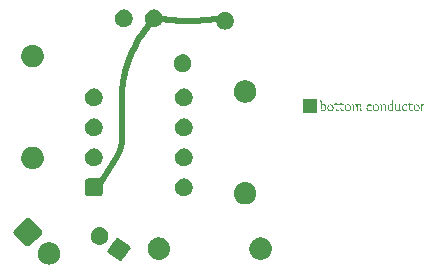
<source format=gbl>
G04                                                      *
G04 Greetings!                                           *
G04 This Gerber was generated by PCBmodE, an open source *
G04 PCB design software. Get it here:                    *
G04                                                      *
G04   http://pcbmode.com                                 *
G04                                                      *
G04 Also visit                                           *
G04                                                      *
G04   http://boldport.com                                *
G04                                                      *
G04 and follow @boldport / @pcbmode for updates!         *
G04                                                      *

G04 leading zeros omitted (L); absolute data (A); 6 integer digits and 6 fractional digits *
%FSLAX66Y66*%

G04 mode (MO): millimeters (MM) *
%MOMM*%

G04 Aperture definitions *
%ADD10C,0.001X*%
%ADD11C,0.001X*%
%ADD20C,0.80X*%
%ADD22C,1.00X*%
%ADD21C,0.50X*%

%LPC*%
D20*
G01X12525547Y-0000156D02*
G01X12525547Y-0000156D01*
G01X12462759Y-0000000D01*
G01X12399991Y-0000160D01*
G01X12337244Y-0000635D01*
G01X12274519Y-0001426D01*
G01X12211818Y-0002531D01*
G01X12149141Y-0003952D01*
G01X12086490Y-0005686D01*
G01X12023866Y-0007735D01*
G01X11961270Y-0010097D01*
G01X11898702Y-0012773D01*
G01X11836165Y-0015761D01*
G01X11773660Y-0019063D01*
G01X11711186Y-0022677D01*
G01X11648747Y-0026603D01*
G01X11586342Y-0030841D01*
G01X11523972Y-0035390D01*
G01X11461640Y-0040251D01*
G01X11399346Y-0045423D01*
G01X11337090Y-0050905D01*
G01X11274876Y-0056698D01*
G01X11212702Y-0062801D01*
G01X11150571Y-0069213D01*
G01X11088484Y-0075935D01*
G01X11026441Y-0082965D01*
G01X10964444Y-0090305D01*
G01X10902495Y-0097953D01*
G01X10840593Y-0105909D01*
G01X10778741Y-0114173D01*
G01X10716939Y-0122745D01*
G01X10655188Y-0131624D01*
G01X10593490Y-0140809D01*
G01X10531846Y-0150302D01*
G01X10470257Y-0160100D01*
G01X10408723Y-0170205D01*
G01X10347247Y-0180615D01*
G01X10285829Y-0191331D01*
G01X10224471Y-0202352D01*
G01X10163172Y-0213677D01*
G01X10101936Y-0225307D01*
G01X10040762Y-0237242D01*
G01X9979652Y-0249480D01*
G01X9918607Y-0262021D01*
G01X9857628Y-0274866D01*
G01X9796716Y-0288013D01*
G01X9735872Y-0301464D01*
G01X9675098Y-0315216D01*
G01X9614394Y-0329271D01*
G01X9553763Y-0343627D01*
G01X9493204Y-0358284D01*
G01X9432718Y-0373243D01*
G01X9372308Y-0388502D01*
G01X9311974Y-0404062D01*
G01X9251718Y-0419922D01*
G01X9191539Y-0436082D01*
G01X9131441Y-0452541D01*
G01X9071423Y-0469299D01*
G01X9011486Y-0486357D01*
G01X8951633Y-0503713D01*
G01X8891864Y-0521367D01*
G01X8832179Y-0539319D01*
G01X8772581Y-0557569D01*
G01X8713071Y-0576116D01*
G01X8653649Y-0594961D01*
G01X8594316Y-0614102D01*
G01X8535074Y-0633539D01*
G01X8475925Y-0653273D01*
G01X8416868Y-0673302D01*
G01X8357905Y-0693627D01*
G01X8299037Y-0714247D01*
G01X8240266Y-0735162D01*
G01X8181593Y-0756371D01*
G01X8123018Y-0777875D01*
G01X8064542Y-0799673D01*
G01X8006168Y-0821764D01*
G01X7947895Y-0844149D01*
G01X7889726Y-0866827D01*
G01X7831660Y-0889798D01*
G01X7773700Y-0913060D01*
G01X7715847Y-0936616D01*
G01X7658101Y-0960462D01*
G01X7600464Y-0984601D01*
G01X7542936Y-1009030D01*
G01X7485520Y-1033751D01*
G01X7428216Y-1058762D01*
G01X7371024Y-1084063D01*
G01X7313947Y-1109654D01*
G01X7256986Y-1135535D01*
G01X7200141Y-1161705D01*
G01X7143414Y-1188164D01*
G01X7086805Y-1214912D01*
G01X7030317Y-1241949D01*
G01X6973949Y-1269273D01*
G01X6917704Y-1296885D01*
G01X6861581Y-1324785D01*
G01X6805584Y-1352972D01*
G01X6749711Y-1381446D01*
G01X6693966Y-1410206D01*
G01X6638348Y-1439253D01*
G01X6582859Y-1468585D01*
G01X6527500Y-1498203D01*
G01X6527500Y-1498203D01*
G01X6527500Y-1498203D01*
G01X6487026Y-1459566D01*
G01X6446014Y-1421623D01*
G01X6404473Y-1384381D01*
G01X6362411Y-1347842D01*
G01X6319839Y-1312012D01*
G01X6276766Y-1276893D01*
G01X6233201Y-1242491D01*
G01X6189153Y-1208810D01*
G01X6144631Y-1175853D01*
G01X6099645Y-1143625D01*
G01X6054203Y-1112130D01*
G01X6008316Y-1081372D01*
G01X5961992Y-1051356D01*
G01X5915241Y-1022086D01*
G01X5868072Y-0993565D01*
G01X5820494Y-0965798D01*
G01X5772516Y-0938789D01*
G01X5724147Y-0912543D01*
G01X5675398Y-0887063D01*
G01X5626277Y-0862354D01*
G01X5576792Y-0838419D01*
G01X5526955Y-0815264D01*
G01X5476773Y-0792891D01*
G01X5426257Y-0771307D01*
G01X5375414Y-0750513D01*
G01X5324255Y-0730516D01*
G01X5272789Y-0711318D01*
G01X5221026Y-0692925D01*
G01X5168973Y-0675339D01*
G01X5116641Y-0658567D01*
G01X5064038Y-0642610D01*
G01X5011175Y-0627475D01*
G01X4958060Y-0613165D01*
G01X4904702Y-0599683D01*
G01X4851112Y-0587035D01*
G01X4797297Y-0575225D01*
G01X4743267Y-0564256D01*
G01X4689032Y-0554133D01*
G01X4634601Y-0544860D01*
G01X4579983Y-0536442D01*
G01X4525186Y-0528881D01*
G01X4470222Y-0522184D01*
G01X4415098Y-0516353D01*
G01X4359824Y-0511393D01*
G01X4304409Y-0507308D01*
G01X4248863Y-0504102D01*
G01X4193194Y-0501780D01*
G01X4137413Y-0500346D01*
G01X4081527Y-0499803D01*
G01X4025547Y-0500156D01*
G01X4025547Y-0500156D01*
G01X4025547Y-0500156D01*
G01X3967263Y-0500629D01*
G01X3909208Y-0502041D01*
G01X3851387Y-0504386D01*
G01X3793808Y-0507657D01*
G01X3736480Y-0511846D01*
G01X3679408Y-0516946D01*
G01X3622600Y-0522950D01*
G01X3566064Y-0529851D01*
G01X3509806Y-0537640D01*
G01X3453835Y-0546311D01*
G01X3398156Y-0555857D01*
G01X3342779Y-0566271D01*
G01X3287709Y-0577544D01*
G01X3232954Y-0589671D01*
G01X3178521Y-0602643D01*
G01X3124418Y-0616453D01*
G01X3070652Y-0631094D01*
G01X3017230Y-0646560D01*
G01X2964159Y-0662841D01*
G01X2911447Y-0679932D01*
G01X2859101Y-0697825D01*
G01X2807129Y-0716512D01*
G01X2755536Y-0735988D01*
G01X2704331Y-0756243D01*
G01X2653522Y-0777271D01*
G01X2603114Y-0799065D01*
G01X2553116Y-0821617D01*
G01X2503535Y-0844920D01*
G01X2454378Y-0868967D01*
G01X2405653Y-0893751D01*
G01X2357366Y-0919264D01*
G01X2309524Y-0945499D01*
G01X2262136Y-0972448D01*
G01X2215209Y-1000105D01*
G01X2168749Y-1028463D01*
G01X2122764Y-1057513D01*
G01X2077261Y-1087250D01*
G01X2032247Y-1117664D01*
G01X1987731Y-1148750D01*
G01X1943718Y-1180499D01*
G01X1900217Y-1212906D01*
G01X1857234Y-1245961D01*
G01X1814777Y-1279659D01*
G01X1772853Y-1313992D01*
G01X1731469Y-1348952D01*
G01X1690633Y-1384532D01*
G01X1650352Y-1420725D01*
G01X1610633Y-1457525D01*
G01X1571484Y-1494922D01*
G01X1532911Y-1532911D01*
G01X1494922Y-1571484D01*
G01X1457525Y-1610633D01*
G01X1420725Y-1650352D01*
G01X1384532Y-1690633D01*
G01X1348952Y-1731469D01*
G01X1313992Y-1772853D01*
G01X1279659Y-1814777D01*
G01X1245961Y-1857234D01*
G01X1212906Y-1900217D01*
G01X1180499Y-1943718D01*
G01X1148750Y-1987731D01*
G01X1117664Y-2032247D01*
G01X1087250Y-2077261D01*
G01X1057513Y-2122764D01*
G01X1028463Y-2168749D01*
G01X1000105Y-2215209D01*
G01X0972448Y-2262136D01*
G01X0945499Y-2309524D01*
G01X0919264Y-2357366D01*
G01X0893751Y-2405653D01*
G01X0868967Y-2454378D01*
G01X0844920Y-2503535D01*
G01X0821617Y-2553116D01*
G01X0799065Y-2603114D01*
G01X0777271Y-2653522D01*
G01X0756243Y-2704331D01*
G01X0735988Y-2755536D01*
G01X0716512Y-2807129D01*
G01X0697825Y-2859101D01*
G01X0679932Y-2911447D01*
G01X0662841Y-2964159D01*
G01X0646560Y-3017230D01*
G01X0631094Y-3070652D01*
G01X0616453Y-3124418D01*
G01X0602643Y-3178521D01*
G01X0589671Y-3232954D01*
G01X0577544Y-3287709D01*
G01X0566271Y-3342779D01*
G01X0555857Y-3398156D01*
G01X0546311Y-3453835D01*
G01X0537640Y-3509806D01*
G01X0529851Y-3566064D01*
G01X0522950Y-3622600D01*
G01X0516946Y-3679408D01*
G01X0511846Y-3736480D01*
G01X0507657Y-3793808D01*
G01X0504386Y-3851387D01*
G01X0502041Y-3909208D01*
G01X0500629Y-3967263D01*
G01X0500156Y-4025547D01*
G01X0500156Y-4025547D01*
G01X0500156Y-4025547D01*
G01X0499803Y-4081527D01*
G01X0500345Y-4137413D01*
G01X0501780Y-4193194D01*
G01X0504102Y-4248863D01*
G01X0507307Y-4304409D01*
G01X0511392Y-4359824D01*
G01X0516352Y-4415098D01*
G01X0522183Y-4470222D01*
G01X0528881Y-4525186D01*
G01X0536441Y-4579983D01*
G01X0544859Y-4634601D01*
G01X0554132Y-4689032D01*
G01X0564255Y-4743267D01*
G01X0575224Y-4797297D01*
G01X0587034Y-4851112D01*
G01X0599682Y-4904702D01*
G01X0613164Y-4958060D01*
G01X0627474Y-5011175D01*
G01X0642609Y-5064038D01*
G01X0658566Y-5116641D01*
G01X0675339Y-5168973D01*
G01X0692924Y-5221026D01*
G01X0711317Y-5272789D01*
G01X0730515Y-5324255D01*
G01X0750513Y-5375414D01*
G01X0771306Y-5426257D01*
G01X0792891Y-5476773D01*
G01X0815263Y-5526955D01*
G01X0838418Y-5576792D01*
G01X0862353Y-5626277D01*
G01X0887062Y-5675398D01*
G01X0912542Y-5724147D01*
G01X0938789Y-5772516D01*
G01X0965797Y-5820494D01*
G01X0993564Y-5868072D01*
G01X1022085Y-5915241D01*
G01X1051356Y-5961992D01*
G01X1081372Y-6008316D01*
G01X1112130Y-6054203D01*
G01X1143625Y-6099645D01*
G01X1175853Y-6144631D01*
G01X1208810Y-6189153D01*
G01X1242491Y-6233201D01*
G01X1276893Y-6276766D01*
G01X1312012Y-6319839D01*
G01X1347842Y-6362411D01*
G01X1384381Y-6404473D01*
G01X1421623Y-6446014D01*
G01X1459566Y-6487026D01*
G01X1498203Y-6527500D01*
G01X1498203Y-6527500D01*
G01X1498203Y-6527500D01*
G01X1468585Y-6582859D01*
G01X1439253Y-6638348D01*
G01X1410206Y-6693966D01*
G01X1381446Y-6749711D01*
G01X1352972Y-6805584D01*
G01X1324785Y-6861581D01*
G01X1296885Y-6917704D01*
G01X1269273Y-6973949D01*
G01X1241949Y-7030317D01*
G01X1214912Y-7086805D01*
G01X1188164Y-7143414D01*
G01X1161705Y-7200141D01*
G01X1135535Y-7256986D01*
G01X1109654Y-7313947D01*
G01X1084063Y-7371024D01*
G01X1058762Y-7428216D01*
G01X1033751Y-7485520D01*
G01X1009030Y-7542936D01*
G01X0984600Y-7600464D01*
G01X0960462Y-7658101D01*
G01X0936615Y-7715847D01*
G01X0913060Y-7773700D01*
G01X0889797Y-7831660D01*
G01X0866827Y-7889726D01*
G01X0844149Y-7947895D01*
G01X0821764Y-8006168D01*
G01X0799672Y-8064542D01*
G01X0777875Y-8123018D01*
G01X0756371Y-8181593D01*
G01X0735161Y-8240266D01*
G01X0714246Y-8299037D01*
G01X0693626Y-8357905D01*
G01X0673301Y-8416868D01*
G01X0653272Y-8475925D01*
G01X0633538Y-8535074D01*
G01X0614101Y-8594316D01*
G01X0594960Y-8653649D01*
G01X0576115Y-8713071D01*
G01X0557568Y-8772581D01*
G01X0539318Y-8832179D01*
G01X0521366Y-8891864D01*
G01X0503712Y-8951633D01*
G01X0486356Y-9011486D01*
G01X0469298Y-9071423D01*
G01X0452540Y-9131441D01*
G01X0436081Y-9191539D01*
G01X0419921Y-9251718D01*
G01X0404061Y-9311974D01*
G01X0388501Y-9372308D01*
G01X0373242Y-9432718D01*
G01X0358283Y-9493204D01*
G01X0343626Y-9553763D01*
G01X0329269Y-9614394D01*
G01X0315215Y-9675098D01*
G01X0301462Y-9735872D01*
G01X0288012Y-9796716D01*
G01X0274865Y-9857628D01*
G01X0262020Y-9918607D01*
G01X0249478Y-9979652D01*
G01X0237240Y-10040762D01*
G01X0225306Y-10101936D01*
G01X0213676Y-10163172D01*
G01X0202351Y-10224471D01*
G01X0191330Y-10285829D01*
G01X0180614Y-10347247D01*
G01X0170204Y-10408723D01*
G01X0160099Y-10470257D01*
G01X0150300Y-10531846D01*
G01X0140808Y-10593490D01*
G01X0131622Y-10655188D01*
G01X0122744Y-10716939D01*
G01X0114172Y-10778741D01*
G01X0105908Y-10840593D01*
G01X0097952Y-10902495D01*
G01X0090304Y-10964444D01*
G01X0082964Y-11026441D01*
G01X0075933Y-11088484D01*
G01X0069212Y-11150571D01*
G01X0062799Y-11212702D01*
G01X0056697Y-11274876D01*
G01X0050904Y-11337090D01*
G01X0045422Y-11399346D01*
G01X0040250Y-11461640D01*
G01X0035389Y-11523972D01*
G01X0030840Y-11586342D01*
G01X0026602Y-11648747D01*
G01X0022676Y-11711186D01*
G01X0019062Y-11773660D01*
G01X0015760Y-11836165D01*
G01X0012772Y-11898702D01*
G01X0010096Y-11961270D01*
G01X0007734Y-12023866D01*
G01X0005686Y-12086490D01*
G01X0003951Y-12149141D01*
G01X0002531Y-12211818D01*
G01X0001426Y-12274519D01*
G01X0000635Y-12337244D01*
G01X0000160Y-12399991D01*
G01X0000000Y-12462759D01*
G01X0000156Y-12525547D01*
G01X0000156Y-12525547D01*
G01X0000156Y-12525547D01*
G01X0000000Y-12588335D01*
G01X0000160Y-12651104D01*
G01X0000635Y-12713851D01*
G01X0001426Y-12776575D01*
G01X0002531Y-12839277D01*
G01X0003952Y-12901953D01*
G01X0005686Y-12964604D01*
G01X0007735Y-13027228D01*
G01X0010097Y-13089825D01*
G01X0012773Y-13152392D01*
G01X0015761Y-13214929D01*
G01X0019063Y-13277435D01*
G01X0022677Y-13339908D01*
G01X0026603Y-13402348D01*
G01X0030841Y-13464753D01*
G01X0035390Y-13527122D01*
G01X0040251Y-13589454D01*
G01X0045423Y-13651749D01*
G01X0050905Y-13714004D01*
G01X0056698Y-13776219D01*
G01X0062801Y-13838392D01*
G01X0069213Y-13900523D01*
G01X0075935Y-13962611D01*
G01X0082965Y-14024653D01*
G01X0090305Y-14086650D01*
G01X0097953Y-14148600D01*
G01X0105909Y-14210501D01*
G01X0114173Y-14272354D01*
G01X0122745Y-14334156D01*
G01X0131624Y-14395906D01*
G01X0140809Y-14457604D01*
G01X0150302Y-14519248D01*
G01X0160100Y-14580837D01*
G01X0170205Y-14642371D01*
G01X0180615Y-14703847D01*
G01X0191331Y-14765265D01*
G01X0202352Y-14826624D01*
G01X0213677Y-14887922D01*
G01X0225307Y-14949159D01*
G01X0237242Y-15010332D01*
G01X0249480Y-15071443D01*
G01X0262021Y-15132488D01*
G01X0274866Y-15193467D01*
G01X0288013Y-15254379D01*
G01X0301464Y-15315222D01*
G01X0315216Y-15375996D01*
G01X0329271Y-15436700D01*
G01X0343627Y-15497332D01*
G01X0358284Y-15557891D01*
G01X0373243Y-15618376D01*
G01X0388502Y-15678786D01*
G01X0404062Y-15739120D01*
G01X0419922Y-15799377D01*
G01X0436082Y-15859555D01*
G01X0452541Y-15919654D01*
G01X0469299Y-15979672D01*
G01X0486357Y-16039608D01*
G01X0503713Y-16099461D01*
G01X0521367Y-16159231D01*
G01X0539319Y-16218915D01*
G01X0557569Y-16278513D01*
G01X0576116Y-16338024D01*
G01X0594961Y-16397446D01*
G01X0614102Y-16456778D01*
G01X0633539Y-16516020D01*
G01X0653273Y-16575170D01*
G01X0673302Y-16634227D01*
G01X0693627Y-16693189D01*
G01X0714247Y-16752057D01*
G01X0735162Y-16810828D01*
G01X0756371Y-16869502D01*
G01X0777875Y-16928077D01*
G01X0799673Y-16986552D01*
G01X0821764Y-17044927D01*
G01X0844149Y-17103199D01*
G01X0866827Y-17161369D01*
G01X0889798Y-17219434D01*
G01X0913060Y-17277394D01*
G01X0936616Y-17335247D01*
G01X0960462Y-17392993D01*
G01X0984601Y-17450631D01*
G01X1009030Y-17508158D01*
G01X1033751Y-17565574D01*
G01X1058762Y-17622879D01*
G01X1084063Y-17680070D01*
G01X1109654Y-17737147D01*
G01X1135535Y-17794108D01*
G01X1161705Y-17850953D01*
G01X1188164Y-17907681D01*
G01X1214912Y-17964289D01*
G01X1241949Y-18020778D01*
G01X1269273Y-18077145D01*
G01X1296885Y-18133391D01*
G01X1324785Y-18189513D01*
G01X1352972Y-18245511D01*
G01X1381446Y-18301383D01*
G01X1410206Y-18357128D01*
G01X1439253Y-18412746D01*
G01X1468585Y-18468235D01*
G01X1498203Y-18523594D01*
G01X1498203Y-18523594D01*
G01X1498203Y-18523594D01*
G01X1459566Y-18564068D01*
G01X1421623Y-18605080D01*
G01X1384381Y-18646622D01*
G01X1347842Y-18688683D01*
G01X1312012Y-18731255D01*
G01X1276893Y-18774328D01*
G01X1242491Y-18817893D01*
G01X1208810Y-18861942D01*
G01X1175853Y-18906463D01*
G01X1143625Y-18951450D01*
G01X1112130Y-18996891D01*
G01X1081372Y-19042778D01*
G01X1051356Y-19089102D01*
G01X1022086Y-19135853D01*
G01X0993565Y-19183022D01*
G01X0965798Y-19230601D01*
G01X0938789Y-19278579D01*
G01X0912543Y-19326947D01*
G01X0887063Y-19375696D01*
G01X0862354Y-19424818D01*
G01X0838419Y-19474302D01*
G01X0815264Y-19524139D01*
G01X0792891Y-19574321D01*
G01X0771307Y-19624838D01*
G01X0750513Y-19675680D01*
G01X0730516Y-19726839D01*
G01X0711318Y-19778305D01*
G01X0692925Y-19830069D01*
G01X0675339Y-19882121D01*
G01X0658567Y-19934454D01*
G01X0642610Y-19987056D01*
G01X0627475Y-20039919D01*
G01X0613165Y-20093034D01*
G01X0599683Y-20146392D01*
G01X0587035Y-20199983D01*
G01X0575225Y-20253798D01*
G01X0564256Y-20307827D01*
G01X0554133Y-20362062D01*
G01X0544860Y-20416493D01*
G01X0536442Y-20471112D01*
G01X0528881Y-20525908D01*
G01X0522184Y-20580873D01*
G01X0516353Y-20635996D01*
G01X0511393Y-20691270D01*
G01X0507308Y-20746685D01*
G01X0504102Y-20802231D01*
G01X0501780Y-20857900D01*
G01X0500346Y-20913682D01*
G01X0499803Y-20969567D01*
G01X0500156Y-21025547D01*
G01X0500156Y-21025547D01*
G01X0500156Y-21025547D01*
G01X0500629Y-21083831D01*
G01X0502041Y-21141887D01*
G01X0504386Y-21199708D01*
G01X0507657Y-21257286D01*
G01X0511846Y-21314615D01*
G01X0516946Y-21371687D01*
G01X0522950Y-21428494D01*
G01X0529851Y-21485031D01*
G01X0537640Y-21541288D01*
G01X0546311Y-21597260D01*
G01X0555857Y-21652938D01*
G01X0566271Y-21708316D01*
G01X0577544Y-21763386D01*
G01X0589671Y-21818140D01*
G01X0602643Y-21872573D01*
G01X0616453Y-21926676D01*
G01X0631094Y-21980442D01*
G01X0646560Y-22033864D01*
G01X0662841Y-22086935D01*
G01X0679932Y-22139647D01*
G01X0697825Y-22191993D01*
G01X0716512Y-22243966D01*
G01X0735988Y-22295558D01*
G01X0756243Y-22346763D01*
G01X0777271Y-22397573D01*
G01X0799065Y-22447980D01*
G01X0821617Y-22497978D01*
G01X0844920Y-22547559D01*
G01X0868967Y-22596716D01*
G01X0893751Y-22645442D01*
G01X0919264Y-22693729D01*
G01X0945499Y-22741570D01*
G01X0972448Y-22788958D01*
G01X1000105Y-22835886D01*
G01X1028463Y-22882346D01*
G01X1057513Y-22928331D01*
G01X1087250Y-22973834D01*
G01X1117664Y-23018847D01*
G01X1148750Y-23063364D01*
G01X1180499Y-23107376D01*
G01X1212906Y-23150878D01*
G01X1245961Y-23193860D01*
G01X1279659Y-23236317D01*
G01X1313992Y-23278241D01*
G01X1348952Y-23319625D01*
G01X1384532Y-23360461D01*
G01X1420725Y-23400742D01*
G01X1457525Y-23440461D01*
G01X1494922Y-23479610D01*
G01X1532911Y-23518183D01*
G01X1571484Y-23556172D01*
G01X1610633Y-23593570D01*
G01X1650352Y-23630369D01*
G01X1690633Y-23666562D01*
G01X1731469Y-23702143D01*
G01X1772853Y-23737103D01*
G01X1814777Y-23771435D01*
G01X1857234Y-23805133D01*
G01X1900217Y-23838189D01*
G01X1943718Y-23870595D01*
G01X1987731Y-23902344D01*
G01X2032247Y-23933430D01*
G01X2077261Y-23963845D01*
G01X2122764Y-23993581D01*
G01X2168749Y-24022631D01*
G01X2215209Y-24050989D01*
G01X2262136Y-24078646D01*
G01X2309524Y-24105596D01*
G01X2357366Y-24131831D01*
G01X2405653Y-24157344D01*
G01X2454378Y-24182127D01*
G01X2503535Y-24206174D01*
G01X2553116Y-24229478D01*
G01X2603114Y-24252030D01*
G01X2653522Y-24273823D01*
G01X2704331Y-24294852D01*
G01X2755536Y-24315107D01*
G01X2807129Y-24334582D01*
G01X2859101Y-24353269D01*
G01X2911447Y-24371162D01*
G01X2964159Y-24388253D01*
G01X3017230Y-24404535D01*
G01X3070652Y-24420000D01*
G01X3124418Y-24434641D01*
G01X3178521Y-24448452D01*
G01X3232954Y-24461424D01*
G01X3287709Y-24473550D01*
G01X3342779Y-24484823D01*
G01X3398156Y-24495237D01*
G01X3453835Y-24504783D01*
G01X3509806Y-24513454D01*
G01X3566064Y-24521244D01*
G01X3622600Y-24528144D01*
G01X3679408Y-24534148D01*
G01X3736480Y-24539248D01*
G01X3793808Y-24543437D01*
G01X3851387Y-24546708D01*
G01X3909208Y-24549053D01*
G01X3967263Y-24550466D01*
G01X4025547Y-24550938D01*
G01X4025547Y-24550938D01*
G01X4025547Y-24550938D01*
G01X4081527Y-24551292D01*
G01X4137413Y-24550749D01*
G01X4193194Y-24549315D01*
G01X4248863Y-24546992D01*
G01X4304409Y-24543787D01*
G01X4359824Y-24539702D01*
G01X4415098Y-24534742D01*
G01X4470222Y-24528911D01*
G01X4525186Y-24522214D01*
G01X4579983Y-24514653D01*
G01X4634601Y-24506235D01*
G01X4689032Y-24496962D01*
G01X4743267Y-24486839D01*
G01X4797297Y-24475870D01*
G01X4851112Y-24464060D01*
G01X4904702Y-24451412D01*
G01X4958060Y-24437931D01*
G01X5011175Y-24423620D01*
G01X5064038Y-24408485D01*
G01X5116641Y-24392529D01*
G01X5168973Y-24375756D01*
G01X5221026Y-24358170D01*
G01X5272789Y-24339777D01*
G01X5324255Y-24320579D01*
G01X5375414Y-24300582D01*
G01X5426257Y-24279788D01*
G01X5476773Y-24258203D01*
G01X5526955Y-24235831D01*
G01X5576792Y-24212676D01*
G01X5626277Y-24188741D01*
G01X5675398Y-24164032D01*
G01X5724147Y-24138552D01*
G01X5772516Y-24112306D01*
G01X5820494Y-24085297D01*
G01X5868072Y-24057530D01*
G01X5915241Y-24029009D01*
G01X5961992Y-23999738D01*
G01X6008316Y-23969722D01*
G01X6054203Y-23938965D01*
G01X6099645Y-23907470D01*
G01X6144631Y-23875242D01*
G01X6189153Y-23842285D01*
G01X6233201Y-23808603D01*
G01X6276766Y-23774201D01*
G01X6319839Y-23739083D01*
G01X6362411Y-23703252D01*
G01X6404473Y-23666713D01*
G01X6446014Y-23629471D01*
G01X6487026Y-23591529D01*
G01X6527500Y-23552891D01*
G01X6527500Y-23552891D01*
G01X6527500Y-23552891D01*
G01X6582859Y-23582509D01*
G01X6638348Y-23611842D01*
G01X6693966Y-23640888D01*
G01X6749711Y-23669649D01*
G01X6805584Y-23698122D01*
G01X6861581Y-23726309D01*
G01X6917704Y-23754209D01*
G01X6973949Y-23781821D01*
G01X7030317Y-23809146D01*
G01X7086805Y-23836182D01*
G01X7143414Y-23862930D01*
G01X7200141Y-23889389D01*
G01X7256986Y-23915559D01*
G01X7313947Y-23941440D01*
G01X7371024Y-23967032D01*
G01X7428216Y-23992333D01*
G01X7485520Y-24017344D01*
G01X7542936Y-24042064D01*
G01X7600464Y-24066494D01*
G01X7658101Y-24090632D01*
G01X7715847Y-24114479D01*
G01X7773700Y-24138034D01*
G01X7831660Y-24161297D01*
G01X7889726Y-24184268D01*
G01X7947895Y-24206946D01*
G01X8006168Y-24229330D01*
G01X8064542Y-24251422D01*
G01X8123018Y-24273220D01*
G01X8181593Y-24294723D01*
G01X8240266Y-24315933D01*
G01X8299037Y-24336848D01*
G01X8357905Y-24357468D01*
G01X8416868Y-24377793D01*
G01X8475925Y-24397822D01*
G01X8535074Y-24417556D01*
G01X8594316Y-24436994D01*
G01X8653649Y-24456135D01*
G01X8713071Y-24474979D01*
G01X8772581Y-24493526D01*
G01X8832179Y-24511776D01*
G01X8891864Y-24529728D01*
G01X8951633Y-24547383D01*
G01X9011486Y-24564738D01*
G01X9071423Y-24581796D01*
G01X9131441Y-24598554D01*
G01X9191539Y-24615014D01*
G01X9251718Y-24631173D01*
G01X9311974Y-24647033D01*
G01X9372308Y-24662593D01*
G01X9432718Y-24677853D01*
G01X9493204Y-24692811D01*
G01X9553763Y-24707469D01*
G01X9614394Y-24721825D01*
G01X9675098Y-24735879D01*
G01X9735872Y-24749632D01*
G01X9796716Y-24763082D01*
G01X9857628Y-24776230D01*
G01X9918607Y-24789075D01*
G01X9979652Y-24801616D01*
G01X10040762Y-24813854D01*
G01X10101936Y-24825788D01*
G01X10163172Y-24837418D01*
G01X10224471Y-24848744D01*
G01X10285829Y-24859764D01*
G01X10347247Y-24870480D01*
G01X10408723Y-24880891D01*
G01X10470257Y-24890995D01*
G01X10531846Y-24900794D01*
G01X10593490Y-24910286D01*
G01X10655188Y-24919472D01*
G01X10716939Y-24928351D01*
G01X10778741Y-24936922D01*
G01X10840593Y-24945186D01*
G01X10902495Y-24953142D01*
G01X10964444Y-24960791D01*
G01X11026441Y-24968130D01*
G01X11088484Y-24975161D01*
G01X11150571Y-24981883D01*
G01X11212702Y-24988295D01*
G01X11274876Y-24994398D01*
G01X11337090Y-25000190D01*
G01X11399346Y-25005673D01*
G01X11461640Y-25010844D01*
G01X11523972Y-25015705D01*
G01X11586342Y-25020254D01*
G01X11648747Y-25024492D01*
G01X11711186Y-25028418D01*
G01X11773660Y-25032032D01*
G01X11836165Y-25035334D01*
G01X11898702Y-25038323D01*
G01X11961270Y-25040998D01*
G01X12023866Y-25043360D01*
G01X12086490Y-25045409D01*
G01X12149141Y-25047143D01*
G01X12211818Y-25048563D01*
G01X12274519Y-25049669D01*
G01X12337244Y-25050459D01*
G01X12399991Y-25050935D01*
G01X12462759Y-25051094D01*
G01X12525547Y-25050938D01*
G01X12525547Y-25050938D01*
G01X12525547Y-25050938D01*
G01X12588335Y-25051094D01*
G01X12651104Y-25050934D01*
G01X12713851Y-25050459D01*
G01X12776575Y-25049668D01*
G01X12839277Y-25048563D01*
G01X12901953Y-25047143D01*
G01X12964604Y-25045408D01*
G01X13027228Y-25043360D01*
G01X13089825Y-25040997D01*
G01X13152392Y-25038322D01*
G01X13214929Y-25035333D01*
G01X13277435Y-25032032D01*
G01X13339908Y-25028418D01*
G01X13402348Y-25024491D01*
G01X13464753Y-25020253D01*
G01X13527122Y-25015704D01*
G01X13589454Y-25010843D01*
G01X13651749Y-25005671D01*
G01X13714004Y-25000189D01*
G01X13776219Y-24994396D01*
G01X13838392Y-24988294D01*
G01X13900523Y-24981881D01*
G01X13962611Y-24975160D01*
G01X14024653Y-24968129D01*
G01X14086650Y-24960789D01*
G01X14148600Y-24953141D01*
G01X14210501Y-24945185D01*
G01X14272354Y-24936921D01*
G01X14334156Y-24928349D01*
G01X14395906Y-24919471D01*
G01X14457604Y-24910285D01*
G01X14519248Y-24900792D01*
G01X14580837Y-24890994D01*
G01X14642371Y-24880889D01*
G01X14703847Y-24870479D01*
G01X14765265Y-24859763D01*
G01X14826624Y-24848742D01*
G01X14887922Y-24837417D01*
G01X14949159Y-24825787D01*
G01X15010332Y-24813853D01*
G01X15071443Y-24801615D01*
G01X15132488Y-24789073D01*
G01X15193467Y-24776229D01*
G01X15254379Y-24763081D01*
G01X15315222Y-24749631D01*
G01X15375996Y-24735878D01*
G01X15436700Y-24721824D01*
G01X15497332Y-24707468D01*
G01X15557891Y-24692810D01*
G01X15618376Y-24677851D01*
G01X15678786Y-24662592D01*
G01X15739120Y-24647032D01*
G01X15799377Y-24631172D01*
G01X15859555Y-24615013D01*
G01X15919654Y-24598553D01*
G01X15979672Y-24581795D01*
G01X16039608Y-24564738D01*
G01X16099461Y-24547382D01*
G01X16159231Y-24529727D01*
G01X16218915Y-24511775D01*
G01X16278513Y-24493525D01*
G01X16338024Y-24474978D01*
G01X16397446Y-24456134D01*
G01X16456778Y-24436993D01*
G01X16516020Y-24417555D01*
G01X16575170Y-24397822D01*
G01X16634227Y-24377792D01*
G01X16693189Y-24357468D01*
G01X16752057Y-24336847D01*
G01X16810828Y-24315932D01*
G01X16869502Y-24294723D01*
G01X16928077Y-24273219D01*
G01X16986552Y-24251421D01*
G01X17044927Y-24229330D01*
G01X17103199Y-24206945D01*
G01X17161369Y-24184267D01*
G01X17219434Y-24161297D01*
G01X17277394Y-24138034D01*
G01X17335247Y-24114479D01*
G01X17392993Y-24090632D01*
G01X17450631Y-24066494D01*
G01X17508158Y-24042064D01*
G01X17565574Y-24017344D01*
G01X17622879Y-23992333D01*
G01X17680070Y-23967031D01*
G01X17737147Y-23941440D01*
G01X17794108Y-23915559D01*
G01X17850953Y-23889389D01*
G01X17907681Y-23862930D01*
G01X17964289Y-23836182D01*
G01X18020778Y-23809146D01*
G01X18077145Y-23781821D01*
G01X18133391Y-23754209D01*
G01X18189513Y-23726309D01*
G01X18245511Y-23698122D01*
G01X18301383Y-23669649D01*
G01X18357128Y-23640888D01*
G01X18412746Y-23611842D01*
G01X18468235Y-23582509D01*
G01X18523594Y-23552891D01*
G01X18523594Y-23552891D01*
G01X18523594Y-23552891D01*
G01X18564068Y-23591529D01*
G01X18605080Y-23629471D01*
G01X18646622Y-23666713D01*
G01X18688683Y-23703252D01*
G01X18731255Y-23739083D01*
G01X18774328Y-23774201D01*
G01X18817893Y-23808603D01*
G01X18861942Y-23842285D01*
G01X18906463Y-23875241D01*
G01X18951450Y-23907469D01*
G01X18996891Y-23938964D01*
G01X19042778Y-23969722D01*
G01X19089102Y-23999738D01*
G01X19135853Y-24029009D01*
G01X19183022Y-24057530D01*
G01X19230601Y-24085296D01*
G01X19278579Y-24112305D01*
G01X19326947Y-24138552D01*
G01X19375696Y-24164032D01*
G01X19424818Y-24188741D01*
G01X19474302Y-24212675D01*
G01X19524139Y-24235831D01*
G01X19574321Y-24258203D01*
G01X19624838Y-24279788D01*
G01X19675680Y-24300581D01*
G01X19726839Y-24320578D01*
G01X19778305Y-24339776D01*
G01X19830069Y-24358170D01*
G01X19882121Y-24375755D01*
G01X19934454Y-24392528D01*
G01X19987056Y-24408484D01*
G01X20039919Y-24423619D01*
G01X20093034Y-24437930D01*
G01X20146392Y-24451411D01*
G01X20199983Y-24464059D01*
G01X20253798Y-24475870D01*
G01X20307827Y-24486838D01*
G01X20362062Y-24496961D01*
G01X20416493Y-24506234D01*
G01X20471112Y-24514653D01*
G01X20525908Y-24522213D01*
G01X20580873Y-24528911D01*
G01X20635996Y-24534742D01*
G01X20691270Y-24539702D01*
G01X20746685Y-24543786D01*
G01X20802231Y-24546992D01*
G01X20857900Y-24549314D01*
G01X20913682Y-24550749D01*
G01X20969567Y-24551291D01*
G01X21025547Y-24550938D01*
G01X21025547Y-24550938D01*
G01X21025547Y-24550938D01*
G01X21083831Y-24550466D01*
G01X21141887Y-24549053D01*
G01X21199708Y-24546708D01*
G01X21257286Y-24543437D01*
G01X21314615Y-24539248D01*
G01X21371687Y-24534148D01*
G01X21428494Y-24528144D01*
G01X21485031Y-24521244D01*
G01X21541288Y-24513454D01*
G01X21597260Y-24504783D01*
G01X21652938Y-24495237D01*
G01X21708316Y-24484823D01*
G01X21763386Y-24473550D01*
G01X21818140Y-24461424D01*
G01X21872573Y-24448452D01*
G01X21926676Y-24434641D01*
G01X21980442Y-24420000D01*
G01X22033864Y-24404535D01*
G01X22086935Y-24388253D01*
G01X22139647Y-24371162D01*
G01X22191993Y-24353269D01*
G01X22243966Y-24334582D01*
G01X22295558Y-24315107D01*
G01X22346763Y-24294852D01*
G01X22397573Y-24273823D01*
G01X22447980Y-24252030D01*
G01X22497978Y-24229478D01*
G01X22547559Y-24206174D01*
G01X22596716Y-24182127D01*
G01X22645442Y-24157344D01*
G01X22693729Y-24131831D01*
G01X22741570Y-24105596D01*
G01X22788958Y-24078646D01*
G01X22835886Y-24050989D01*
G01X22882346Y-24022631D01*
G01X22928331Y-23993581D01*
G01X22973834Y-23963845D01*
G01X23018847Y-23933430D01*
G01X23063364Y-23902344D01*
G01X23107376Y-23870595D01*
G01X23150878Y-23838189D01*
G01X23193860Y-23805133D01*
G01X23236317Y-23771435D01*
G01X23278241Y-23737103D01*
G01X23319625Y-23702143D01*
G01X23360461Y-23666562D01*
G01X23400742Y-23630369D01*
G01X23440461Y-23593570D01*
G01X23479610Y-23556172D01*
G01X23518183Y-23518183D01*
G01X23556172Y-23479610D01*
G01X23593570Y-23440461D01*
G01X23630369Y-23400742D01*
G01X23666562Y-23360461D01*
G01X23702143Y-23319625D01*
G01X23737103Y-23278241D01*
G01X23771435Y-23236317D01*
G01X23805133Y-23193860D01*
G01X23838189Y-23150878D01*
G01X23870595Y-23107376D01*
G01X23902344Y-23063364D01*
G01X23933430Y-23018847D01*
G01X23963845Y-22973834D01*
G01X23993581Y-22928331D01*
G01X24022631Y-22882346D01*
G01X24050989Y-22835886D01*
G01X24078646Y-22788958D01*
G01X24105596Y-22741570D01*
G01X24131831Y-22693729D01*
G01X24157344Y-22645442D01*
G01X24182127Y-22596716D01*
G01X24206174Y-22547559D01*
G01X24229478Y-22497978D01*
G01X24252030Y-22447980D01*
G01X24273823Y-22397573D01*
G01X24294852Y-22346763D01*
G01X24315107Y-22295558D01*
G01X24334582Y-22243966D01*
G01X24353269Y-22191993D01*
G01X24371162Y-22139647D01*
G01X24388253Y-22086935D01*
G01X24404535Y-22033864D01*
G01X24420000Y-21980442D01*
G01X24434641Y-21926676D01*
G01X24448452Y-21872573D01*
G01X24461424Y-21818140D01*
G01X24473550Y-21763386D01*
G01X24484823Y-21708316D01*
G01X24495237Y-21652938D01*
G01X24504783Y-21597260D01*
G01X24513454Y-21541288D01*
G01X24521244Y-21485031D01*
G01X24528144Y-21428494D01*
G01X24534148Y-21371687D01*
G01X24539248Y-21314615D01*
G01X24543437Y-21257286D01*
G01X24546708Y-21199708D01*
G01X24549053Y-21141887D01*
G01X24550466Y-21083831D01*
G01X24550938Y-21025547D01*
G01X24550938Y-21025547D01*
G01X24550938Y-21025547D01*
G01X24551291Y-20969567D01*
G01X24550749Y-20913682D01*
G01X24549314Y-20857900D01*
G01X24546992Y-20802231D01*
G01X24543786Y-20746685D01*
G01X24539702Y-20691270D01*
G01X24534742Y-20635996D01*
G01X24528911Y-20580873D01*
G01X24522213Y-20525908D01*
G01X24514653Y-20471112D01*
G01X24506234Y-20416493D01*
G01X24496961Y-20362062D01*
G01X24486838Y-20307827D01*
G01X24475870Y-20253798D01*
G01X24464059Y-20199983D01*
G01X24451411Y-20146392D01*
G01X24437930Y-20093034D01*
G01X24423619Y-20039919D01*
G01X24408484Y-19987056D01*
G01X24392528Y-19934454D01*
G01X24375755Y-19882121D01*
G01X24358170Y-19830069D01*
G01X24339776Y-19778305D01*
G01X24320578Y-19726839D01*
G01X24300581Y-19675680D01*
G01X24279788Y-19624838D01*
G01X24258203Y-19574321D01*
G01X24235831Y-19524139D01*
G01X24212675Y-19474302D01*
G01X24188741Y-19424818D01*
G01X24164032Y-19375696D01*
G01X24138552Y-19326947D01*
G01X24112305Y-19278579D01*
G01X24085296Y-19230601D01*
G01X24057530Y-19183022D01*
G01X24029009Y-19135853D01*
G01X23999738Y-19089102D01*
G01X23969722Y-19042778D01*
G01X23938964Y-18996891D01*
G01X23907469Y-18951450D01*
G01X23875241Y-18906463D01*
G01X23842285Y-18861942D01*
G01X23808603Y-18817893D01*
G01X23774201Y-18774328D01*
G01X23739083Y-18731255D01*
G01X23703252Y-18688683D01*
G01X23666713Y-18646622D01*
G01X23629471Y-18605080D01*
G01X23591529Y-18564068D01*
G01X23552891Y-18523594D01*
G01X23552891Y-18523594D01*
G01X23552891Y-18523594D01*
G01X23582509Y-18468235D01*
G01X23611842Y-18412746D01*
G01X23640888Y-18357128D01*
G01X23669649Y-18301383D01*
G01X23698122Y-18245511D01*
G01X23726309Y-18189513D01*
G01X23754209Y-18133391D01*
G01X23781821Y-18077145D01*
G01X23809146Y-18020778D01*
G01X23836182Y-17964289D01*
G01X23862930Y-17907681D01*
G01X23889389Y-17850953D01*
G01X23915559Y-17794108D01*
G01X23941440Y-17737147D01*
G01X23967032Y-17680070D01*
G01X23992333Y-17622879D01*
G01X24017344Y-17565574D01*
G01X24042064Y-17508158D01*
G01X24066494Y-17450631D01*
G01X24090632Y-17392993D01*
G01X24114479Y-17335247D01*
G01X24138034Y-17277394D01*
G01X24161297Y-17219434D01*
G01X24184268Y-17161369D01*
G01X24206946Y-17103199D01*
G01X24229330Y-17044927D01*
G01X24251422Y-16986552D01*
G01X24273220Y-16928077D01*
G01X24294723Y-16869502D01*
G01X24315933Y-16810828D01*
G01X24336848Y-16752057D01*
G01X24357468Y-16693189D01*
G01X24377793Y-16634227D01*
G01X24397822Y-16575170D01*
G01X24417556Y-16516020D01*
G01X24436994Y-16456778D01*
G01X24456135Y-16397446D01*
G01X24474979Y-16338024D01*
G01X24493526Y-16278513D01*
G01X24511776Y-16218915D01*
G01X24529728Y-16159231D01*
G01X24547383Y-16099461D01*
G01X24564738Y-16039608D01*
G01X24581796Y-15979672D01*
G01X24598554Y-15919654D01*
G01X24615014Y-15859555D01*
G01X24631173Y-15799377D01*
G01X24647033Y-15739120D01*
G01X24662593Y-15678786D01*
G01X24677853Y-15618376D01*
G01X24692811Y-15557891D01*
G01X24707469Y-15497332D01*
G01X24721825Y-15436700D01*
G01X24735879Y-15375996D01*
G01X24749632Y-15315222D01*
G01X24763082Y-15254379D01*
G01X24776230Y-15193467D01*
G01X24789075Y-15132488D01*
G01X24801616Y-15071443D01*
G01X24813854Y-15010332D01*
G01X24825788Y-14949159D01*
G01X24837418Y-14887922D01*
G01X24848744Y-14826624D01*
G01X24859764Y-14765265D01*
G01X24870480Y-14703847D01*
G01X24880891Y-14642371D01*
G01X24890995Y-14580837D01*
G01X24900794Y-14519248D01*
G01X24910286Y-14457604D01*
G01X24919472Y-14395906D01*
G01X24928351Y-14334156D01*
G01X24936922Y-14272354D01*
G01X24945186Y-14210501D01*
G01X24953142Y-14148600D01*
G01X24960791Y-14086650D01*
G01X24968130Y-14024653D01*
G01X24975161Y-13962611D01*
G01X24981883Y-13900523D01*
G01X24988295Y-13838392D01*
G01X24994398Y-13776219D01*
G01X25000190Y-13714004D01*
G01X25005673Y-13651749D01*
G01X25010844Y-13589454D01*
G01X25015705Y-13527122D01*
G01X25020254Y-13464753D01*
G01X25024492Y-13402348D01*
G01X25028418Y-13339908D01*
G01X25032032Y-13277435D01*
G01X25035334Y-13214929D01*
G01X25038323Y-13152392D01*
G01X25040998Y-13089825D01*
G01X25043360Y-13027228D01*
G01X25045409Y-12964604D01*
G01X25047143Y-12901953D01*
G01X25048563Y-12839277D01*
G01X25049669Y-12776575D01*
G01X25050459Y-12713851D01*
G01X25050935Y-12651104D01*
G01X25051094Y-12588335D01*
G01X25050938Y-12525547D01*
G01X25050938Y-12525547D01*
G01X25050938Y-12525547D01*
G01X25051094Y-12462759D01*
G01X25050934Y-12399991D01*
G01X25050459Y-12337244D01*
G01X25049668Y-12274519D01*
G01X25048563Y-12211818D01*
G01X25047143Y-12149141D01*
G01X25045408Y-12086490D01*
G01X25043360Y-12023866D01*
G01X25040997Y-11961270D01*
G01X25038322Y-11898702D01*
G01X25035333Y-11836165D01*
G01X25032032Y-11773660D01*
G01X25028418Y-11711186D01*
G01X25024491Y-11648747D01*
G01X25020253Y-11586342D01*
G01X25015704Y-11523972D01*
G01X25010843Y-11461640D01*
G01X25005671Y-11399346D01*
G01X25000189Y-11337090D01*
G01X24994396Y-11274876D01*
G01X24988294Y-11212702D01*
G01X24981881Y-11150571D01*
G01X24975160Y-11088484D01*
G01X24968129Y-11026441D01*
G01X24960789Y-10964444D01*
G01X24953141Y-10902495D01*
G01X24945185Y-10840593D01*
G01X24936921Y-10778741D01*
G01X24928349Y-10716939D01*
G01X24919471Y-10655188D01*
G01X24910285Y-10593490D01*
G01X24900792Y-10531846D01*
G01X24890994Y-10470257D01*
G01X24880889Y-10408723D01*
G01X24870479Y-10347247D01*
G01X24859763Y-10285829D01*
G01X24848742Y-10224471D01*
G01X24837417Y-10163172D01*
G01X24825787Y-10101936D01*
G01X24813853Y-10040762D01*
G01X24801615Y-9979652D01*
G01X24789073Y-9918607D01*
G01X24776229Y-9857628D01*
G01X24763081Y-9796716D01*
G01X24749631Y-9735872D01*
G01X24735878Y-9675098D01*
G01X24721824Y-9614394D01*
G01X24707468Y-9553763D01*
G01X24692810Y-9493204D01*
G01X24677851Y-9432718D01*
G01X24662592Y-9372308D01*
G01X24647032Y-9311974D01*
G01X24631172Y-9251718D01*
G01X24615013Y-9191539D01*
G01X24598553Y-9131441D01*
G01X24581795Y-9071423D01*
G01X24564738Y-9011486D01*
G01X24547382Y-8951633D01*
G01X24529727Y-8891864D01*
G01X24511775Y-8832179D01*
G01X24493525Y-8772581D01*
G01X24474978Y-8713071D01*
G01X24456134Y-8653649D01*
G01X24436993Y-8594316D01*
G01X24417555Y-8535074D01*
G01X24397822Y-8475925D01*
G01X24377792Y-8416868D01*
G01X24357468Y-8357905D01*
G01X24336847Y-8299037D01*
G01X24315932Y-8240266D01*
G01X24294723Y-8181593D01*
G01X24273219Y-8123018D01*
G01X24251421Y-8064542D01*
G01X24229330Y-8006168D01*
G01X24206945Y-7947895D01*
G01X24184267Y-7889726D01*
G01X24161297Y-7831660D01*
G01X24138034Y-7773700D01*
G01X24114479Y-7715847D01*
G01X24090632Y-7658101D01*
G01X24066494Y-7600464D01*
G01X24042064Y-7542936D01*
G01X24017344Y-7485520D01*
G01X23992333Y-7428216D01*
G01X23967031Y-7371024D01*
G01X23941440Y-7313947D01*
G01X23915559Y-7256986D01*
G01X23889389Y-7200141D01*
G01X23862930Y-7143414D01*
G01X23836182Y-7086805D01*
G01X23809146Y-7030317D01*
G01X23781821Y-6973949D01*
G01X23754209Y-6917704D01*
G01X23726309Y-6861581D01*
G01X23698122Y-6805584D01*
G01X23669649Y-6749711D01*
G01X23640888Y-6693966D01*
G01X23611842Y-6638348D01*
G01X23582509Y-6582859D01*
G01X23552891Y-6527500D01*
G01X23552891Y-6527500D01*
G01X23552891Y-6527500D01*
G01X23591529Y-6487026D01*
G01X23629471Y-6446014D01*
G01X23666713Y-6404473D01*
G01X23703252Y-6362411D01*
G01X23739083Y-6319839D01*
G01X23774201Y-6276766D01*
G01X23808603Y-6233201D01*
G01X23842285Y-6189153D01*
G01X23875241Y-6144631D01*
G01X23907469Y-6099645D01*
G01X23938964Y-6054203D01*
G01X23969722Y-6008316D01*
G01X23999738Y-5961992D01*
G01X24029009Y-5915241D01*
G01X24057530Y-5868072D01*
G01X24085296Y-5820494D01*
G01X24112305Y-5772516D01*
G01X24138552Y-5724147D01*
G01X24164032Y-5675398D01*
G01X24188741Y-5626277D01*
G01X24212675Y-5576792D01*
G01X24235831Y-5526955D01*
G01X24258203Y-5476773D01*
G01X24279788Y-5426257D01*
G01X24300581Y-5375414D01*
G01X24320578Y-5324255D01*
G01X24339776Y-5272789D01*
G01X24358170Y-5221026D01*
G01X24375755Y-5168973D01*
G01X24392528Y-5116641D01*
G01X24408484Y-5064038D01*
G01X24423619Y-5011175D01*
G01X24437930Y-4958060D01*
G01X24451411Y-4904702D01*
G01X24464059Y-4851112D01*
G01X24475870Y-4797297D01*
G01X24486838Y-4743267D01*
G01X24496961Y-4689032D01*
G01X24506234Y-4634601D01*
G01X24514653Y-4579983D01*
G01X24522213Y-4525186D01*
G01X24528911Y-4470222D01*
G01X24534742Y-4415098D01*
G01X24539702Y-4359824D01*
G01X24543786Y-4304409D01*
G01X24546992Y-4248863D01*
G01X24549314Y-4193194D01*
G01X24550749Y-4137413D01*
G01X24551291Y-4081527D01*
G01X24550938Y-4025547D01*
G01X24550938Y-4025547D01*
G01X24550938Y-4025547D01*
G01X24550466Y-3967263D01*
G01X24549053Y-3909208D01*
G01X24546708Y-3851387D01*
G01X24543437Y-3793808D01*
G01X24539248Y-3736480D01*
G01X24534148Y-3679408D01*
G01X24528144Y-3622600D01*
G01X24521244Y-3566064D01*
G01X24513454Y-3509806D01*
G01X24504783Y-3453835D01*
G01X24495237Y-3398156D01*
G01X24484823Y-3342779D01*
G01X24473550Y-3287709D01*
G01X24461424Y-3232954D01*
G01X24448452Y-3178521D01*
G01X24434641Y-3124418D01*
G01X24420000Y-3070652D01*
G01X24404535Y-3017230D01*
G01X24388253Y-2964159D01*
G01X24371162Y-2911447D01*
G01X24353269Y-2859101D01*
G01X24334582Y-2807129D01*
G01X24315107Y-2755536D01*
G01X24294852Y-2704331D01*
G01X24273823Y-2653522D01*
G01X24252030Y-2603114D01*
G01X24229478Y-2553116D01*
G01X24206174Y-2503535D01*
G01X24182127Y-2454378D01*
G01X24157344Y-2405653D01*
G01X24131831Y-2357366D01*
G01X24105596Y-2309524D01*
G01X24078646Y-2262136D01*
G01X24050989Y-2215209D01*
G01X24022631Y-2168749D01*
G01X23993581Y-2122764D01*
G01X23963845Y-2077261D01*
G01X23933430Y-2032247D01*
G01X23902344Y-1987731D01*
G01X23870595Y-1943718D01*
G01X23838189Y-1900217D01*
G01X23805133Y-1857234D01*
G01X23771435Y-1814777D01*
G01X23737103Y-1772853D01*
G01X23702143Y-1731469D01*
G01X23666562Y-1690633D01*
G01X23630369Y-1650352D01*
G01X23593570Y-1610633D01*
G01X23556172Y-1571484D01*
G01X23518183Y-1532911D01*
G01X23479610Y-1494922D01*
G01X23440461Y-1457525D01*
G01X23400742Y-1420725D01*
G01X23360461Y-1384532D01*
G01X23319625Y-1348952D01*
G01X23278241Y-1313992D01*
G01X23236317Y-1279659D01*
G01X23193860Y-1245961D01*
G01X23150878Y-1212906D01*
G01X23107376Y-1180499D01*
G01X23063364Y-1148750D01*
G01X23018847Y-1117664D01*
G01X22973834Y-1087250D01*
G01X22928331Y-1057513D01*
G01X22882346Y-1028463D01*
G01X22835886Y-1000105D01*
G01X22788958Y-0972448D01*
G01X22741570Y-0945499D01*
G01X22693729Y-0919264D01*
G01X22645442Y-0893751D01*
G01X22596716Y-0868967D01*
G01X22547559Y-0844920D01*
G01X22497978Y-0821617D01*
G01X22447980Y-0799065D01*
G01X22397573Y-0777271D01*
G01X22346763Y-0756243D01*
G01X22295558Y-0735988D01*
G01X22243966Y-0716512D01*
G01X22191993Y-0697825D01*
G01X22139647Y-0679932D01*
G01X22086935Y-0662841D01*
G01X22033864Y-0646560D01*
G01X21980442Y-0631094D01*
G01X21926676Y-0616453D01*
G01X21872573Y-0602643D01*
G01X21818140Y-0589671D01*
G01X21763386Y-0577544D01*
G01X21708316Y-0566271D01*
G01X21652938Y-0555857D01*
G01X21597260Y-0546311D01*
G01X21541288Y-0537640D01*
G01X21485031Y-0529851D01*
G01X21428494Y-0522950D01*
G01X21371687Y-0516946D01*
G01X21314615Y-0511846D01*
G01X21257286Y-0507657D01*
G01X21199708Y-0504386D01*
G01X21141887Y-0502041D01*
G01X21083831Y-0500629D01*
G01X21025547Y-0500156D01*
G01X21025547Y-0500156D01*
G01X21025547Y-0500156D01*
G01X20969567Y-0499803D01*
G01X20913682Y-0500345D01*
G01X20857900Y-0501780D01*
G01X20802231Y-0504102D01*
G01X20746685Y-0507307D01*
G01X20691270Y-0511392D01*
G01X20635996Y-0516352D01*
G01X20580873Y-0522183D01*
G01X20525908Y-0528881D01*
G01X20471112Y-0536441D01*
G01X20416493Y-0544859D01*
G01X20362062Y-0554132D01*
G01X20307827Y-0564255D01*
G01X20253798Y-0575224D01*
G01X20199983Y-0587034D01*
G01X20146392Y-0599682D01*
G01X20093034Y-0613164D01*
G01X20039919Y-0627474D01*
G01X19987056Y-0642609D01*
G01X19934454Y-0658566D01*
G01X19882121Y-0675339D01*
G01X19830069Y-0692924D01*
G01X19778305Y-0711317D01*
G01X19726839Y-0730515D01*
G01X19675680Y-0750513D01*
G01X19624838Y-0771306D01*
G01X19574321Y-0792891D01*
G01X19524139Y-0815263D01*
G01X19474302Y-0838418D01*
G01X19424818Y-0862353D01*
G01X19375696Y-0887062D01*
G01X19326947Y-0912542D01*
G01X19278579Y-0938789D01*
G01X19230601Y-0965797D01*
G01X19183022Y-0993564D01*
G01X19135853Y-1022085D01*
G01X19089102Y-1051356D01*
G01X19042778Y-1081372D01*
G01X18996891Y-1112130D01*
G01X18951450Y-1143625D01*
G01X18906463Y-1175853D01*
G01X18861942Y-1208810D01*
G01X18817893Y-1242491D01*
G01X18774328Y-1276893D01*
G01X18731255Y-1312012D01*
G01X18688683Y-1347842D01*
G01X18646622Y-1384381D01*
G01X18605080Y-1421623D01*
G01X18564068Y-1459566D01*
G01X18523594Y-1498203D01*
G01X18523594Y-1498203D01*
G01X18523594Y-1498203D01*
G01X18468235Y-1468585D01*
G01X18412746Y-1439253D01*
G01X18357128Y-1410206D01*
G01X18301383Y-1381446D01*
G01X18245511Y-1352972D01*
G01X18189513Y-1324785D01*
G01X18133391Y-1296885D01*
G01X18077145Y-1269273D01*
G01X18020778Y-1241949D01*
G01X17964289Y-1214912D01*
G01X17907681Y-1188164D01*
G01X17850953Y-1161705D01*
G01X17794108Y-1135535D01*
G01X17737147Y-1109654D01*
G01X17680070Y-1084063D01*
G01X17622879Y-1058762D01*
G01X17565574Y-1033751D01*
G01X17508158Y-1009030D01*
G01X17450631Y-0984600D01*
G01X17392993Y-0960462D01*
G01X17335247Y-0936615D01*
G01X17277394Y-0913060D01*
G01X17219434Y-0889797D01*
G01X17161369Y-0866827D01*
G01X17103199Y-0844149D01*
G01X17044927Y-0821764D01*
G01X16986552Y-0799672D01*
G01X16928077Y-0777875D01*
G01X16869502Y-0756371D01*
G01X16810828Y-0735161D01*
G01X16752057Y-0714246D01*
G01X16693189Y-0693626D01*
G01X16634227Y-0673301D01*
G01X16575170Y-0653272D01*
G01X16516020Y-0633538D01*
G01X16456778Y-0614101D01*
G01X16397446Y-0594960D01*
G01X16338024Y-0576115D01*
G01X16278513Y-0557568D01*
G01X16218915Y-0539318D01*
G01X16159231Y-0521366D01*
G01X16099461Y-0503712D01*
G01X16039608Y-0486356D01*
G01X15979672Y-0469298D01*
G01X15919654Y-0452540D01*
G01X15859555Y-0436081D01*
G01X15799377Y-0419921D01*
G01X15739120Y-0404061D01*
G01X15678786Y-0388501D01*
G01X15618376Y-0373242D01*
G01X15557891Y-0358283D01*
G01X15497332Y-0343626D01*
G01X15436700Y-0329269D01*
G01X15375996Y-0315215D01*
G01X15315222Y-0301462D01*
G01X15254379Y-0288012D01*
G01X15193467Y-0274865D01*
G01X15132488Y-0262020D01*
G01X15071443Y-0249478D01*
G01X15010332Y-0237240D01*
G01X14949159Y-0225306D01*
G01X14887922Y-0213676D01*
G01X14826624Y-0202351D01*
G01X14765265Y-0191330D01*
G01X14703847Y-0180614D01*
G01X14642371Y-0170204D01*
G01X14580837Y-0160099D01*
G01X14519248Y-0150300D01*
G01X14457604Y-0140808D01*
G01X14395906Y-0131622D01*
G01X14334156Y-0122744D01*
G01X14272354Y-0114172D01*
G01X14210501Y-0105908D01*
G01X14148600Y-0097952D01*
G01X14086650Y-0090304D01*
G01X14024653Y-0082964D01*
G01X13962611Y-0075933D01*
G01X13900523Y-0069212D01*
G01X13838392Y-0062799D01*
G01X13776219Y-0056697D01*
G01X13714004Y-0050904D01*
G01X13651749Y-0045422D01*
G01X13589454Y-0040250D01*
G01X13527122Y-0035389D01*
G01X13464753Y-0030840D01*
G01X13402348Y-0026602D01*
G01X13339908Y-0022676D01*
G01X13277435Y-0019062D01*
G01X13214929Y-0015760D01*
G01X13152392Y-0012772D01*
G01X13089825Y-0010096D01*
G01X13027228Y-0007734D01*
G01X12964604Y-0005686D01*
G01X12901953Y-0003951D01*
G01X12839277Y-0002531D01*
G01X12776575Y-0001426D01*
G01X12713851Y-0000635D01*
G01X12651104Y-0000160D01*
G01X12588335Y-0000000D01*
G01X12525547Y-0000156D01*
G01X12525547Y-0000156D01*
D20*
G01X12525547Y-0050936D02*
G01X12525547Y-0050936D01*
G01X12588234Y-0050780D01*
G01X12650902Y-0050937D01*
G01X12713549Y-0051409D01*
G01X12776174Y-0052195D01*
G01X12838777Y-0053294D01*
G01X12901355Y-0054706D01*
G01X12963908Y-0056431D01*
G01X13026435Y-0058469D01*
G01X13088935Y-0060820D01*
G01X13151405Y-0063482D01*
G01X13213847Y-0066456D01*
G01X13276257Y-0069742D01*
G01X13338635Y-0073339D01*
G01X13400980Y-0077248D01*
G01X13463291Y-0081467D01*
G01X13525566Y-0085996D01*
G01X13587805Y-0090836D01*
G01X13650006Y-0095986D01*
G01X13712169Y-0101445D01*
G01X13774291Y-0107214D01*
G01X13836372Y-0113292D01*
G01X13898411Y-0119679D01*
G01X13960407Y-0126374D01*
G01X14022358Y-0133378D01*
G01X14084264Y-0140689D01*
G01X14146122Y-0148309D01*
G01X14207933Y-0156236D01*
G01X14269695Y-0164470D01*
G01X14331406Y-0173011D01*
G01X14393066Y-0181859D01*
G01X14454674Y-0191013D01*
G01X14516228Y-0200473D01*
G01X14577727Y-0210240D01*
G01X14639170Y-0220311D01*
G01X14700557Y-0230689D01*
G01X14761885Y-0241371D01*
G01X14823154Y-0252358D01*
G01X14884362Y-0263649D01*
G01X14945509Y-0275245D01*
G01X15006593Y-0287144D01*
G01X15067613Y-0299348D01*
G01X15128568Y-0311854D01*
G01X15189457Y-0324664D01*
G01X15250279Y-0337777D01*
G01X15311033Y-0351192D01*
G01X15371717Y-0364909D01*
G01X15432330Y-0378929D01*
G01X15492871Y-0393250D01*
G01X15553339Y-0407873D01*
G01X15613734Y-0422797D01*
G01X15674053Y-0438022D01*
G01X15734296Y-0453548D01*
G01X15794461Y-0469374D01*
G01X15854547Y-0485500D01*
G01X15914554Y-0501926D01*
G01X15974480Y-0518652D01*
G01X16034323Y-0535677D01*
G01X16094084Y-0553001D01*
G01X16153760Y-0570624D01*
G01X16213351Y-0588545D01*
G01X16272855Y-0606765D01*
G01X16332271Y-0625282D01*
G01X16391599Y-0644097D01*
G01X16450836Y-0663210D01*
G01X16509983Y-0682619D01*
G01X16569037Y-0702326D01*
G01X16627997Y-0722329D01*
G01X16686863Y-0742628D01*
G01X16745633Y-0763224D01*
G01X16804307Y-0784115D01*
G01X16862882Y-0805302D01*
G01X16921358Y-0826784D01*
G01X16979734Y-0848560D01*
G01X17038009Y-0870632D01*
G01X17096181Y-0892998D01*
G01X17154249Y-0915658D01*
G01X17212213Y-0938612D01*
G01X17270071Y-0961859D01*
G01X17327821Y-0985400D01*
G01X17385463Y-1009234D01*
G01X17442996Y-1033361D01*
G01X17500419Y-1057780D01*
G01X17557729Y-1082491D01*
G01X17614927Y-1107494D01*
G01X17672011Y-1132789D01*
G01X17728980Y-1158376D01*
G01X17785833Y-1184253D01*
G01X17842569Y-1210422D01*
G01X17899186Y-1236881D01*
G01X17955683Y-1263630D01*
G01X18012060Y-1290669D01*
G01X18068315Y-1317998D01*
G01X18124446Y-1345617D01*
G01X18180454Y-1373524D01*
G01X18236336Y-1401721D01*
G01X18292092Y-1430206D01*
G01X18347720Y-1458980D01*
G01X18403220Y-1488042D01*
G01X18458590Y-1517392D01*
G01X18513828Y-1547029D01*
G01X18513828Y-1547029D01*
G01X18529453Y-1556829D01*
G01X18543125Y-1543159D01*
G01X18543125Y-1543159D01*
G01X18583116Y-1504586D01*
G01X18623653Y-1466717D01*
G01X18664728Y-1429556D01*
G01X18706331Y-1393107D01*
G01X18748452Y-1357374D01*
G01X18791082Y-1322361D01*
G01X18834212Y-1288071D01*
G01X18877831Y-1254507D01*
G01X18921931Y-1221675D01*
G01X18966501Y-1189577D01*
G01X19011533Y-1158217D01*
G01X19057016Y-1127599D01*
G01X19102941Y-1097727D01*
G01X19149298Y-1068605D01*
G01X19196079Y-1040235D01*
G01X19243272Y-1012623D01*
G01X19290870Y-0985771D01*
G01X19338861Y-0959684D01*
G01X19387238Y-0934364D01*
G01X19435989Y-0909817D01*
G01X19485106Y-0886046D01*
G01X19534579Y-0863054D01*
G01X19584399Y-0840845D01*
G01X19634555Y-0819423D01*
G01X19685039Y-0798792D01*
G01X19735840Y-0778955D01*
G01X19786949Y-0759916D01*
G01X19838358Y-0741679D01*
G01X19890055Y-0724248D01*
G01X19942032Y-0707626D01*
G01X19994278Y-0691818D01*
G01X20046785Y-0676826D01*
G01X20099543Y-0662655D01*
G01X20152543Y-0649309D01*
G01X20205774Y-0636790D01*
G01X20259227Y-0625104D01*
G01X20312893Y-0614253D01*
G01X20366761Y-0604241D01*
G01X20420824Y-0595073D01*
G01X20475070Y-0586751D01*
G01X20529491Y-0579280D01*
G01X20584076Y-0572664D01*
G01X20638817Y-0566905D01*
G01X20693704Y-0562009D01*
G01X20748726Y-0557978D01*
G01X20803875Y-0554816D01*
G01X20859142Y-0552528D01*
G01X20914515Y-0551116D01*
G01X20969987Y-0550585D01*
G01X21025547Y-0550938D01*
G01X21025547Y-0550938D01*
G01X21025547Y-0550938D01*
G01X21083021Y-0551404D01*
G01X21140270Y-0552795D01*
G01X21197285Y-0555105D01*
G01X21254060Y-0558327D01*
G01X21310588Y-0562453D01*
G01X21366862Y-0567476D01*
G01X21422875Y-0573390D01*
G01X21478618Y-0580187D01*
G01X21534086Y-0587860D01*
G01X21589271Y-0596401D01*
G01X21644166Y-0605804D01*
G01X21698764Y-0616062D01*
G01X21753057Y-0627167D01*
G01X21807039Y-0639112D01*
G01X21860703Y-0651890D01*
G01X21914040Y-0665494D01*
G01X21967045Y-0679917D01*
G01X22019709Y-0695152D01*
G01X22072026Y-0711191D01*
G01X22123989Y-0728027D01*
G01X22175590Y-0745653D01*
G01X22226823Y-0764063D01*
G01X22277680Y-0783248D01*
G01X22328154Y-0803202D01*
G01X22378238Y-0823918D01*
G01X22427925Y-0845388D01*
G01X22477207Y-0867606D01*
G01X22526078Y-0890564D01*
G01X22574530Y-0914254D01*
G01X22622556Y-0938671D01*
G01X22670149Y-0963806D01*
G01X22717303Y-0989653D01*
G01X22764009Y-1016204D01*
G01X22810260Y-1043453D01*
G01X22856050Y-1071392D01*
G01X22901372Y-1100014D01*
G01X22946217Y-1129312D01*
G01X22990580Y-1159278D01*
G01X23034452Y-1189906D01*
G01X23077827Y-1221189D01*
G01X23120698Y-1253118D01*
G01X23163058Y-1285688D01*
G01X23204898Y-1318891D01*
G01X23246213Y-1352720D01*
G01X23286995Y-1387167D01*
G01X23327236Y-1422226D01*
G01X23366931Y-1457890D01*
G01X23406071Y-1494151D01*
G01X23444649Y-1531002D01*
G01X23482659Y-1568435D01*
G01X23520093Y-1606445D01*
G01X23556944Y-1645024D01*
G01X23593204Y-1684164D01*
G01X23628868Y-1723858D01*
G01X23663927Y-1764100D01*
G01X23698374Y-1804881D01*
G01X23732203Y-1846196D01*
G01X23765406Y-1888037D01*
G01X23797976Y-1930396D01*
G01X23829906Y-1973267D01*
G01X23861188Y-2016642D01*
G01X23891816Y-2060515D01*
G01X23921783Y-2104877D01*
G01X23951080Y-2149723D01*
G01X23979702Y-2195044D01*
G01X24007641Y-2240834D01*
G01X24034890Y-2287086D01*
G01X24061441Y-2333792D01*
G01X24087288Y-2380945D01*
G01X24112423Y-2428538D01*
G01X24136840Y-2476565D01*
G01X24160531Y-2525017D01*
G01X24183488Y-2573887D01*
G01X24205706Y-2623170D01*
G01X24227176Y-2672856D01*
G01X24247892Y-2722940D01*
G01X24267846Y-2773414D01*
G01X24287032Y-2824271D01*
G01X24305441Y-2875504D01*
G01X24323067Y-2927105D01*
G01X24339904Y-2979068D01*
G01X24355943Y-3031385D01*
G01X24371177Y-3084050D01*
G01X24385600Y-3137054D01*
G01X24399204Y-3190392D01*
G01X24411982Y-3244055D01*
G01X24423928Y-3298037D01*
G01X24435032Y-3352330D01*
G01X24445290Y-3406928D01*
G01X24454693Y-3461823D01*
G01X24463235Y-3517008D01*
G01X24470907Y-3572476D01*
G01X24477704Y-3628220D01*
G01X24483618Y-3684232D01*
G01X24488642Y-3740506D01*
G01X24492768Y-3797034D01*
G01X24495989Y-3853809D01*
G01X24498300Y-3910825D01*
G01X24499691Y-3968073D01*
G01X24500156Y-4025547D01*
G01X24500156Y-4025547D01*
G01X24500156Y-4025547D01*
G01X24500510Y-4081107D01*
G01X24499979Y-4136579D01*
G01X24498567Y-4191953D01*
G01X24496279Y-4247219D01*
G01X24493117Y-4302368D01*
G01X24489086Y-4357391D01*
G01X24484190Y-4412277D01*
G01X24478431Y-4467018D01*
G01X24471815Y-4521604D01*
G01X24464344Y-4576024D01*
G01X24456023Y-4630270D01*
G01X24446854Y-4684333D01*
G01X24436843Y-4738202D01*
G01X24425992Y-4791867D01*
G01X24414306Y-4845321D01*
G01X24401788Y-4898552D01*
G01X24388441Y-4951551D01*
G01X24374271Y-5004309D01*
G01X24359279Y-5056816D01*
G01X24343471Y-5109063D01*
G01X24326850Y-5161040D01*
G01X24309419Y-5212737D01*
G01X24291182Y-5264145D01*
G01X24272144Y-5315254D01*
G01X24252308Y-5366056D01*
G01X24231677Y-5416539D01*
G01X24210256Y-5466696D01*
G01X24188047Y-5516515D01*
G01X24165056Y-5565988D01*
G01X24141285Y-5615105D01*
G01X24116739Y-5663856D01*
G01X24091420Y-5712233D01*
G01X24065334Y-5760225D01*
G01X24038483Y-5807822D01*
G01X24010871Y-5855016D01*
G01X23982503Y-5901796D01*
G01X23953381Y-5948154D01*
G01X23923510Y-5994079D01*
G01X23892894Y-6039562D01*
G01X23861535Y-6084593D01*
G01X23829438Y-6129163D01*
G01X23796607Y-6173263D01*
G01X23763045Y-6216883D01*
G01X23728757Y-6260012D01*
G01X23693745Y-6302642D01*
G01X23658013Y-6344764D01*
G01X23621567Y-6386367D01*
G01X23584408Y-6427442D01*
G01X23546541Y-6467979D01*
G01X23507969Y-6507969D01*
G01X23507969Y-6507969D01*
G01X23494299Y-6521641D01*
G01X23504099Y-6537266D01*
G01X23504099Y-6537266D01*
G01X23533735Y-6592505D01*
G01X23563084Y-6647875D01*
G01X23592145Y-6703374D01*
G01X23620918Y-6759002D01*
G01X23649402Y-6814758D01*
G01X23677598Y-6870641D01*
G01X23705505Y-6926648D01*
G01X23733122Y-6982780D01*
G01X23760450Y-7039035D01*
G01X23787489Y-7095411D01*
G01X23814237Y-7151909D01*
G01X23840695Y-7208526D01*
G01X23866863Y-7265261D01*
G01X23892739Y-7322114D01*
G01X23918325Y-7379083D01*
G01X23943619Y-7436167D01*
G01X23968621Y-7493365D01*
G01X23993332Y-7550676D01*
G01X24017750Y-7608098D01*
G01X24041876Y-7665631D01*
G01X24065709Y-7723273D01*
G01X24089249Y-7781024D01*
G01X24112496Y-7838881D01*
G01X24135450Y-7896845D01*
G01X24158109Y-7954913D01*
G01X24180474Y-8013085D01*
G01X24202545Y-8071360D01*
G01X24224321Y-8129736D01*
G01X24245803Y-8188212D01*
G01X24266989Y-8246788D01*
G01X24287880Y-8305461D01*
G01X24308474Y-8364231D01*
G01X24328773Y-8423097D01*
G01X24348776Y-8482058D01*
G01X24368482Y-8541112D01*
G01X24387891Y-8600258D01*
G01X24407003Y-8659495D01*
G01X24425818Y-8718823D01*
G01X24444335Y-8778239D01*
G01X24462554Y-8837743D01*
G01X24480475Y-8897334D01*
G01X24498097Y-8957010D01*
G01X24515421Y-9016771D01*
G01X24532445Y-9076615D01*
G01X24549171Y-9136540D01*
G01X24565596Y-9196547D01*
G01X24581722Y-9256634D01*
G01X24597548Y-9316799D01*
G01X24613073Y-9377041D01*
G01X24628298Y-9437361D01*
G01X24643222Y-9497755D01*
G01X24657844Y-9558223D01*
G01X24672165Y-9618765D01*
G01X24686185Y-9679378D01*
G01X24699902Y-9740062D01*
G01X24713317Y-9800815D01*
G01X24726429Y-9861637D01*
G01X24739239Y-9922526D01*
G01X24751746Y-9983481D01*
G01X24763949Y-10044501D01*
G01X24775848Y-10105585D01*
G01X24787443Y-10166732D01*
G01X24798735Y-10227941D01*
G01X24809721Y-10289210D01*
G01X24820403Y-10350538D01*
G01X24830780Y-10411924D01*
G01X24840852Y-10473367D01*
G01X24850618Y-10534867D01*
G01X24860078Y-10596421D01*
G01X24869233Y-10658028D01*
G01X24878080Y-10719688D01*
G01X24886621Y-10781400D01*
G01X24894856Y-10843161D01*
G01X24902782Y-10904972D01*
G01X24910402Y-10966831D01*
G01X24917714Y-11028736D01*
G01X24924717Y-11090687D01*
G01X24931413Y-11152683D01*
G01X24937799Y-11214722D01*
G01X24943877Y-11276803D01*
G01X24949646Y-11338926D01*
G01X24955105Y-11401088D01*
G01X24960255Y-11463289D01*
G01X24965095Y-11525528D01*
G01X24969624Y-11587803D01*
G01X24973843Y-11650114D01*
G01X24977752Y-11712459D01*
G01X24981349Y-11774837D01*
G01X24984635Y-11837248D01*
G01X24987609Y-11899689D01*
G01X24990272Y-11962160D01*
G01X24992622Y-12024659D01*
G01X24994660Y-12087186D01*
G01X24996386Y-12149739D01*
G01X24997798Y-12212317D01*
G01X24998897Y-12274920D01*
G01X24999683Y-12337545D01*
G01X25000155Y-12400192D01*
G01X25000313Y-12462860D01*
G01X25000156Y-12525547D01*
G01X25000156Y-12525547D01*
G01X25000156Y-12525547D01*
G01X25000313Y-12588234D01*
G01X25000155Y-12650902D01*
G01X24999683Y-12713549D01*
G01X24998898Y-12776174D01*
G01X24997798Y-12838777D01*
G01X24996386Y-12901355D01*
G01X24994661Y-12963908D01*
G01X24992623Y-13026435D01*
G01X24990273Y-13088935D01*
G01X24987610Y-13151405D01*
G01X24984636Y-13213847D01*
G01X24981350Y-13276257D01*
G01X24977753Y-13338635D01*
G01X24973845Y-13400980D01*
G01X24969626Y-13463291D01*
G01X24965096Y-13525566D01*
G01X24960256Y-13587805D01*
G01X24955107Y-13650006D01*
G01X24949647Y-13712169D01*
G01X24943878Y-13774291D01*
G01X24937801Y-13836372D01*
G01X24931414Y-13898411D01*
G01X24924718Y-13960407D01*
G01X24917715Y-14022358D01*
G01X24910403Y-14084264D01*
G01X24902784Y-14146122D01*
G01X24894857Y-14207933D01*
G01X24886622Y-14269695D01*
G01X24878081Y-14331406D01*
G01X24869233Y-14393066D01*
G01X24860079Y-14454674D01*
G01X24850619Y-14516228D01*
G01X24840853Y-14577727D01*
G01X24830781Y-14639170D01*
G01X24820404Y-14700557D01*
G01X24809722Y-14761885D01*
G01X24798735Y-14823154D01*
G01X24787443Y-14884362D01*
G01X24775848Y-14945509D01*
G01X24763948Y-15006593D01*
G01X24751745Y-15067613D01*
G01X24739238Y-15128568D01*
G01X24726428Y-15189457D01*
G01X24713316Y-15250279D01*
G01X24699900Y-15311033D01*
G01X24686183Y-15371717D01*
G01X24672163Y-15432330D01*
G01X24657842Y-15492871D01*
G01X24643219Y-15553339D01*
G01X24628295Y-15613734D01*
G01X24613070Y-15674053D01*
G01X24597544Y-15734296D01*
G01X24581718Y-15794461D01*
G01X24565592Y-15854547D01*
G01X24549166Y-15914554D01*
G01X24532440Y-15974480D01*
G01X24515415Y-16034323D01*
G01X24498091Y-16094084D01*
G01X24480468Y-16153760D01*
G01X24462547Y-16213351D01*
G01X24444328Y-16272855D01*
G01X24425810Y-16332271D01*
G01X24406995Y-16391599D01*
G01X24387883Y-16450836D01*
G01X24368473Y-16509983D01*
G01X24348766Y-16569037D01*
G01X24328763Y-16627997D01*
G01X24308464Y-16686863D01*
G01X24287869Y-16745633D01*
G01X24266977Y-16804307D01*
G01X24245791Y-16862882D01*
G01X24224309Y-16921358D01*
G01X24202532Y-16979734D01*
G01X24180460Y-17038009D01*
G01X24158094Y-17096181D01*
G01X24135434Y-17154249D01*
G01X24112480Y-17212213D01*
G01X24089233Y-17270071D01*
G01X24065692Y-17327821D01*
G01X24041858Y-17385463D01*
G01X24017732Y-17442996D01*
G01X23993312Y-17500419D01*
G01X23968601Y-17557729D01*
G01X23943598Y-17614927D01*
G01X23918303Y-17672011D01*
G01X23892716Y-17728980D01*
G01X23866839Y-17785833D01*
G01X23840671Y-17842569D01*
G01X23814212Y-17899186D01*
G01X23787463Y-17955683D01*
G01X23760423Y-18012060D01*
G01X23733094Y-18068315D01*
G01X23705476Y-18124446D01*
G01X23677568Y-18180454D01*
G01X23649371Y-18236336D01*
G01X23620886Y-18292092D01*
G01X23592112Y-18347720D01*
G01X23563050Y-18403220D01*
G01X23533700Y-18458590D01*
G01X23504063Y-18513828D01*
G01X23504063Y-18513828D01*
G01X23494263Y-18529453D01*
G01X23507933Y-18543125D01*
G01X23507933Y-18543125D01*
G01X23546507Y-18583116D01*
G01X23584376Y-18623653D01*
G01X23621537Y-18664728D01*
G01X23657985Y-18706331D01*
G01X23693718Y-18748452D01*
G01X23728732Y-18791082D01*
G01X23763022Y-18834212D01*
G01X23796586Y-18877831D01*
G01X23829418Y-18921931D01*
G01X23861516Y-18966501D01*
G01X23892876Y-19011533D01*
G01X23923494Y-19057016D01*
G01X23953366Y-19102941D01*
G01X23982489Y-19149298D01*
G01X24010859Y-19196079D01*
G01X24038471Y-19243272D01*
G01X24065323Y-19290870D01*
G01X24091410Y-19338861D01*
G01X24116729Y-19387238D01*
G01X24141277Y-19435989D01*
G01X24165048Y-19485106D01*
G01X24188040Y-19534579D01*
G01X24210249Y-19584399D01*
G01X24231671Y-19634555D01*
G01X24252303Y-19685039D01*
G01X24272139Y-19735840D01*
G01X24291178Y-19786949D01*
G01X24309415Y-19838358D01*
G01X24326846Y-19890055D01*
G01X24343468Y-19942032D01*
G01X24359276Y-19994278D01*
G01X24374268Y-20046785D01*
G01X24388439Y-20099543D01*
G01X24401786Y-20152543D01*
G01X24414304Y-20205774D01*
G01X24425991Y-20259227D01*
G01X24436842Y-20312893D01*
G01X24446853Y-20366761D01*
G01X24456021Y-20420824D01*
G01X24464343Y-20475070D01*
G01X24471814Y-20529491D01*
G01X24478431Y-20584076D01*
G01X24484189Y-20638817D01*
G01X24489086Y-20693704D01*
G01X24493117Y-20748726D01*
G01X24496278Y-20803875D01*
G01X24498567Y-20859142D01*
G01X24499978Y-20914515D01*
G01X24500509Y-20969987D01*
G01X24500156Y-21025547D01*
G01X24500156Y-21025547D01*
G01X24500156Y-21025547D01*
G01X24499691Y-21083021D01*
G01X24498300Y-21140270D01*
G01X24495989Y-21197285D01*
G01X24492768Y-21254060D01*
G01X24488642Y-21310588D01*
G01X24483618Y-21366862D01*
G01X24477704Y-21422875D01*
G01X24470907Y-21478618D01*
G01X24463235Y-21534086D01*
G01X24454693Y-21589271D01*
G01X24445290Y-21644166D01*
G01X24435032Y-21698764D01*
G01X24423928Y-21753057D01*
G01X24411982Y-21807039D01*
G01X24399204Y-21860703D01*
G01X24385600Y-21914040D01*
G01X24371177Y-21967045D01*
G01X24355943Y-22019709D01*
G01X24339904Y-22072026D01*
G01X24323067Y-22123989D01*
G01X24305441Y-22175590D01*
G01X24287032Y-22226823D01*
G01X24267846Y-22277680D01*
G01X24247892Y-22328154D01*
G01X24227176Y-22378238D01*
G01X24205706Y-22427925D01*
G01X24183488Y-22477207D01*
G01X24160531Y-22526078D01*
G01X24136840Y-22574530D01*
G01X24112423Y-22622556D01*
G01X24087288Y-22670149D01*
G01X24061441Y-22717303D01*
G01X24034890Y-22764009D01*
G01X24007641Y-22810260D01*
G01X23979702Y-22856050D01*
G01X23951080Y-22901372D01*
G01X23921783Y-22946217D01*
G01X23891816Y-22990580D01*
G01X23861188Y-23034452D01*
G01X23829906Y-23077827D01*
G01X23797976Y-23120698D01*
G01X23765406Y-23163058D01*
G01X23732203Y-23204898D01*
G01X23698374Y-23246213D01*
G01X23663927Y-23286995D01*
G01X23628868Y-23327236D01*
G01X23593204Y-23366931D01*
G01X23556944Y-23406071D01*
G01X23520093Y-23444649D01*
G01X23482659Y-23482659D01*
G01X23444649Y-23520093D01*
G01X23406071Y-23556944D01*
G01X23366931Y-23593204D01*
G01X23327236Y-23628868D01*
G01X23286995Y-23663927D01*
G01X23246213Y-23698374D01*
G01X23204898Y-23732203D01*
G01X23163058Y-23765406D01*
G01X23120698Y-23797976D01*
G01X23077827Y-23829906D01*
G01X23034452Y-23861188D01*
G01X22990580Y-23891816D01*
G01X22946217Y-23921783D01*
G01X22901372Y-23951080D01*
G01X22856050Y-23979702D01*
G01X22810260Y-24007641D01*
G01X22764009Y-24034890D01*
G01X22717303Y-24061441D01*
G01X22670149Y-24087288D01*
G01X22622556Y-24112423D01*
G01X22574530Y-24136840D01*
G01X22526078Y-24160531D01*
G01X22477207Y-24183488D01*
G01X22427925Y-24205706D01*
G01X22378238Y-24227176D01*
G01X22328154Y-24247892D01*
G01X22277680Y-24267846D01*
G01X22226823Y-24287032D01*
G01X22175590Y-24305441D01*
G01X22123989Y-24323067D01*
G01X22072026Y-24339904D01*
G01X22019709Y-24355943D01*
G01X21967045Y-24371177D01*
G01X21914040Y-24385600D01*
G01X21860703Y-24399204D01*
G01X21807039Y-24411982D01*
G01X21753057Y-24423928D01*
G01X21698764Y-24435032D01*
G01X21644166Y-24445290D01*
G01X21589271Y-24454693D01*
G01X21534086Y-24463235D01*
G01X21478618Y-24470907D01*
G01X21422875Y-24477704D01*
G01X21366862Y-24483618D01*
G01X21310588Y-24488642D01*
G01X21254060Y-24492768D01*
G01X21197285Y-24495989D01*
G01X21140270Y-24498300D01*
G01X21083021Y-24499691D01*
G01X21025547Y-24500156D01*
G01X21025547Y-24500156D01*
G01X21025547Y-24500156D01*
G01X20969987Y-24500510D01*
G01X20914515Y-24499979D01*
G01X20859142Y-24498567D01*
G01X20803875Y-24496279D01*
G01X20748726Y-24493117D01*
G01X20693704Y-24489086D01*
G01X20638817Y-24484190D01*
G01X20584076Y-24478431D01*
G01X20529491Y-24471815D01*
G01X20475070Y-24464344D01*
G01X20420824Y-24456023D01*
G01X20366761Y-24446854D01*
G01X20312893Y-24436843D01*
G01X20259227Y-24425992D01*
G01X20205774Y-24414306D01*
G01X20152543Y-24401788D01*
G01X20099543Y-24388441D01*
G01X20046785Y-24374271D01*
G01X19994278Y-24359279D01*
G01X19942032Y-24343471D01*
G01X19890055Y-24326850D01*
G01X19838358Y-24309419D01*
G01X19786949Y-24291182D01*
G01X19735840Y-24272144D01*
G01X19685038Y-24252308D01*
G01X19634555Y-24231677D01*
G01X19584399Y-24210256D01*
G01X19534579Y-24188047D01*
G01X19485106Y-24165056D01*
G01X19435989Y-24141285D01*
G01X19387238Y-24116739D01*
G01X19338861Y-24091420D01*
G01X19290870Y-24065334D01*
G01X19243272Y-24038483D01*
G01X19196079Y-24010871D01*
G01X19149298Y-23982503D01*
G01X19102941Y-23953381D01*
G01X19057016Y-23923510D01*
G01X19011533Y-23892894D01*
G01X18966501Y-23861535D01*
G01X18921931Y-23829438D01*
G01X18877831Y-23796607D01*
G01X18834212Y-23763045D01*
G01X18791082Y-23728757D01*
G01X18748452Y-23693745D01*
G01X18706330Y-23658013D01*
G01X18664728Y-23621567D01*
G01X18623653Y-23584408D01*
G01X18583115Y-23546541D01*
G01X18543125Y-23507969D01*
G01X18543125Y-23507969D01*
G01X18529453Y-23494299D01*
G01X18513828Y-23504099D01*
G01X18513828Y-23504099D01*
G01X18458590Y-23533735D01*
G01X18403220Y-23563084D01*
G01X18347720Y-23592145D01*
G01X18292092Y-23620918D01*
G01X18236336Y-23649402D01*
G01X18180454Y-23677598D01*
G01X18124446Y-23705505D01*
G01X18068314Y-23733122D01*
G01X18012060Y-23760450D01*
G01X17955683Y-23787489D01*
G01X17899186Y-23814237D01*
G01X17842569Y-23840695D01*
G01X17785833Y-23866863D01*
G01X17728980Y-23892739D01*
G01X17672011Y-23918325D01*
G01X17614927Y-23943619D01*
G01X17557729Y-23968621D01*
G01X17500419Y-23993332D01*
G01X17442996Y-24017750D01*
G01X17385463Y-24041876D01*
G01X17327821Y-24065709D01*
G01X17270071Y-24089249D01*
G01X17212213Y-24112496D01*
G01X17154249Y-24135450D01*
G01X17096181Y-24158109D01*
G01X17038009Y-24180474D01*
G01X16979734Y-24202545D01*
G01X16921358Y-24224321D01*
G01X16862882Y-24245803D01*
G01X16804307Y-24266989D01*
G01X16745633Y-24287880D01*
G01X16686863Y-24308474D01*
G01X16627997Y-24328773D01*
G01X16569037Y-24348776D01*
G01X16509983Y-24368482D01*
G01X16450836Y-24387891D01*
G01X16391599Y-24407003D01*
G01X16332271Y-24425818D01*
G01X16272855Y-24444335D01*
G01X16213351Y-24462554D01*
G01X16153760Y-24480475D01*
G01X16094084Y-24498097D01*
G01X16034323Y-24515421D01*
G01X15974480Y-24532445D01*
G01X15914554Y-24549171D01*
G01X15854547Y-24565596D01*
G01X15794461Y-24581722D01*
G01X15734295Y-24597548D01*
G01X15674053Y-24613073D01*
G01X15613734Y-24628298D01*
G01X15553339Y-24643222D01*
G01X15492871Y-24657844D01*
G01X15432330Y-24672165D01*
G01X15371717Y-24686185D01*
G01X15311033Y-24699902D01*
G01X15250279Y-24713317D01*
G01X15189457Y-24726429D01*
G01X15128568Y-24739239D01*
G01X15067613Y-24751746D01*
G01X15006593Y-24763949D01*
G01X14945509Y-24775848D01*
G01X14884362Y-24787443D01*
G01X14823154Y-24798735D01*
G01X14761885Y-24809721D01*
G01X14700557Y-24820403D01*
G01X14639170Y-24830780D01*
G01X14577727Y-24840852D01*
G01X14516228Y-24850618D01*
G01X14454674Y-24860078D01*
G01X14393066Y-24869233D01*
G01X14331406Y-24878080D01*
G01X14269695Y-24886621D01*
G01X14207933Y-24894856D01*
G01X14146122Y-24902782D01*
G01X14084264Y-24910402D01*
G01X14022358Y-24917714D01*
G01X13960407Y-24924717D01*
G01X13898411Y-24931413D01*
G01X13836372Y-24937799D01*
G01X13774291Y-24943877D01*
G01X13712169Y-24949646D01*
G01X13650006Y-24955105D01*
G01X13587805Y-24960255D01*
G01X13525566Y-24965095D01*
G01X13463291Y-24969624D01*
G01X13400980Y-24973843D01*
G01X13338635Y-24977752D01*
G01X13276257Y-24981349D01*
G01X13213847Y-24984635D01*
G01X13151405Y-24987609D01*
G01X13088935Y-24990272D01*
G01X13026435Y-24992622D01*
G01X12963908Y-24994660D01*
G01X12901355Y-24996386D01*
G01X12838777Y-24997798D01*
G01X12776174Y-24998897D01*
G01X12713549Y-24999683D01*
G01X12650902Y-25000155D01*
G01X12588234Y-25000313D01*
G01X12525547Y-25000156D01*
G01X12525547Y-25000156D01*
G01X12525547Y-25000156D01*
G01X12462860Y-25000313D01*
G01X12400192Y-25000155D01*
G01X12337545Y-24999683D01*
G01X12274920Y-24998898D01*
G01X12212317Y-24997798D01*
G01X12149739Y-24996386D01*
G01X12087186Y-24994661D01*
G01X12024659Y-24992623D01*
G01X11962160Y-24990273D01*
G01X11899689Y-24987610D01*
G01X11837248Y-24984636D01*
G01X11774837Y-24981350D01*
G01X11712459Y-24977753D01*
G01X11650114Y-24973845D01*
G01X11587803Y-24969626D01*
G01X11525528Y-24965096D01*
G01X11463289Y-24960256D01*
G01X11401088Y-24955107D01*
G01X11338926Y-24949647D01*
G01X11276803Y-24943878D01*
G01X11214722Y-24937801D01*
G01X11152683Y-24931414D01*
G01X11090687Y-24924718D01*
G01X11028736Y-24917715D01*
G01X10966831Y-24910403D01*
G01X10904972Y-24902784D01*
G01X10843161Y-24894857D01*
G01X10781400Y-24886622D01*
G01X10719688Y-24878081D01*
G01X10658028Y-24869233D01*
G01X10596421Y-24860079D01*
G01X10534867Y-24850619D01*
G01X10473367Y-24840853D01*
G01X10411924Y-24830781D01*
G01X10350538Y-24820404D01*
G01X10289210Y-24809722D01*
G01X10227941Y-24798735D01*
G01X10166732Y-24787443D01*
G01X10105585Y-24775848D01*
G01X10044501Y-24763948D01*
G01X9983481Y-24751745D01*
G01X9922526Y-24739238D01*
G01X9861637Y-24726428D01*
G01X9800815Y-24713316D01*
G01X9740062Y-24699900D01*
G01X9679378Y-24686183D01*
G01X9618765Y-24672163D01*
G01X9558223Y-24657842D01*
G01X9497755Y-24643219D01*
G01X9437361Y-24628295D01*
G01X9377041Y-24613070D01*
G01X9316799Y-24597544D01*
G01X9256634Y-24581718D01*
G01X9196547Y-24565592D01*
G01X9136540Y-24549166D01*
G01X9076615Y-24532440D01*
G01X9016771Y-24515415D01*
G01X8957010Y-24498091D01*
G01X8897334Y-24480468D01*
G01X8837743Y-24462547D01*
G01X8778239Y-24444328D01*
G01X8718823Y-24425810D01*
G01X8659495Y-24406995D01*
G01X8600258Y-24387883D01*
G01X8541112Y-24368473D01*
G01X8482058Y-24348766D01*
G01X8423097Y-24328763D01*
G01X8364231Y-24308464D01*
G01X8305461Y-24287869D01*
G01X8246788Y-24266977D01*
G01X8188212Y-24245791D01*
G01X8129736Y-24224309D01*
G01X8071360Y-24202532D01*
G01X8013085Y-24180460D01*
G01X7954913Y-24158094D01*
G01X7896845Y-24135434D01*
G01X7838881Y-24112480D01*
G01X7781024Y-24089233D01*
G01X7723273Y-24065692D01*
G01X7665631Y-24041858D01*
G01X7608098Y-24017732D01*
G01X7550676Y-23993312D01*
G01X7493365Y-23968601D01*
G01X7436167Y-23943598D01*
G01X7379083Y-23918303D01*
G01X7322114Y-23892716D01*
G01X7265261Y-23866839D01*
G01X7208526Y-23840671D01*
G01X7151909Y-23814212D01*
G01X7095411Y-23787463D01*
G01X7039035Y-23760423D01*
G01X6982780Y-23733094D01*
G01X6926648Y-23705476D01*
G01X6870640Y-23677568D01*
G01X6814758Y-23649371D01*
G01X6759002Y-23620886D01*
G01X6703374Y-23592112D01*
G01X6647874Y-23563050D01*
G01X6592505Y-23533700D01*
G01X6537266Y-23504063D01*
G01X6537266Y-23504063D01*
G01X6521641Y-23494263D01*
G01X6507969Y-23507933D01*
G01X6507969Y-23507933D01*
G01X6467979Y-23546507D01*
G01X6427442Y-23584376D01*
G01X6386367Y-23621537D01*
G01X6344764Y-23657985D01*
G01X6302642Y-23693718D01*
G01X6260012Y-23728732D01*
G01X6216882Y-23763022D01*
G01X6173263Y-23796586D01*
G01X6129163Y-23829418D01*
G01X6084593Y-23861516D01*
G01X6039562Y-23892876D01*
G01X5994079Y-23923494D01*
G01X5948154Y-23953366D01*
G01X5901796Y-23982489D01*
G01X5855016Y-24010859D01*
G01X5807822Y-24038471D01*
G01X5760224Y-24065323D01*
G01X5712233Y-24091410D01*
G01X5663856Y-24116729D01*
G01X5615105Y-24141277D01*
G01X5565988Y-24165048D01*
G01X5516515Y-24188040D01*
G01X5466696Y-24210249D01*
G01X5416539Y-24231671D01*
G01X5366056Y-24252303D01*
G01X5315254Y-24272139D01*
G01X5264145Y-24291178D01*
G01X5212737Y-24309415D01*
G01X5161040Y-24326846D01*
G01X5109063Y-24343468D01*
G01X5056816Y-24359276D01*
G01X5004309Y-24374268D01*
G01X4951551Y-24388439D01*
G01X4898552Y-24401786D01*
G01X4845321Y-24414304D01*
G01X4791867Y-24425991D01*
G01X4738202Y-24436842D01*
G01X4684333Y-24446853D01*
G01X4630270Y-24456021D01*
G01X4576024Y-24464343D01*
G01X4521604Y-24471814D01*
G01X4467018Y-24478431D01*
G01X4412277Y-24484189D01*
G01X4357391Y-24489086D01*
G01X4302368Y-24493117D01*
G01X4247219Y-24496278D01*
G01X4191953Y-24498567D01*
G01X4136579Y-24499978D01*
G01X4081107Y-24500509D01*
G01X4025547Y-24500156D01*
G01X4025547Y-24500156D01*
G01X4025547Y-24500156D01*
G01X3968073Y-24499691D01*
G01X3910825Y-24498300D01*
G01X3853809Y-24495989D01*
G01X3797034Y-24492768D01*
G01X3740506Y-24488642D01*
G01X3684232Y-24483618D01*
G01X3628220Y-24477704D01*
G01X3572476Y-24470907D01*
G01X3517008Y-24463235D01*
G01X3461823Y-24454693D01*
G01X3406928Y-24445290D01*
G01X3352330Y-24435032D01*
G01X3298037Y-24423928D01*
G01X3244055Y-24411982D01*
G01X3190392Y-24399204D01*
G01X3137054Y-24385600D01*
G01X3084050Y-24371177D01*
G01X3031385Y-24355943D01*
G01X2979068Y-24339904D01*
G01X2927105Y-24323067D01*
G01X2875504Y-24305441D01*
G01X2824271Y-24287032D01*
G01X2773414Y-24267846D01*
G01X2722940Y-24247892D01*
G01X2672856Y-24227176D01*
G01X2623170Y-24205706D01*
G01X2573887Y-24183488D01*
G01X2525017Y-24160531D01*
G01X2476565Y-24136840D01*
G01X2428538Y-24112423D01*
G01X2380945Y-24087288D01*
G01X2333792Y-24061441D01*
G01X2287086Y-24034890D01*
G01X2240834Y-24007641D01*
G01X2195044Y-23979702D01*
G01X2149723Y-23951080D01*
G01X2104877Y-23921783D01*
G01X2060515Y-23891816D01*
G01X2016642Y-23861188D01*
G01X1973267Y-23829906D01*
G01X1930396Y-23797976D01*
G01X1888037Y-23765406D01*
G01X1846196Y-23732203D01*
G01X1804881Y-23698374D01*
G01X1764100Y-23663927D01*
G01X1723858Y-23628868D01*
G01X1684164Y-23593204D01*
G01X1645024Y-23556944D01*
G01X1606445Y-23520093D01*
G01X1568435Y-23482659D01*
G01X1531002Y-23444649D01*
G01X1494151Y-23406071D01*
G01X1457890Y-23366931D01*
G01X1422226Y-23327236D01*
G01X1387167Y-23286995D01*
G01X1352720Y-23246213D01*
G01X1318891Y-23204898D01*
G01X1285688Y-23163058D01*
G01X1253118Y-23120698D01*
G01X1221189Y-23077827D01*
G01X1189906Y-23034452D01*
G01X1159278Y-22990580D01*
G01X1129312Y-22946217D01*
G01X1100014Y-22901372D01*
G01X1071392Y-22856050D01*
G01X1043453Y-22810260D01*
G01X1016204Y-22764009D01*
G01X0989653Y-22717303D01*
G01X0963806Y-22670149D01*
G01X0938671Y-22622556D01*
G01X0914254Y-22574530D01*
G01X0890564Y-22526078D01*
G01X0867606Y-22477207D01*
G01X0845388Y-22427925D01*
G01X0823918Y-22378238D01*
G01X0803202Y-22328154D01*
G01X0783248Y-22277680D01*
G01X0764063Y-22226823D01*
G01X0745653Y-22175590D01*
G01X0728027Y-22123989D01*
G01X0711191Y-22072026D01*
G01X0695152Y-22019709D01*
G01X0679917Y-21967045D01*
G01X0665494Y-21914040D01*
G01X0651890Y-21860703D01*
G01X0639112Y-21807039D01*
G01X0627167Y-21753057D01*
G01X0616062Y-21698764D01*
G01X0605804Y-21644166D01*
G01X0596401Y-21589271D01*
G01X0587860Y-21534086D01*
G01X0580187Y-21478618D01*
G01X0573390Y-21422875D01*
G01X0567476Y-21366862D01*
G01X0562453Y-21310588D01*
G01X0558327Y-21254060D01*
G01X0555105Y-21197285D01*
G01X0552795Y-21140270D01*
G01X0551404Y-21083021D01*
G01X0550938Y-21025547D01*
G01X0550938Y-21025547D01*
G01X0550938Y-21025547D01*
G01X0550585Y-20969987D01*
G01X0551116Y-20914515D01*
G01X0552527Y-20859142D01*
G01X0554816Y-20803875D01*
G01X0557977Y-20748726D01*
G01X0562008Y-20693704D01*
G01X0566905Y-20638817D01*
G01X0572663Y-20584076D01*
G01X0579279Y-20529491D01*
G01X0586750Y-20475070D01*
G01X0595072Y-20420824D01*
G01X0604240Y-20366761D01*
G01X0614251Y-20312893D01*
G01X0625102Y-20259227D01*
G01X0636788Y-20205774D01*
G01X0649307Y-20152543D01*
G01X0662653Y-20099543D01*
G01X0676824Y-20046785D01*
G01X0691815Y-19994278D01*
G01X0707623Y-19942032D01*
G01X0724245Y-19890055D01*
G01X0741676Y-19838358D01*
G01X0759912Y-19786949D01*
G01X0778950Y-19735840D01*
G01X0798787Y-19685038D01*
G01X0819417Y-19634555D01*
G01X0840839Y-19584399D01*
G01X0863047Y-19534579D01*
G01X0886038Y-19485106D01*
G01X0909809Y-19435989D01*
G01X0934356Y-19387238D01*
G01X0959674Y-19338861D01*
G01X0985761Y-19290870D01*
G01X1012611Y-19243272D01*
G01X1040223Y-19196079D01*
G01X1068591Y-19149298D01*
G01X1097713Y-19102941D01*
G01X1127584Y-19057016D01*
G01X1158201Y-19011533D01*
G01X1189559Y-18966501D01*
G01X1221656Y-18921931D01*
G01X1254487Y-18877831D01*
G01X1288049Y-18834212D01*
G01X1322338Y-18791082D01*
G01X1357350Y-18748452D01*
G01X1393081Y-18706330D01*
G01X1429528Y-18664728D01*
G01X1466687Y-18623653D01*
G01X1504554Y-18583115D01*
G01X1543125Y-18543125D01*
G01X1543125Y-18543125D01*
G01X1556795Y-18529453D01*
G01X1546995Y-18513828D01*
G01X1546995Y-18513828D01*
G01X1517359Y-18458590D01*
G01X1488010Y-18403220D01*
G01X1458949Y-18347720D01*
G01X1430177Y-18292092D01*
G01X1401692Y-18236336D01*
G01X1373496Y-18180454D01*
G01X1345590Y-18124446D01*
G01X1317972Y-18068314D01*
G01X1290644Y-18012060D01*
G01X1263606Y-17955683D01*
G01X1236857Y-17899186D01*
G01X1210399Y-17842569D01*
G01X1184232Y-17785833D01*
G01X1158355Y-17728980D01*
G01X1132770Y-17672011D01*
G01X1107475Y-17614927D01*
G01X1082473Y-17557729D01*
G01X1057762Y-17500419D01*
G01X1033344Y-17442996D01*
G01X1009218Y-17385463D01*
G01X0985385Y-17327821D01*
G01X0961845Y-17270071D01*
G01X0938598Y-17212213D01*
G01X0915645Y-17154249D01*
G01X0892985Y-17096181D01*
G01X0870620Y-17038009D01*
G01X0848549Y-16979734D01*
G01X0826773Y-16921358D01*
G01X0805292Y-16862882D01*
G01X0784105Y-16804307D01*
G01X0763215Y-16745633D01*
G01X0742620Y-16686863D01*
G01X0722321Y-16627997D01*
G01X0702318Y-16569037D01*
G01X0682612Y-16509983D01*
G01X0663203Y-16450836D01*
G01X0644091Y-16391599D01*
G01X0625277Y-16332271D01*
G01X0606760Y-16272855D01*
G01X0588540Y-16213351D01*
G01X0570620Y-16153760D01*
G01X0552997Y-16094084D01*
G01X0535674Y-16034323D01*
G01X0518649Y-15974480D01*
G01X0501924Y-15914554D01*
G01X0485498Y-15854547D01*
G01X0469372Y-15794461D01*
G01X0453546Y-15734295D01*
G01X0438021Y-15674053D01*
G01X0422796Y-15613734D01*
G01X0407873Y-15553339D01*
G01X0393250Y-15492871D01*
G01X0378929Y-15432330D01*
G01X0364910Y-15371717D01*
G01X0351192Y-15311033D01*
G01X0337777Y-15250279D01*
G01X0324665Y-15189457D01*
G01X0311855Y-15128568D01*
G01X0299349Y-15067613D01*
G01X0287146Y-15006593D01*
G01X0275246Y-14945509D01*
G01X0263651Y-14884362D01*
G01X0252360Y-14823154D01*
G01X0241373Y-14761885D01*
G01X0230691Y-14700557D01*
G01X0220314Y-14639170D01*
G01X0210242Y-14577727D01*
G01X0200476Y-14516228D01*
G01X0191016Y-14454674D01*
G01X0181862Y-14393066D01*
G01X0173014Y-14331406D01*
G01X0164473Y-14269695D01*
G01X0156239Y-14207933D01*
G01X0148312Y-14146122D01*
G01X0140692Y-14084264D01*
G01X0133381Y-14022358D01*
G01X0126377Y-13960407D01*
G01X0119682Y-13898411D01*
G01X0113295Y-13836372D01*
G01X0107217Y-13774291D01*
G01X0101448Y-13712169D01*
G01X0095989Y-13650006D01*
G01X0090839Y-13587805D01*
G01X0086000Y-13525566D01*
G01X0081470Y-13463291D01*
G01X0077251Y-13400980D01*
G01X0073343Y-13338635D01*
G01X0069745Y-13276257D01*
G01X0066459Y-13213847D01*
G01X0063485Y-13151405D01*
G01X0060822Y-13088935D01*
G01X0058472Y-13026435D01*
G01X0056434Y-12963908D01*
G01X0054709Y-12901355D01*
G01X0053296Y-12838777D01*
G01X0052197Y-12776174D01*
G01X0051411Y-12713549D01*
G01X0050940Y-12650902D01*
G01X0050782Y-12588234D01*
G01X0050938Y-12525547D01*
G01X0050938Y-12525547D01*
G01X0050938Y-12525547D01*
G01X0050782Y-12462860D01*
G01X0050939Y-12400192D01*
G01X0051411Y-12337545D01*
G01X0052197Y-12274920D01*
G01X0053296Y-12212317D01*
G01X0054708Y-12149739D01*
G01X0056433Y-12087186D01*
G01X0058471Y-12024659D01*
G01X0060822Y-11962160D01*
G01X0063484Y-11899689D01*
G01X0066458Y-11837248D01*
G01X0069744Y-11774837D01*
G01X0073341Y-11712459D01*
G01X0077250Y-11650114D01*
G01X0081469Y-11587803D01*
G01X0085998Y-11525528D01*
G01X0090838Y-11463289D01*
G01X0095988Y-11401088D01*
G01X0101447Y-11338926D01*
G01X0107216Y-11276803D01*
G01X0113294Y-11214722D01*
G01X0119681Y-11152683D01*
G01X0126376Y-11090687D01*
G01X0133380Y-11028736D01*
G01X0140691Y-10966831D01*
G01X0148311Y-10904972D01*
G01X0156238Y-10843161D01*
G01X0164472Y-10781400D01*
G01X0173013Y-10719688D01*
G01X0181861Y-10658028D01*
G01X0191015Y-10596421D01*
G01X0200475Y-10534867D01*
G01X0210242Y-10473367D01*
G01X0220313Y-10411924D01*
G01X0230691Y-10350538D01*
G01X0241373Y-10289210D01*
G01X0252360Y-10227941D01*
G01X0263651Y-10166732D01*
G01X0275247Y-10105585D01*
G01X0287146Y-10044501D01*
G01X0299350Y-9983481D01*
G01X0311856Y-9922526D01*
G01X0324666Y-9861637D01*
G01X0337779Y-9800815D01*
G01X0351194Y-9740062D01*
G01X0364911Y-9679378D01*
G01X0378931Y-9618765D01*
G01X0393252Y-9558223D01*
G01X0407875Y-9497755D01*
G01X0422799Y-9437361D01*
G01X0438024Y-9377041D01*
G01X0453550Y-9316799D01*
G01X0469376Y-9256634D01*
G01X0485502Y-9196547D01*
G01X0501928Y-9136540D01*
G01X0518654Y-9076615D01*
G01X0535679Y-9016771D01*
G01X0553003Y-8957010D01*
G01X0570626Y-8897334D01*
G01X0588547Y-8837743D01*
G01X0606767Y-8778239D01*
G01X0625284Y-8718823D01*
G01X0644099Y-8659495D01*
G01X0663212Y-8600258D01*
G01X0682621Y-8541112D01*
G01X0702328Y-8482058D01*
G01X0722331Y-8423097D01*
G01X0742630Y-8364231D01*
G01X0763226Y-8305461D01*
G01X0784117Y-8246788D01*
G01X0805304Y-8188212D01*
G01X0826786Y-8129736D01*
G01X0848562Y-8071360D01*
G01X0870634Y-8013085D01*
G01X0893000Y-7954913D01*
G01X0915660Y-7896845D01*
G01X0938614Y-7838881D01*
G01X0961861Y-7781024D01*
G01X0985402Y-7723273D01*
G01X1009236Y-7665631D01*
G01X1033363Y-7608098D01*
G01X1057782Y-7550676D01*
G01X1082493Y-7493365D01*
G01X1107496Y-7436167D01*
G01X1132791Y-7379083D01*
G01X1158378Y-7322114D01*
G01X1184255Y-7265261D01*
G01X1210424Y-7208526D01*
G01X1236883Y-7151909D01*
G01X1263632Y-7095411D01*
G01X1290671Y-7039035D01*
G01X1318000Y-6982780D01*
G01X1345619Y-6926648D01*
G01X1373526Y-6870640D01*
G01X1401723Y-6814758D01*
G01X1430208Y-6759002D01*
G01X1458982Y-6703374D01*
G01X1488044Y-6647874D01*
G01X1517394Y-6592505D01*
G01X1547031Y-6537266D01*
G01X1547031Y-6537266D01*
G01X1556831Y-6521641D01*
G01X1543161Y-6507969D01*
G01X1543161Y-6507969D01*
G01X1504588Y-6467979D01*
G01X1466719Y-6427442D01*
G01X1429558Y-6386367D01*
G01X1393109Y-6344764D01*
G01X1357376Y-6302642D01*
G01X1322362Y-6260012D01*
G01X1288072Y-6216882D01*
G01X1254509Y-6173263D01*
G01X1221676Y-6129163D01*
G01X1189578Y-6084593D01*
G01X1158218Y-6039562D01*
G01X1127600Y-5994079D01*
G01X1097728Y-5948154D01*
G01X1068605Y-5901796D01*
G01X1040236Y-5855016D01*
G01X1012623Y-5807822D01*
G01X0985771Y-5760224D01*
G01X0959684Y-5712233D01*
G01X0934365Y-5663856D01*
G01X0909818Y-5615105D01*
G01X0886046Y-5565988D01*
G01X0863054Y-5516515D01*
G01X0840845Y-5466696D01*
G01X0819423Y-5416539D01*
G01X0798792Y-5366056D01*
G01X0778955Y-5315254D01*
G01X0759916Y-5264145D01*
G01X0741679Y-5212737D01*
G01X0724248Y-5161040D01*
G01X0707627Y-5109063D01*
G01X0691818Y-5056816D01*
G01X0676826Y-5004309D01*
G01X0662655Y-4951551D01*
G01X0649309Y-4898552D01*
G01X0636790Y-4845321D01*
G01X0625104Y-4791867D01*
G01X0614253Y-4738202D01*
G01X0604241Y-4684333D01*
G01X0595073Y-4630270D01*
G01X0586751Y-4576024D01*
G01X0579280Y-4521604D01*
G01X0572664Y-4467018D01*
G01X0566905Y-4412277D01*
G01X0562009Y-4357391D01*
G01X0557978Y-4302368D01*
G01X0554816Y-4247219D01*
G01X0552528Y-4191953D01*
G01X0551116Y-4136579D01*
G01X0550585Y-4081107D01*
G01X0550938Y-4025547D01*
G01X0550938Y-4025547D01*
G01X0550938Y-4025547D01*
G01X0551404Y-3968073D01*
G01X0552795Y-3910825D01*
G01X0555105Y-3853809D01*
G01X0558327Y-3797034D01*
G01X0562453Y-3740506D01*
G01X0567476Y-3684232D01*
G01X0573390Y-3628220D01*
G01X0580187Y-3572476D01*
G01X0587860Y-3517008D01*
G01X0596401Y-3461823D01*
G01X0605804Y-3406928D01*
G01X0616062Y-3352330D01*
G01X0627167Y-3298037D01*
G01X0639112Y-3244055D01*
G01X0651890Y-3190392D01*
G01X0665494Y-3137054D01*
G01X0679917Y-3084050D01*
G01X0695152Y-3031385D01*
G01X0711191Y-2979068D01*
G01X0728027Y-2927105D01*
G01X0745653Y-2875504D01*
G01X0764063Y-2824271D01*
G01X0783248Y-2773414D01*
G01X0803202Y-2722940D01*
G01X0823918Y-2672856D01*
G01X0845388Y-2623170D01*
G01X0867606Y-2573887D01*
G01X0890564Y-2525017D01*
G01X0914254Y-2476565D01*
G01X0938671Y-2428538D01*
G01X0963806Y-2380945D01*
G01X0989653Y-2333792D01*
G01X1016204Y-2287086D01*
G01X1043453Y-2240834D01*
G01X1071392Y-2195044D01*
G01X1100014Y-2149723D01*
G01X1129312Y-2104877D01*
G01X1159278Y-2060515D01*
G01X1189906Y-2016642D01*
G01X1221189Y-1973267D01*
G01X1253118Y-1930396D01*
G01X1285688Y-1888037D01*
G01X1318891Y-1846196D01*
G01X1352720Y-1804881D01*
G01X1387167Y-1764100D01*
G01X1422226Y-1723858D01*
G01X1457890Y-1684164D01*
G01X1494151Y-1645024D01*
G01X1531002Y-1606445D01*
G01X1568435Y-1568435D01*
G01X1606445Y-1531002D01*
G01X1645024Y-1494151D01*
G01X1684164Y-1457890D01*
G01X1723858Y-1422226D01*
G01X1764100Y-1387167D01*
G01X1804881Y-1352720D01*
G01X1846196Y-1318891D01*
G01X1888037Y-1285688D01*
G01X1930396Y-1253118D01*
G01X1973267Y-1221189D01*
G01X2016642Y-1189906D01*
G01X2060515Y-1159278D01*
G01X2104877Y-1129312D01*
G01X2149723Y-1100014D01*
G01X2195044Y-1071392D01*
G01X2240834Y-1043453D01*
G01X2287086Y-1016204D01*
G01X2333792Y-0989653D01*
G01X2380945Y-0963806D01*
G01X2428538Y-0938671D01*
G01X2476565Y-0914254D01*
G01X2525017Y-0890564D01*
G01X2573887Y-0867606D01*
G01X2623170Y-0845388D01*
G01X2672856Y-0823918D01*
G01X2722940Y-0803202D01*
G01X2773414Y-0783248D01*
G01X2824271Y-0764063D01*
G01X2875504Y-0745653D01*
G01X2927105Y-0728027D01*
G01X2979068Y-0711191D01*
G01X3031385Y-0695152D01*
G01X3084050Y-0679917D01*
G01X3137054Y-0665494D01*
G01X3190392Y-0651890D01*
G01X3244055Y-0639112D01*
G01X3298037Y-0627167D01*
G01X3352330Y-0616062D01*
G01X3406928Y-0605804D01*
G01X3461823Y-0596401D01*
G01X3517008Y-0587860D01*
G01X3572476Y-0580187D01*
G01X3628220Y-0573390D01*
G01X3684232Y-0567476D01*
G01X3740506Y-0562453D01*
G01X3797034Y-0558327D01*
G01X3853809Y-0555105D01*
G01X3910825Y-0552795D01*
G01X3968073Y-0551404D01*
G01X4025547Y-0550938D01*
G01X4025547Y-0550938D01*
G01X4025547Y-0550938D01*
G01X4081107Y-0550585D01*
G01X4136579Y-0551116D01*
G01X4191953Y-0552527D01*
G01X4247219Y-0554816D01*
G01X4302368Y-0557977D01*
G01X4357391Y-0562008D01*
G01X4412277Y-0566905D01*
G01X4467018Y-0572663D01*
G01X4521604Y-0579279D01*
G01X4576024Y-0586750D01*
G01X4630270Y-0595072D01*
G01X4684333Y-0604240D01*
G01X4738202Y-0614251D01*
G01X4791867Y-0625102D01*
G01X4845321Y-0636788D01*
G01X4898552Y-0649307D01*
G01X4951551Y-0662653D01*
G01X5004309Y-0676824D01*
G01X5056816Y-0691815D01*
G01X5109063Y-0707623D01*
G01X5161040Y-0724245D01*
G01X5212737Y-0741676D01*
G01X5264145Y-0759912D01*
G01X5315254Y-0778950D01*
G01X5366056Y-0798787D01*
G01X5416539Y-0819417D01*
G01X5466696Y-0840839D01*
G01X5516515Y-0863047D01*
G01X5565988Y-0886038D01*
G01X5615105Y-0909809D01*
G01X5663856Y-0934356D01*
G01X5712233Y-0959674D01*
G01X5760225Y-0985761D01*
G01X5807822Y-1012611D01*
G01X5855016Y-1040223D01*
G01X5901796Y-1068591D01*
G01X5948154Y-1097713D01*
G01X5994079Y-1127584D01*
G01X6039562Y-1158201D01*
G01X6084593Y-1189559D01*
G01X6129163Y-1221656D01*
G01X6173263Y-1254487D01*
G01X6216883Y-1288049D01*
G01X6260012Y-1322338D01*
G01X6302642Y-1357350D01*
G01X6344764Y-1393081D01*
G01X6386367Y-1429528D01*
G01X6427442Y-1466687D01*
G01X6467979Y-1504554D01*
G01X6507969Y-1543125D01*
G01X6507969Y-1543125D01*
G01X6521641Y-1556795D01*
G01X6537266Y-1546995D01*
G01X6537266Y-1546995D01*
G01X6592505Y-1517359D01*
G01X6647875Y-1488010D01*
G01X6703374Y-1458949D01*
G01X6759002Y-1430177D01*
G01X6814758Y-1401692D01*
G01X6870641Y-1373496D01*
G01X6926648Y-1345590D01*
G01X6982780Y-1317972D01*
G01X7039035Y-1290644D01*
G01X7095411Y-1263606D01*
G01X7151909Y-1236857D01*
G01X7208526Y-1210399D01*
G01X7265261Y-1184232D01*
G01X7322114Y-1158355D01*
G01X7379083Y-1132770D01*
G01X7436167Y-1107475D01*
G01X7493365Y-1082473D01*
G01X7550676Y-1057762D01*
G01X7608098Y-1033344D01*
G01X7665631Y-1009218D01*
G01X7723273Y-0985385D01*
G01X7781024Y-0961845D01*
G01X7838881Y-0938598D01*
G01X7896845Y-0915645D01*
G01X7954913Y-0892985D01*
G01X8013085Y-0870620D01*
G01X8071360Y-0848549D01*
G01X8129736Y-0826773D01*
G01X8188212Y-0805292D01*
G01X8246788Y-0784105D01*
G01X8305461Y-0763215D01*
G01X8364231Y-0742620D01*
G01X8423097Y-0722321D01*
G01X8482058Y-0702318D01*
G01X8541112Y-0682612D01*
G01X8600258Y-0663203D01*
G01X8659495Y-0644091D01*
G01X8718823Y-0625277D01*
G01X8778239Y-0606760D01*
G01X8837743Y-0588540D01*
G01X8897334Y-0570620D01*
G01X8957010Y-0552997D01*
G01X9016771Y-0535674D01*
G01X9076615Y-0518649D01*
G01X9136540Y-0501924D01*
G01X9196547Y-0485498D01*
G01X9256634Y-0469372D01*
G01X9316799Y-0453546D01*
G01X9377041Y-0438021D01*
G01X9437361Y-0422796D01*
G01X9497755Y-0407873D01*
G01X9558223Y-0393250D01*
G01X9618765Y-0378929D01*
G01X9679378Y-0364910D01*
G01X9740062Y-0351192D01*
G01X9800815Y-0337777D01*
G01X9861637Y-0324665D01*
G01X9922526Y-0311855D01*
G01X9983481Y-0299349D01*
G01X10044501Y-0287146D01*
G01X10105585Y-0275246D01*
G01X10166732Y-0263651D01*
G01X10227941Y-0252360D01*
G01X10289210Y-0241373D01*
G01X10350538Y-0230691D01*
G01X10411924Y-0220314D01*
G01X10473367Y-0210242D01*
G01X10534867Y-0200476D01*
G01X10596421Y-0191016D01*
G01X10658028Y-0181862D01*
G01X10719688Y-0173014D01*
G01X10781400Y-0164473D01*
G01X10843161Y-0156239D01*
G01X10904972Y-0148312D01*
G01X10966831Y-0140692D01*
G01X11028736Y-0133381D01*
G01X11090687Y-0126377D01*
G01X11152683Y-0119682D01*
G01X11214722Y-0113295D01*
G01X11276803Y-0107217D01*
G01X11338926Y-0101448D01*
G01X11401088Y-0095989D01*
G01X11463289Y-0090839D01*
G01X11525528Y-0086000D01*
G01X11587803Y-0081470D01*
G01X11650114Y-0077251D01*
G01X11712459Y-0073343D01*
G01X11774837Y-0069745D01*
G01X11837248Y-0066459D01*
G01X11899689Y-0063485D01*
G01X11962160Y-0060822D01*
G01X12024659Y-0058472D01*
G01X12087186Y-0056434D01*
G01X12149739Y-0054709D01*
G01X12212317Y-0053296D01*
G01X12274920Y-0052197D01*
G01X12337545Y-0051411D01*
G01X12400192Y-0050940D01*
G01X12462860Y-0050782D01*
G01X12525547Y-0050938D01*
G01X12525547Y-0050938D01*
D21*
G01X4251822Y-22595324D02*
G01X4251822Y-22595324D01*
G01X4209083Y-22549727D01*
G01X4169905Y-22502094D01*
G01X4134290Y-22452603D01*
G01X4102235Y-22401430D01*
G01X4073743Y-22348752D01*
G01X4048812Y-22294746D01*
G01X4027442Y-22239590D01*
G01X4009634Y-22183460D01*
G01X3995388Y-22126533D01*
G01X3984703Y-22068987D01*
G01X3977580Y-22010998D01*
G01X3974018Y-21952744D01*
G01X3974018Y-21894401D01*
G01X3977580Y-21836146D01*
G01X3984703Y-21778158D01*
G01X3995388Y-21720611D01*
G01X4009634Y-21663685D01*
G01X4027442Y-21607555D01*
G01X4048812Y-21552398D01*
G01X4073743Y-21498393D01*
G01X4102235Y-21445715D01*
G01X4134290Y-21394542D01*
G01X4169905Y-21345050D01*
G01X4209083Y-21297418D01*
G01X4251822Y-21251821D01*
G01X4251822Y-21251821D01*
G01X4251822Y-21251821D01*
G01X4297418Y-21209082D01*
G01X4345051Y-21169905D01*
G01X4394542Y-21134289D01*
G01X4445716Y-21102234D01*
G01X4498394Y-21073742D01*
G01X4552399Y-21048811D01*
G01X4607556Y-21027441D01*
G01X4663686Y-21009633D01*
G01X4720612Y-20995387D01*
G01X4778158Y-20984702D01*
G01X4836147Y-20977579D01*
G01X4894402Y-20974018D01*
G01X4952745Y-20974018D01*
G01X5010999Y-20977579D01*
G01X5068988Y-20984702D01*
G01X5126534Y-20995387D01*
G01X5183461Y-21009633D01*
G01X5239591Y-21027441D01*
G01X5294747Y-21048811D01*
G01X5348753Y-21073742D01*
G01X5401431Y-21102234D01*
G01X5452604Y-21134289D01*
G01X5502095Y-21169905D01*
G01X5549728Y-21209082D01*
G01X5595325Y-21251821D01*
G01X5595325Y-21251821D01*
G01X5595325Y-21251821D01*
G01X5638064Y-21297418D01*
G01X5677241Y-21345050D01*
G01X5712857Y-21394542D01*
G01X5744911Y-21445715D01*
G01X5773404Y-21498393D01*
G01X5798335Y-21552398D01*
G01X5819704Y-21607555D01*
G01X5837512Y-21663685D01*
G01X5851759Y-21720611D01*
G01X5862443Y-21778158D01*
G01X5869566Y-21836146D01*
G01X5873128Y-21894401D01*
G01X5873128Y-21952744D01*
G01X5869566Y-22010998D01*
G01X5862443Y-22068987D01*
G01X5851759Y-22126533D01*
G01X5837512Y-22183460D01*
G01X5819704Y-22239590D01*
G01X5798335Y-22294746D01*
G01X5773404Y-22348752D01*
G01X5744911Y-22401430D01*
G01X5712857Y-22452603D01*
G01X5677241Y-22502094D01*
G01X5638064Y-22549727D01*
G01X5595325Y-22595324D01*
G01X5595325Y-22595324D01*
G01X5595325Y-22595324D01*
G01X5549728Y-22638063D01*
G01X5502095Y-22677240D01*
G01X5452604Y-22712856D01*
G01X5401431Y-22744910D01*
G01X5348753Y-22773403D01*
G01X5294747Y-22798334D01*
G01X5239591Y-22819703D01*
G01X5183461Y-22837511D01*
G01X5126534Y-22851758D01*
G01X5068988Y-22862442D01*
G01X5010999Y-22869566D01*
G01X4952745Y-22873127D01*
G01X4894402Y-22873127D01*
G01X4836147Y-22869566D01*
G01X4778158Y-22862442D01*
G01X4720612Y-22851758D01*
G01X4663686Y-22837511D01*
G01X4607556Y-22819703D01*
G01X4552399Y-22798334D01*
G01X4498393Y-22773403D01*
G01X4445716Y-22744910D01*
G01X4394542Y-22712856D01*
G01X4345051Y-22677240D01*
G01X4297418Y-22638063D01*
G01X4251822Y-22595324D01*
G01X4251822Y-22595324D01*
D21*
G01X4251822Y-22595324D02*
G01X4251822Y-22595324D01*
G01X4209083Y-22549727D01*
G01X4169905Y-22502094D01*
G01X4134290Y-22452603D01*
G01X4102235Y-22401430D01*
G01X4073743Y-22348752D01*
G01X4048812Y-22294746D01*
G01X4027442Y-22239590D01*
G01X4009634Y-22183460D01*
G01X3995388Y-22126533D01*
G01X3984703Y-22068987D01*
G01X3977580Y-22010998D01*
G01X3974018Y-21952744D01*
G01X3974018Y-21894401D01*
G01X3977580Y-21836146D01*
G01X3984703Y-21778158D01*
G01X3995388Y-21720611D01*
G01X4009634Y-21663685D01*
G01X4027442Y-21607555D01*
G01X4048812Y-21552398D01*
G01X4073743Y-21498393D01*
G01X4102235Y-21445715D01*
G01X4134290Y-21394542D01*
G01X4169905Y-21345050D01*
G01X4209083Y-21297418D01*
G01X4251822Y-21251821D01*
G01X4251822Y-21251821D01*
G01X4251822Y-21251821D01*
G01X4297418Y-21209082D01*
G01X4345051Y-21169905D01*
G01X4394542Y-21134289D01*
G01X4445716Y-21102234D01*
G01X4498394Y-21073742D01*
G01X4552399Y-21048811D01*
G01X4607556Y-21027441D01*
G01X4663686Y-21009633D01*
G01X4720612Y-20995387D01*
G01X4778158Y-20984702D01*
G01X4836147Y-20977579D01*
G01X4894402Y-20974018D01*
G01X4952745Y-20974018D01*
G01X5010999Y-20977579D01*
G01X5068988Y-20984702D01*
G01X5126534Y-20995387D01*
G01X5183461Y-21009633D01*
G01X5239591Y-21027441D01*
G01X5294747Y-21048811D01*
G01X5348753Y-21073742D01*
G01X5401431Y-21102234D01*
G01X5452604Y-21134289D01*
G01X5502095Y-21169905D01*
G01X5549728Y-21209082D01*
G01X5595325Y-21251821D01*
G01X5595325Y-21251821D01*
G01X5595325Y-21251821D01*
G01X5638064Y-21297418D01*
G01X5677241Y-21345050D01*
G01X5712857Y-21394542D01*
G01X5744911Y-21445715D01*
G01X5773404Y-21498393D01*
G01X5798335Y-21552398D01*
G01X5819704Y-21607555D01*
G01X5837512Y-21663685D01*
G01X5851759Y-21720611D01*
G01X5862443Y-21778158D01*
G01X5869566Y-21836146D01*
G01X5873128Y-21894401D01*
G01X5873128Y-21952744D01*
G01X5869566Y-22010998D01*
G01X5862443Y-22068987D01*
G01X5851759Y-22126533D01*
G01X5837512Y-22183460D01*
G01X5819704Y-22239590D01*
G01X5798335Y-22294746D01*
G01X5773404Y-22348752D01*
G01X5744911Y-22401430D01*
G01X5712857Y-22452603D01*
G01X5677241Y-22502094D01*
G01X5638064Y-22549727D01*
G01X5595325Y-22595324D01*
G01X5595325Y-22595324D01*
G01X5595325Y-22595324D01*
G01X5549728Y-22638063D01*
G01X5502095Y-22677240D01*
G01X5452604Y-22712856D01*
G01X5401431Y-22744910D01*
G01X5348753Y-22773403D01*
G01X5294747Y-22798334D01*
G01X5239591Y-22819703D01*
G01X5183461Y-22837511D01*
G01X5126534Y-22851758D01*
G01X5068988Y-22862442D01*
G01X5010999Y-22869566D01*
G01X4952745Y-22873127D01*
G01X4894402Y-22873127D01*
G01X4836147Y-22869566D01*
G01X4778158Y-22862442D01*
G01X4720612Y-22851758D01*
G01X4663686Y-22837511D01*
G01X4607556Y-22819703D01*
G01X4552399Y-22798334D01*
G01X4498393Y-22773403D01*
G01X4445716Y-22744910D01*
G01X4394542Y-22712856D01*
G01X4345051Y-22677240D01*
G01X4297418Y-22638063D01*
G01X4251822Y-22595324D01*
G01X4251822Y-22595324D01*
D21*
G01X3799273Y-20799273D02*
G01X4258892Y-20339653D01*
G01X4258892Y-20339653D01*
G01X4290524Y-20302468D01*
G01X4315127Y-20261788D01*
G01X4332701Y-20218489D01*
G01X4343245Y-20173442D01*
G01X4346760Y-20127521D01*
G01X4343245Y-20081601D01*
G01X4332701Y-20036554D01*
G01X4315127Y-19993254D01*
G01X4290524Y-19952574D01*
G01X4258892Y-19915389D01*
G01X4258892Y-19915389D01*
G01X3799273Y-19455770D01*
G01X3339653Y-18996150D01*
G01X3339653Y-18996150D01*
G01X3302468Y-18964518D01*
G01X3261788Y-18939915D01*
G01X3218489Y-18922341D01*
G01X3173442Y-18911797D01*
G01X3127521Y-18908282D01*
G01X3081601Y-18911797D01*
G01X3036554Y-18922341D01*
G01X2993254Y-18939915D01*
G01X2952574Y-18964518D01*
G01X2915389Y-18996150D01*
G01X2915389Y-18996150D01*
G01X2455770Y-19455770D01*
G01X1996150Y-19915389D01*
G01X1996150Y-19915389D01*
G01X1964518Y-19952574D01*
G01X1939915Y-19993254D01*
G01X1922341Y-20036554D01*
G01X1911797Y-20081601D01*
G01X1908283Y-20127521D01*
G01X1911797Y-20173442D01*
G01X1922341Y-20218489D01*
G01X1939915Y-20261788D01*
G01X1964518Y-20302468D01*
G01X1996150Y-20339653D01*
G01X1996150Y-20339653D01*
G01X2455770Y-20799273D01*
G01X2915389Y-21258892D01*
G01X2915389Y-21258892D01*
G01X2952574Y-21290524D01*
G01X2993254Y-21315127D01*
G01X3036554Y-21332701D01*
G01X3081601Y-21343245D01*
G01X3127521Y-21346760D01*
G01X3173442Y-21343245D01*
G01X3218489Y-21332701D01*
G01X3261788Y-21315127D01*
G01X3302468Y-21290524D01*
G01X3339653Y-21258892D01*
G01X3339653Y-21258892D01*
G01X3799273Y-20799273D01*
D21*
G01X3799273Y-20799273D02*
G01X4258892Y-20339653D01*
G01X4258892Y-20339653D01*
G01X4290524Y-20302468D01*
G01X4315127Y-20261788D01*
G01X4332701Y-20218489D01*
G01X4343245Y-20173442D01*
G01X4346760Y-20127521D01*
G01X4343245Y-20081601D01*
G01X4332701Y-20036554D01*
G01X4315127Y-19993254D01*
G01X4290524Y-19952574D01*
G01X4258892Y-19915389D01*
G01X4258892Y-19915389D01*
G01X3799273Y-19455770D01*
G01X3339653Y-18996150D01*
G01X3339653Y-18996150D01*
G01X3302468Y-18964518D01*
G01X3261788Y-18939915D01*
G01X3218489Y-18922341D01*
G01X3173442Y-18911797D01*
G01X3127521Y-18908282D01*
G01X3081601Y-18911797D01*
G01X3036554Y-18922341D01*
G01X2993254Y-18939915D01*
G01X2952574Y-18964518D01*
G01X2915389Y-18996150D01*
G01X2915389Y-18996150D01*
G01X2455770Y-19455770D01*
G01X1996150Y-19915389D01*
G01X1996150Y-19915389D01*
G01X1964518Y-19952574D01*
G01X1939915Y-19993254D01*
G01X1922341Y-20036554D01*
G01X1911797Y-20081601D01*
G01X1908283Y-20127521D01*
G01X1911797Y-20173442D01*
G01X1922341Y-20218489D01*
G01X1939915Y-20261788D01*
G01X1964518Y-20302468D01*
G01X1996150Y-20339653D01*
G01X1996150Y-20339653D01*
G01X2455770Y-20799273D01*
G01X2915389Y-21258892D01*
G01X2915389Y-21258892D01*
G01X2952574Y-21290524D01*
G01X2993254Y-21315127D01*
G01X3036554Y-21332701D01*
G01X3081601Y-21343245D01*
G01X3127521Y-21346760D01*
G01X3173442Y-21343245D01*
G01X3218489Y-21332701D01*
G01X3261788Y-21315127D01*
G01X3302468Y-21290524D01*
G01X3339653Y-21258892D01*
G01X3339653Y-21258892D01*
G01X3799273Y-20799273D01*
D21*
G01X20575547Y-8215547D02*
G01X20575547Y-8215547D01*
G01X20577568Y-8153084D01*
G01X20583547Y-8091700D01*
G01X20593358Y-8031521D01*
G01X20606877Y-7972670D01*
G01X20623979Y-7915274D01*
G01X20644538Y-7859457D01*
G01X20668429Y-7805345D01*
G01X20695526Y-7753063D01*
G01X20725706Y-7702736D01*
G01X20758842Y-7654489D01*
G01X20794810Y-7608448D01*
G01X20833483Y-7564738D01*
G01X20874738Y-7523483D01*
G01X20918448Y-7484810D01*
G01X20964489Y-7448842D01*
G01X21012736Y-7415706D01*
G01X21063063Y-7385526D01*
G01X21115345Y-7358429D01*
G01X21169457Y-7334538D01*
G01X21225274Y-7313979D01*
G01X21282670Y-7296877D01*
G01X21341521Y-7283358D01*
G01X21401700Y-7273547D01*
G01X21463084Y-7267568D01*
G01X21525547Y-7265547D01*
G01X21525547Y-7265547D01*
G01X21525547Y-7265547D01*
G01X21588010Y-7267568D01*
G01X21649394Y-7273547D01*
G01X21709574Y-7283358D01*
G01X21768424Y-7296877D01*
G01X21825821Y-7313979D01*
G01X21881637Y-7334538D01*
G01X21935749Y-7358429D01*
G01X21988031Y-7385526D01*
G01X22038358Y-7415706D01*
G01X22086605Y-7448842D01*
G01X22132646Y-7484810D01*
G01X22176356Y-7523483D01*
G01X22217611Y-7564738D01*
G01X22256285Y-7608448D01*
G01X22292252Y-7654489D01*
G01X22325388Y-7702736D01*
G01X22355568Y-7753063D01*
G01X22382666Y-7805345D01*
G01X22406557Y-7859457D01*
G01X22427116Y-7915274D01*
G01X22444217Y-7972670D01*
G01X22457736Y-8031521D01*
G01X22467548Y-8091700D01*
G01X22473526Y-8153084D01*
G01X22475547Y-8215547D01*
G01X22475547Y-8215547D01*
G01X22475547Y-8215547D01*
G01X22473526Y-8278010D01*
G01X22467548Y-8339394D01*
G01X22457736Y-8399574D01*
G01X22444217Y-8458424D01*
G01X22427116Y-8515821D01*
G01X22406557Y-8571637D01*
G01X22382666Y-8625749D01*
G01X22355568Y-8678031D01*
G01X22325388Y-8728358D01*
G01X22292252Y-8776605D01*
G01X22256285Y-8822646D01*
G01X22217611Y-8866356D01*
G01X22176356Y-8907611D01*
G01X22132646Y-8946285D01*
G01X22086605Y-8982252D01*
G01X22038358Y-9015388D01*
G01X21988031Y-9045568D01*
G01X21935749Y-9072666D01*
G01X21881637Y-9096557D01*
G01X21825821Y-9117116D01*
G01X21768424Y-9134217D01*
G01X21709574Y-9147736D01*
G01X21649394Y-9157548D01*
G01X21588010Y-9163526D01*
G01X21525547Y-9165547D01*
G01X21525547Y-9165547D01*
G01X21525547Y-9165547D01*
G01X21463084Y-9163526D01*
G01X21401700Y-9157548D01*
G01X21341521Y-9147736D01*
G01X21282670Y-9134217D01*
G01X21225274Y-9117116D01*
G01X21169457Y-9096557D01*
G01X21115345Y-9072666D01*
G01X21063063Y-9045568D01*
G01X21012736Y-9015388D01*
G01X20964489Y-8982252D01*
G01X20918448Y-8946285D01*
G01X20874738Y-8907611D01*
G01X20833483Y-8866356D01*
G01X20794810Y-8822646D01*
G01X20758842Y-8776605D01*
G01X20725706Y-8728358D01*
G01X20695526Y-8678031D01*
G01X20668429Y-8625749D01*
G01X20644538Y-8571637D01*
G01X20623979Y-8515821D01*
G01X20606877Y-8458424D01*
G01X20593358Y-8399574D01*
G01X20583547Y-8339394D01*
G01X20577568Y-8278010D01*
G01X20575547Y-8215547D01*
G01X20575547Y-8215547D01*
D21*
G01X20575547Y-8215547D02*
G01X20575547Y-8215547D01*
G01X20577568Y-8153084D01*
G01X20583547Y-8091700D01*
G01X20593358Y-8031521D01*
G01X20606877Y-7972670D01*
G01X20623979Y-7915274D01*
G01X20644538Y-7859457D01*
G01X20668429Y-7805345D01*
G01X20695526Y-7753063D01*
G01X20725706Y-7702736D01*
G01X20758842Y-7654489D01*
G01X20794810Y-7608448D01*
G01X20833483Y-7564738D01*
G01X20874738Y-7523483D01*
G01X20918448Y-7484810D01*
G01X20964489Y-7448842D01*
G01X21012736Y-7415706D01*
G01X21063063Y-7385526D01*
G01X21115345Y-7358429D01*
G01X21169457Y-7334538D01*
G01X21225274Y-7313979D01*
G01X21282670Y-7296877D01*
G01X21341521Y-7283358D01*
G01X21401700Y-7273547D01*
G01X21463084Y-7267568D01*
G01X21525547Y-7265547D01*
G01X21525547Y-7265547D01*
G01X21525547Y-7265547D01*
G01X21588010Y-7267568D01*
G01X21649394Y-7273547D01*
G01X21709574Y-7283358D01*
G01X21768424Y-7296877D01*
G01X21825821Y-7313979D01*
G01X21881637Y-7334538D01*
G01X21935749Y-7358429D01*
G01X21988031Y-7385526D01*
G01X22038358Y-7415706D01*
G01X22086605Y-7448842D01*
G01X22132646Y-7484810D01*
G01X22176356Y-7523483D01*
G01X22217611Y-7564738D01*
G01X22256285Y-7608448D01*
G01X22292252Y-7654489D01*
G01X22325388Y-7702736D01*
G01X22355568Y-7753063D01*
G01X22382666Y-7805345D01*
G01X22406557Y-7859457D01*
G01X22427116Y-7915274D01*
G01X22444217Y-7972670D01*
G01X22457736Y-8031521D01*
G01X22467548Y-8091700D01*
G01X22473526Y-8153084D01*
G01X22475547Y-8215547D01*
G01X22475547Y-8215547D01*
G01X22475547Y-8215547D01*
G01X22473526Y-8278010D01*
G01X22467548Y-8339394D01*
G01X22457736Y-8399574D01*
G01X22444217Y-8458424D01*
G01X22427116Y-8515821D01*
G01X22406557Y-8571637D01*
G01X22382666Y-8625749D01*
G01X22355568Y-8678031D01*
G01X22325388Y-8728358D01*
G01X22292252Y-8776605D01*
G01X22256285Y-8822646D01*
G01X22217611Y-8866356D01*
G01X22176356Y-8907611D01*
G01X22132646Y-8946285D01*
G01X22086605Y-8982252D01*
G01X22038358Y-9015388D01*
G01X21988031Y-9045568D01*
G01X21935749Y-9072666D01*
G01X21881637Y-9096557D01*
G01X21825821Y-9117116D01*
G01X21768424Y-9134217D01*
G01X21709574Y-9147736D01*
G01X21649394Y-9157548D01*
G01X21588010Y-9163526D01*
G01X21525547Y-9165547D01*
G01X21525547Y-9165547D01*
G01X21525547Y-9165547D01*
G01X21463084Y-9163526D01*
G01X21401700Y-9157548D01*
G01X21341521Y-9147736D01*
G01X21282670Y-9134217D01*
G01X21225274Y-9117116D01*
G01X21169457Y-9096557D01*
G01X21115345Y-9072666D01*
G01X21063063Y-9045568D01*
G01X21012736Y-9015388D01*
G01X20964489Y-8982252D01*
G01X20918448Y-8946285D01*
G01X20874738Y-8907611D01*
G01X20833483Y-8866356D01*
G01X20794810Y-8822646D01*
G01X20758842Y-8776605D01*
G01X20725706Y-8728358D01*
G01X20695526Y-8678031D01*
G01X20668429Y-8625749D01*
G01X20644538Y-8571637D01*
G01X20623979Y-8515821D01*
G01X20606877Y-8458424D01*
G01X20593358Y-8399574D01*
G01X20583547Y-8339394D01*
G01X20577568Y-8278010D01*
G01X20575547Y-8215547D01*
G01X20575547Y-8215547D01*
D21*
G01X20575547Y-16835547D02*
G01X20575547Y-16835547D01*
G01X20577568Y-16773084D01*
G01X20583547Y-16711700D01*
G01X20593358Y-16651521D01*
G01X20606877Y-16592670D01*
G01X20623979Y-16535274D01*
G01X20644538Y-16479457D01*
G01X20668429Y-16425345D01*
G01X20695526Y-16373063D01*
G01X20725706Y-16322736D01*
G01X20758842Y-16274489D01*
G01X20794810Y-16228448D01*
G01X20833483Y-16184738D01*
G01X20874738Y-16143483D01*
G01X20918448Y-16104810D01*
G01X20964489Y-16068842D01*
G01X21012736Y-16035706D01*
G01X21063063Y-16005526D01*
G01X21115345Y-15978429D01*
G01X21169457Y-15954538D01*
G01X21225274Y-15933979D01*
G01X21282670Y-15916877D01*
G01X21341521Y-15903358D01*
G01X21401700Y-15893547D01*
G01X21463084Y-15887568D01*
G01X21525547Y-15885547D01*
G01X21525547Y-15885547D01*
G01X21525547Y-15885547D01*
G01X21588010Y-15887568D01*
G01X21649394Y-15893547D01*
G01X21709574Y-15903358D01*
G01X21768424Y-15916877D01*
G01X21825821Y-15933979D01*
G01X21881637Y-15954538D01*
G01X21935749Y-15978429D01*
G01X21988031Y-16005526D01*
G01X22038358Y-16035706D01*
G01X22086605Y-16068842D01*
G01X22132646Y-16104810D01*
G01X22176356Y-16143483D01*
G01X22217611Y-16184738D01*
G01X22256285Y-16228448D01*
G01X22292252Y-16274489D01*
G01X22325388Y-16322736D01*
G01X22355568Y-16373063D01*
G01X22382666Y-16425345D01*
G01X22406557Y-16479457D01*
G01X22427116Y-16535274D01*
G01X22444217Y-16592670D01*
G01X22457736Y-16651521D01*
G01X22467548Y-16711700D01*
G01X22473526Y-16773084D01*
G01X22475547Y-16835547D01*
G01X22475547Y-16835547D01*
G01X22475547Y-16835547D01*
G01X22473526Y-16898010D01*
G01X22467548Y-16959394D01*
G01X22457736Y-17019574D01*
G01X22444217Y-17078424D01*
G01X22427116Y-17135821D01*
G01X22406557Y-17191637D01*
G01X22382666Y-17245749D01*
G01X22355568Y-17298031D01*
G01X22325388Y-17348358D01*
G01X22292252Y-17396605D01*
G01X22256285Y-17442646D01*
G01X22217611Y-17486356D01*
G01X22176356Y-17527611D01*
G01X22132646Y-17566285D01*
G01X22086605Y-17602252D01*
G01X22038358Y-17635388D01*
G01X21988031Y-17665568D01*
G01X21935749Y-17692666D01*
G01X21881637Y-17716557D01*
G01X21825821Y-17737116D01*
G01X21768424Y-17754217D01*
G01X21709574Y-17767736D01*
G01X21649394Y-17777548D01*
G01X21588010Y-17783526D01*
G01X21525547Y-17785547D01*
G01X21525547Y-17785547D01*
G01X21525547Y-17785547D01*
G01X21463084Y-17783526D01*
G01X21401700Y-17777548D01*
G01X21341521Y-17767736D01*
G01X21282670Y-17754217D01*
G01X21225274Y-17737116D01*
G01X21169457Y-17716557D01*
G01X21115345Y-17692666D01*
G01X21063063Y-17665568D01*
G01X21012736Y-17635388D01*
G01X20964489Y-17602252D01*
G01X20918448Y-17566285D01*
G01X20874738Y-17527611D01*
G01X20833483Y-17486356D01*
G01X20794810Y-17442646D01*
G01X20758842Y-17396605D01*
G01X20725706Y-17348358D01*
G01X20695526Y-17298031D01*
G01X20668429Y-17245749D01*
G01X20644538Y-17191637D01*
G01X20623979Y-17135821D01*
G01X20606877Y-17078424D01*
G01X20593358Y-17019574D01*
G01X20583547Y-16959394D01*
G01X20577568Y-16898010D01*
G01X20575547Y-16835547D01*
G01X20575547Y-16835547D01*
D21*
G01X20575547Y-16835547D02*
G01X20575547Y-16835547D01*
G01X20577568Y-16773084D01*
G01X20583547Y-16711700D01*
G01X20593358Y-16651521D01*
G01X20606877Y-16592670D01*
G01X20623979Y-16535274D01*
G01X20644538Y-16479457D01*
G01X20668429Y-16425345D01*
G01X20695526Y-16373063D01*
G01X20725706Y-16322736D01*
G01X20758842Y-16274489D01*
G01X20794810Y-16228448D01*
G01X20833483Y-16184738D01*
G01X20874738Y-16143483D01*
G01X20918448Y-16104810D01*
G01X20964489Y-16068842D01*
G01X21012736Y-16035706D01*
G01X21063063Y-16005526D01*
G01X21115345Y-15978429D01*
G01X21169457Y-15954538D01*
G01X21225274Y-15933979D01*
G01X21282670Y-15916877D01*
G01X21341521Y-15903358D01*
G01X21401700Y-15893547D01*
G01X21463084Y-15887568D01*
G01X21525547Y-15885547D01*
G01X21525547Y-15885547D01*
G01X21525547Y-15885547D01*
G01X21588010Y-15887568D01*
G01X21649394Y-15893547D01*
G01X21709574Y-15903358D01*
G01X21768424Y-15916877D01*
G01X21825821Y-15933979D01*
G01X21881637Y-15954538D01*
G01X21935749Y-15978429D01*
G01X21988031Y-16005526D01*
G01X22038358Y-16035706D01*
G01X22086605Y-16068842D01*
G01X22132646Y-16104810D01*
G01X22176356Y-16143483D01*
G01X22217611Y-16184738D01*
G01X22256285Y-16228448D01*
G01X22292252Y-16274489D01*
G01X22325388Y-16322736D01*
G01X22355568Y-16373063D01*
G01X22382666Y-16425345D01*
G01X22406557Y-16479457D01*
G01X22427116Y-16535274D01*
G01X22444217Y-16592670D01*
G01X22457736Y-16651521D01*
G01X22467548Y-16711700D01*
G01X22473526Y-16773084D01*
G01X22475547Y-16835547D01*
G01X22475547Y-16835547D01*
G01X22475547Y-16835547D01*
G01X22473526Y-16898010D01*
G01X22467548Y-16959394D01*
G01X22457736Y-17019574D01*
G01X22444217Y-17078424D01*
G01X22427116Y-17135821D01*
G01X22406557Y-17191637D01*
G01X22382666Y-17245749D01*
G01X22355568Y-17298031D01*
G01X22325388Y-17348358D01*
G01X22292252Y-17396605D01*
G01X22256285Y-17442646D01*
G01X22217611Y-17486356D01*
G01X22176356Y-17527611D01*
G01X22132646Y-17566285D01*
G01X22086605Y-17602252D01*
G01X22038358Y-17635388D01*
G01X21988031Y-17665568D01*
G01X21935749Y-17692666D01*
G01X21881637Y-17716557D01*
G01X21825821Y-17737116D01*
G01X21768424Y-17754217D01*
G01X21709574Y-17767736D01*
G01X21649394Y-17777548D01*
G01X21588010Y-17783526D01*
G01X21525547Y-17785547D01*
G01X21525547Y-17785547D01*
G01X21525547Y-17785547D01*
G01X21463084Y-17783526D01*
G01X21401700Y-17777548D01*
G01X21341521Y-17767736D01*
G01X21282670Y-17754217D01*
G01X21225274Y-17737116D01*
G01X21169457Y-17716557D01*
G01X21115345Y-17692666D01*
G01X21063063Y-17665568D01*
G01X21012736Y-17635388D01*
G01X20964489Y-17602252D01*
G01X20918448Y-17566285D01*
G01X20874738Y-17527611D01*
G01X20833483Y-17486356D01*
G01X20794810Y-17442646D01*
G01X20758842Y-17396605D01*
G01X20725706Y-17348358D01*
G01X20695526Y-17298031D01*
G01X20668429Y-17245749D01*
G01X20644538Y-17191637D01*
G01X20623979Y-17135821D01*
G01X20606877Y-17078424D01*
G01X20593358Y-17019574D01*
G01X20583547Y-16959394D01*
G01X20577568Y-16898010D01*
G01X20575547Y-16835547D01*
G01X20575547Y-16835547D01*
D21*
G01X14215547Y-22475547D02*
G01X14215547Y-22475547D01*
G01X14153084Y-22473526D01*
G01X14091700Y-22467548D01*
G01X14031521Y-22457736D01*
G01X13972670Y-22444217D01*
G01X13915274Y-22427116D01*
G01X13859457Y-22406557D01*
G01X13805345Y-22382666D01*
G01X13753063Y-22355568D01*
G01X13702736Y-22325388D01*
G01X13654489Y-22292252D01*
G01X13608448Y-22256285D01*
G01X13564738Y-22217611D01*
G01X13523483Y-22176356D01*
G01X13484810Y-22132646D01*
G01X13448842Y-22086605D01*
G01X13415706Y-22038358D01*
G01X13385526Y-21988031D01*
G01X13358429Y-21935749D01*
G01X13334538Y-21881637D01*
G01X13313979Y-21825821D01*
G01X13296877Y-21768424D01*
G01X13283358Y-21709574D01*
G01X13273547Y-21649394D01*
G01X13267568Y-21588010D01*
G01X13265547Y-21525547D01*
G01X13265547Y-21525547D01*
G01X13265547Y-21525547D01*
G01X13267568Y-21463084D01*
G01X13273547Y-21401700D01*
G01X13283358Y-21341521D01*
G01X13296877Y-21282670D01*
G01X13313979Y-21225274D01*
G01X13334538Y-21169457D01*
G01X13358429Y-21115345D01*
G01X13385526Y-21063063D01*
G01X13415706Y-21012736D01*
G01X13448842Y-20964489D01*
G01X13484810Y-20918448D01*
G01X13523483Y-20874738D01*
G01X13564738Y-20833483D01*
G01X13608448Y-20794810D01*
G01X13654489Y-20758842D01*
G01X13702736Y-20725706D01*
G01X13753063Y-20695526D01*
G01X13805345Y-20668429D01*
G01X13859457Y-20644538D01*
G01X13915274Y-20623979D01*
G01X13972670Y-20606877D01*
G01X14031521Y-20593358D01*
G01X14091700Y-20583547D01*
G01X14153084Y-20577568D01*
G01X14215547Y-20575547D01*
G01X14215547Y-20575547D01*
G01X14215547Y-20575547D01*
G01X14278010Y-20577568D01*
G01X14339394Y-20583547D01*
G01X14399574Y-20593358D01*
G01X14458424Y-20606877D01*
G01X14515821Y-20623979D01*
G01X14571637Y-20644538D01*
G01X14625749Y-20668429D01*
G01X14678031Y-20695526D01*
G01X14728358Y-20725706D01*
G01X14776605Y-20758842D01*
G01X14822646Y-20794810D01*
G01X14866356Y-20833483D01*
G01X14907611Y-20874738D01*
G01X14946285Y-20918448D01*
G01X14982252Y-20964489D01*
G01X15015388Y-21012736D01*
G01X15045568Y-21063063D01*
G01X15072666Y-21115345D01*
G01X15096557Y-21169457D01*
G01X15117116Y-21225274D01*
G01X15134217Y-21282670D01*
G01X15147736Y-21341521D01*
G01X15157548Y-21401700D01*
G01X15163526Y-21463084D01*
G01X15165547Y-21525547D01*
G01X15165547Y-21525547D01*
G01X15165547Y-21525547D01*
G01X15163526Y-21588010D01*
G01X15157548Y-21649394D01*
G01X15147736Y-21709574D01*
G01X15134217Y-21768424D01*
G01X15117116Y-21825821D01*
G01X15096557Y-21881637D01*
G01X15072666Y-21935749D01*
G01X15045568Y-21988031D01*
G01X15015388Y-22038358D01*
G01X14982252Y-22086605D01*
G01X14946285Y-22132646D01*
G01X14907611Y-22176356D01*
G01X14866356Y-22217611D01*
G01X14822646Y-22256285D01*
G01X14776605Y-22292252D01*
G01X14728358Y-22325388D01*
G01X14678031Y-22355568D01*
G01X14625749Y-22382666D01*
G01X14571637Y-22406557D01*
G01X14515821Y-22427116D01*
G01X14458424Y-22444217D01*
G01X14399574Y-22457736D01*
G01X14339394Y-22467548D01*
G01X14278010Y-22473526D01*
G01X14215547Y-22475547D01*
G01X14215547Y-22475547D01*
D21*
G01X14215547Y-22475547D02*
G01X14215547Y-22475547D01*
G01X14153084Y-22473526D01*
G01X14091700Y-22467548D01*
G01X14031521Y-22457736D01*
G01X13972670Y-22444217D01*
G01X13915274Y-22427116D01*
G01X13859457Y-22406557D01*
G01X13805345Y-22382666D01*
G01X13753063Y-22355568D01*
G01X13702736Y-22325388D01*
G01X13654489Y-22292252D01*
G01X13608448Y-22256285D01*
G01X13564738Y-22217611D01*
G01X13523483Y-22176356D01*
G01X13484810Y-22132646D01*
G01X13448842Y-22086605D01*
G01X13415706Y-22038358D01*
G01X13385526Y-21988031D01*
G01X13358429Y-21935749D01*
G01X13334538Y-21881637D01*
G01X13313979Y-21825821D01*
G01X13296877Y-21768424D01*
G01X13283358Y-21709574D01*
G01X13273547Y-21649394D01*
G01X13267568Y-21588010D01*
G01X13265547Y-21525547D01*
G01X13265547Y-21525547D01*
G01X13265547Y-21525547D01*
G01X13267568Y-21463084D01*
G01X13273547Y-21401700D01*
G01X13283358Y-21341521D01*
G01X13296877Y-21282670D01*
G01X13313979Y-21225274D01*
G01X13334538Y-21169457D01*
G01X13358429Y-21115345D01*
G01X13385526Y-21063063D01*
G01X13415706Y-21012736D01*
G01X13448842Y-20964489D01*
G01X13484810Y-20918448D01*
G01X13523483Y-20874738D01*
G01X13564738Y-20833483D01*
G01X13608448Y-20794810D01*
G01X13654489Y-20758842D01*
G01X13702736Y-20725706D01*
G01X13753063Y-20695526D01*
G01X13805345Y-20668429D01*
G01X13859457Y-20644538D01*
G01X13915274Y-20623979D01*
G01X13972670Y-20606877D01*
G01X14031521Y-20593358D01*
G01X14091700Y-20583547D01*
G01X14153084Y-20577568D01*
G01X14215547Y-20575547D01*
G01X14215547Y-20575547D01*
G01X14215547Y-20575547D01*
G01X14278010Y-20577568D01*
G01X14339394Y-20583547D01*
G01X14399574Y-20593358D01*
G01X14458424Y-20606877D01*
G01X14515821Y-20623979D01*
G01X14571637Y-20644538D01*
G01X14625749Y-20668429D01*
G01X14678031Y-20695526D01*
G01X14728358Y-20725706D01*
G01X14776605Y-20758842D01*
G01X14822646Y-20794810D01*
G01X14866356Y-20833483D01*
G01X14907611Y-20874738D01*
G01X14946285Y-20918448D01*
G01X14982252Y-20964489D01*
G01X15015388Y-21012736D01*
G01X15045568Y-21063063D01*
G01X15072666Y-21115345D01*
G01X15096557Y-21169457D01*
G01X15117116Y-21225274D01*
G01X15134217Y-21282670D01*
G01X15147736Y-21341521D01*
G01X15157548Y-21401700D01*
G01X15163526Y-21463084D01*
G01X15165547Y-21525547D01*
G01X15165547Y-21525547D01*
G01X15165547Y-21525547D01*
G01X15163526Y-21588010D01*
G01X15157548Y-21649394D01*
G01X15147736Y-21709574D01*
G01X15134217Y-21768424D01*
G01X15117116Y-21825821D01*
G01X15096557Y-21881637D01*
G01X15072666Y-21935749D01*
G01X15045568Y-21988031D01*
G01X15015388Y-22038358D01*
G01X14982252Y-22086605D01*
G01X14946285Y-22132646D01*
G01X14907611Y-22176356D01*
G01X14866356Y-22217611D01*
G01X14822646Y-22256285D01*
G01X14776605Y-22292252D01*
G01X14728358Y-22325388D01*
G01X14678031Y-22355568D01*
G01X14625749Y-22382666D01*
G01X14571637Y-22406557D01*
G01X14515821Y-22427116D01*
G01X14458424Y-22444217D01*
G01X14399574Y-22457736D01*
G01X14339394Y-22467548D01*
G01X14278010Y-22473526D01*
G01X14215547Y-22475547D01*
G01X14215547Y-22475547D01*
D21*
G01X22835547Y-22475547D02*
G01X22835547Y-22475547D01*
G01X22773084Y-22473526D01*
G01X22711700Y-22467548D01*
G01X22651521Y-22457736D01*
G01X22592670Y-22444217D01*
G01X22535274Y-22427116D01*
G01X22479457Y-22406557D01*
G01X22425345Y-22382666D01*
G01X22373063Y-22355568D01*
G01X22322736Y-22325388D01*
G01X22274489Y-22292252D01*
G01X22228448Y-22256285D01*
G01X22184738Y-22217611D01*
G01X22143483Y-22176356D01*
G01X22104810Y-22132646D01*
G01X22068842Y-22086605D01*
G01X22035706Y-22038358D01*
G01X22005526Y-21988031D01*
G01X21978429Y-21935749D01*
G01X21954538Y-21881637D01*
G01X21933979Y-21825821D01*
G01X21916877Y-21768424D01*
G01X21903358Y-21709574D01*
G01X21893547Y-21649394D01*
G01X21887568Y-21588010D01*
G01X21885547Y-21525547D01*
G01X21885547Y-21525547D01*
G01X21885547Y-21525547D01*
G01X21887568Y-21463084D01*
G01X21893547Y-21401700D01*
G01X21903358Y-21341521D01*
G01X21916877Y-21282670D01*
G01X21933979Y-21225274D01*
G01X21954538Y-21169457D01*
G01X21978429Y-21115345D01*
G01X22005526Y-21063063D01*
G01X22035706Y-21012736D01*
G01X22068842Y-20964489D01*
G01X22104810Y-20918448D01*
G01X22143483Y-20874738D01*
G01X22184738Y-20833483D01*
G01X22228448Y-20794810D01*
G01X22274489Y-20758842D01*
G01X22322736Y-20725706D01*
G01X22373063Y-20695526D01*
G01X22425345Y-20668429D01*
G01X22479457Y-20644538D01*
G01X22535274Y-20623979D01*
G01X22592670Y-20606877D01*
G01X22651521Y-20593358D01*
G01X22711700Y-20583547D01*
G01X22773084Y-20577568D01*
G01X22835547Y-20575547D01*
G01X22835547Y-20575547D01*
G01X22835547Y-20575547D01*
G01X22898010Y-20577568D01*
G01X22959394Y-20583547D01*
G01X23019574Y-20593358D01*
G01X23078424Y-20606877D01*
G01X23135821Y-20623979D01*
G01X23191637Y-20644538D01*
G01X23245749Y-20668429D01*
G01X23298031Y-20695526D01*
G01X23348358Y-20725706D01*
G01X23396605Y-20758842D01*
G01X23442646Y-20794810D01*
G01X23486356Y-20833483D01*
G01X23527611Y-20874738D01*
G01X23566285Y-20918448D01*
G01X23602252Y-20964489D01*
G01X23635388Y-21012736D01*
G01X23665568Y-21063063D01*
G01X23692666Y-21115345D01*
G01X23716557Y-21169457D01*
G01X23737116Y-21225274D01*
G01X23754217Y-21282670D01*
G01X23767736Y-21341521D01*
G01X23777548Y-21401700D01*
G01X23783526Y-21463084D01*
G01X23785547Y-21525547D01*
G01X23785547Y-21525547D01*
G01X23785547Y-21525547D01*
G01X23783526Y-21588010D01*
G01X23777548Y-21649394D01*
G01X23767736Y-21709574D01*
G01X23754217Y-21768424D01*
G01X23737116Y-21825821D01*
G01X23716557Y-21881637D01*
G01X23692666Y-21935749D01*
G01X23665568Y-21988031D01*
G01X23635388Y-22038358D01*
G01X23602252Y-22086605D01*
G01X23566285Y-22132646D01*
G01X23527611Y-22176356D01*
G01X23486356Y-22217611D01*
G01X23442646Y-22256285D01*
G01X23396605Y-22292252D01*
G01X23348358Y-22325388D01*
G01X23298031Y-22355568D01*
G01X23245749Y-22382666D01*
G01X23191637Y-22406557D01*
G01X23135821Y-22427116D01*
G01X23078424Y-22444217D01*
G01X23019574Y-22457736D01*
G01X22959394Y-22467548D01*
G01X22898010Y-22473526D01*
G01X22835547Y-22475547D01*
G01X22835547Y-22475547D01*
D21*
G01X22835547Y-22475547D02*
G01X22835547Y-22475547D01*
G01X22773084Y-22473526D01*
G01X22711700Y-22467548D01*
G01X22651521Y-22457736D01*
G01X22592670Y-22444217D01*
G01X22535274Y-22427116D01*
G01X22479457Y-22406557D01*
G01X22425345Y-22382666D01*
G01X22373063Y-22355568D01*
G01X22322736Y-22325388D01*
G01X22274489Y-22292252D01*
G01X22228448Y-22256285D01*
G01X22184738Y-22217611D01*
G01X22143483Y-22176356D01*
G01X22104810Y-22132646D01*
G01X22068842Y-22086605D01*
G01X22035706Y-22038358D01*
G01X22005526Y-21988031D01*
G01X21978429Y-21935749D01*
G01X21954538Y-21881637D01*
G01X21933979Y-21825821D01*
G01X21916877Y-21768424D01*
G01X21903358Y-21709574D01*
G01X21893547Y-21649394D01*
G01X21887568Y-21588010D01*
G01X21885547Y-21525547D01*
G01X21885547Y-21525547D01*
G01X21885547Y-21525547D01*
G01X21887568Y-21463084D01*
G01X21893547Y-21401700D01*
G01X21903358Y-21341521D01*
G01X21916877Y-21282670D01*
G01X21933979Y-21225274D01*
G01X21954538Y-21169457D01*
G01X21978429Y-21115345D01*
G01X22005526Y-21063063D01*
G01X22035706Y-21012736D01*
G01X22068842Y-20964489D01*
G01X22104810Y-20918448D01*
G01X22143483Y-20874738D01*
G01X22184738Y-20833483D01*
G01X22228448Y-20794810D01*
G01X22274489Y-20758842D01*
G01X22322736Y-20725706D01*
G01X22373063Y-20695526D01*
G01X22425345Y-20668429D01*
G01X22479457Y-20644538D01*
G01X22535274Y-20623979D01*
G01X22592670Y-20606877D01*
G01X22651521Y-20593358D01*
G01X22711700Y-20583547D01*
G01X22773084Y-20577568D01*
G01X22835547Y-20575547D01*
G01X22835547Y-20575547D01*
G01X22835547Y-20575547D01*
G01X22898010Y-20577568D01*
G01X22959394Y-20583547D01*
G01X23019574Y-20593358D01*
G01X23078424Y-20606877D01*
G01X23135821Y-20623979D01*
G01X23191637Y-20644538D01*
G01X23245749Y-20668429D01*
G01X23298031Y-20695526D01*
G01X23348358Y-20725706D01*
G01X23396605Y-20758842D01*
G01X23442646Y-20794810D01*
G01X23486356Y-20833483D01*
G01X23527611Y-20874738D01*
G01X23566285Y-20918448D01*
G01X23602252Y-20964489D01*
G01X23635388Y-21012736D01*
G01X23665568Y-21063063D01*
G01X23692666Y-21115345D01*
G01X23716557Y-21169457D01*
G01X23737116Y-21225274D01*
G01X23754217Y-21282670D01*
G01X23767736Y-21341521D01*
G01X23777548Y-21401700D01*
G01X23783526Y-21463084D01*
G01X23785547Y-21525547D01*
G01X23785547Y-21525547D01*
G01X23785547Y-21525547D01*
G01X23783526Y-21588010D01*
G01X23777548Y-21649394D01*
G01X23767736Y-21709574D01*
G01X23754217Y-21768424D01*
G01X23737116Y-21825821D01*
G01X23716557Y-21881637D01*
G01X23692666Y-21935749D01*
G01X23665568Y-21988031D01*
G01X23635388Y-22038358D01*
G01X23602252Y-22086605D01*
G01X23566285Y-22132646D01*
G01X23527611Y-22176356D01*
G01X23486356Y-22217611D01*
G01X23442646Y-22256285D01*
G01X23396605Y-22292252D01*
G01X23348358Y-22325388D01*
G01X23298031Y-22355568D01*
G01X23245749Y-22382666D01*
G01X23191637Y-22406557D01*
G01X23135821Y-22427116D01*
G01X23078424Y-22444217D01*
G01X23019574Y-22457736D01*
G01X22959394Y-22467548D01*
G01X22898010Y-22473526D01*
G01X22835547Y-22475547D01*
G01X22835547Y-22475547D01*
D21*
G01X2575547Y-5215547D02*
G01X2575547Y-5215547D01*
G01X2577568Y-5153084D01*
G01X2583547Y-5091700D01*
G01X2593358Y-5031521D01*
G01X2606877Y-4972670D01*
G01X2623979Y-4915274D01*
G01X2644538Y-4859457D01*
G01X2668429Y-4805345D01*
G01X2695526Y-4753063D01*
G01X2725706Y-4702736D01*
G01X2758842Y-4654489D01*
G01X2794810Y-4608448D01*
G01X2833483Y-4564738D01*
G01X2874738Y-4523483D01*
G01X2918448Y-4484810D01*
G01X2964489Y-4448842D01*
G01X3012736Y-4415706D01*
G01X3063063Y-4385526D01*
G01X3115345Y-4358429D01*
G01X3169457Y-4334538D01*
G01X3225274Y-4313979D01*
G01X3282670Y-4296877D01*
G01X3341521Y-4283358D01*
G01X3401700Y-4273547D01*
G01X3463084Y-4267568D01*
G01X3525547Y-4265547D01*
G01X3525547Y-4265547D01*
G01X3525547Y-4265547D01*
G01X3588010Y-4267568D01*
G01X3649394Y-4273547D01*
G01X3709574Y-4283358D01*
G01X3768424Y-4296877D01*
G01X3825821Y-4313979D01*
G01X3881637Y-4334538D01*
G01X3935749Y-4358429D01*
G01X3988031Y-4385526D01*
G01X4038358Y-4415706D01*
G01X4086605Y-4448842D01*
G01X4132646Y-4484810D01*
G01X4176356Y-4523483D01*
G01X4217611Y-4564738D01*
G01X4256285Y-4608448D01*
G01X4292252Y-4654489D01*
G01X4325388Y-4702736D01*
G01X4355568Y-4753063D01*
G01X4382666Y-4805345D01*
G01X4406557Y-4859457D01*
G01X4427116Y-4915274D01*
G01X4444217Y-4972670D01*
G01X4457736Y-5031521D01*
G01X4467548Y-5091700D01*
G01X4473526Y-5153084D01*
G01X4475547Y-5215547D01*
G01X4475547Y-5215547D01*
G01X4475547Y-5215547D01*
G01X4473526Y-5278010D01*
G01X4467548Y-5339394D01*
G01X4457736Y-5399574D01*
G01X4444217Y-5458424D01*
G01X4427116Y-5515821D01*
G01X4406557Y-5571637D01*
G01X4382666Y-5625749D01*
G01X4355568Y-5678031D01*
G01X4325388Y-5728358D01*
G01X4292252Y-5776605D01*
G01X4256285Y-5822646D01*
G01X4217611Y-5866356D01*
G01X4176356Y-5907611D01*
G01X4132646Y-5946285D01*
G01X4086605Y-5982252D01*
G01X4038358Y-6015388D01*
G01X3988031Y-6045568D01*
G01X3935749Y-6072666D01*
G01X3881637Y-6096557D01*
G01X3825821Y-6117116D01*
G01X3768424Y-6134217D01*
G01X3709574Y-6147736D01*
G01X3649394Y-6157548D01*
G01X3588010Y-6163526D01*
G01X3525547Y-6165547D01*
G01X3525547Y-6165547D01*
G01X3525547Y-6165547D01*
G01X3463084Y-6163526D01*
G01X3401700Y-6157548D01*
G01X3341521Y-6147736D01*
G01X3282670Y-6134217D01*
G01X3225274Y-6117116D01*
G01X3169457Y-6096557D01*
G01X3115345Y-6072666D01*
G01X3063063Y-6045568D01*
G01X3012736Y-6015388D01*
G01X2964489Y-5982252D01*
G01X2918448Y-5946285D01*
G01X2874738Y-5907611D01*
G01X2833483Y-5866356D01*
G01X2794810Y-5822646D01*
G01X2758842Y-5776605D01*
G01X2725706Y-5728358D01*
G01X2695526Y-5678031D01*
G01X2668429Y-5625749D01*
G01X2644538Y-5571637D01*
G01X2623979Y-5515821D01*
G01X2606877Y-5458424D01*
G01X2593358Y-5399574D01*
G01X2583547Y-5339394D01*
G01X2577568Y-5278010D01*
G01X2575547Y-5215547D01*
G01X2575547Y-5215547D01*
D21*
G01X2575547Y-5215547D02*
G01X2575547Y-5215547D01*
G01X2577568Y-5153084D01*
G01X2583547Y-5091700D01*
G01X2593358Y-5031521D01*
G01X2606877Y-4972670D01*
G01X2623979Y-4915274D01*
G01X2644538Y-4859457D01*
G01X2668429Y-4805345D01*
G01X2695526Y-4753063D01*
G01X2725706Y-4702736D01*
G01X2758842Y-4654489D01*
G01X2794810Y-4608448D01*
G01X2833483Y-4564738D01*
G01X2874738Y-4523483D01*
G01X2918448Y-4484810D01*
G01X2964489Y-4448842D01*
G01X3012736Y-4415706D01*
G01X3063063Y-4385526D01*
G01X3115345Y-4358429D01*
G01X3169457Y-4334538D01*
G01X3225274Y-4313979D01*
G01X3282670Y-4296877D01*
G01X3341521Y-4283358D01*
G01X3401700Y-4273547D01*
G01X3463084Y-4267568D01*
G01X3525547Y-4265547D01*
G01X3525547Y-4265547D01*
G01X3525547Y-4265547D01*
G01X3588010Y-4267568D01*
G01X3649394Y-4273547D01*
G01X3709574Y-4283358D01*
G01X3768424Y-4296877D01*
G01X3825821Y-4313979D01*
G01X3881637Y-4334538D01*
G01X3935749Y-4358429D01*
G01X3988031Y-4385526D01*
G01X4038358Y-4415706D01*
G01X4086605Y-4448842D01*
G01X4132646Y-4484810D01*
G01X4176356Y-4523483D01*
G01X4217611Y-4564738D01*
G01X4256285Y-4608448D01*
G01X4292252Y-4654489D01*
G01X4325388Y-4702736D01*
G01X4355568Y-4753063D01*
G01X4382666Y-4805345D01*
G01X4406557Y-4859457D01*
G01X4427116Y-4915274D01*
G01X4444217Y-4972670D01*
G01X4457736Y-5031521D01*
G01X4467548Y-5091700D01*
G01X4473526Y-5153084D01*
G01X4475547Y-5215547D01*
G01X4475547Y-5215547D01*
G01X4475547Y-5215547D01*
G01X4473526Y-5278010D01*
G01X4467548Y-5339394D01*
G01X4457736Y-5399574D01*
G01X4444217Y-5458424D01*
G01X4427116Y-5515821D01*
G01X4406557Y-5571637D01*
G01X4382666Y-5625749D01*
G01X4355568Y-5678031D01*
G01X4325388Y-5728358D01*
G01X4292252Y-5776605D01*
G01X4256285Y-5822646D01*
G01X4217611Y-5866356D01*
G01X4176356Y-5907611D01*
G01X4132646Y-5946285D01*
G01X4086605Y-5982252D01*
G01X4038358Y-6015388D01*
G01X3988031Y-6045568D01*
G01X3935749Y-6072666D01*
G01X3881637Y-6096557D01*
G01X3825821Y-6117116D01*
G01X3768424Y-6134217D01*
G01X3709574Y-6147736D01*
G01X3649394Y-6157548D01*
G01X3588010Y-6163526D01*
G01X3525547Y-6165547D01*
G01X3525547Y-6165547D01*
G01X3525547Y-6165547D01*
G01X3463084Y-6163526D01*
G01X3401700Y-6157548D01*
G01X3341521Y-6147736D01*
G01X3282670Y-6134217D01*
G01X3225274Y-6117116D01*
G01X3169457Y-6096557D01*
G01X3115345Y-6072666D01*
G01X3063063Y-6045568D01*
G01X3012736Y-6015388D01*
G01X2964489Y-5982252D01*
G01X2918448Y-5946285D01*
G01X2874738Y-5907611D01*
G01X2833483Y-5866356D01*
G01X2794810Y-5822646D01*
G01X2758842Y-5776605D01*
G01X2725706Y-5728358D01*
G01X2695526Y-5678031D01*
G01X2668429Y-5625749D01*
G01X2644538Y-5571637D01*
G01X2623979Y-5515821D01*
G01X2606877Y-5458424D01*
G01X2593358Y-5399574D01*
G01X2583547Y-5339394D01*
G01X2577568Y-5278010D01*
G01X2575547Y-5215547D01*
G01X2575547Y-5215547D01*
D21*
G01X2575547Y-13835547D02*
G01X2575547Y-13835547D01*
G01X2577568Y-13773084D01*
G01X2583547Y-13711700D01*
G01X2593358Y-13651521D01*
G01X2606877Y-13592670D01*
G01X2623979Y-13535274D01*
G01X2644538Y-13479457D01*
G01X2668429Y-13425345D01*
G01X2695526Y-13373063D01*
G01X2725706Y-13322736D01*
G01X2758842Y-13274489D01*
G01X2794810Y-13228448D01*
G01X2833483Y-13184738D01*
G01X2874738Y-13143483D01*
G01X2918448Y-13104810D01*
G01X2964489Y-13068842D01*
G01X3012736Y-13035706D01*
G01X3063063Y-13005526D01*
G01X3115345Y-12978429D01*
G01X3169457Y-12954538D01*
G01X3225274Y-12933979D01*
G01X3282670Y-12916877D01*
G01X3341521Y-12903358D01*
G01X3401700Y-12893547D01*
G01X3463084Y-12887568D01*
G01X3525547Y-12885547D01*
G01X3525547Y-12885547D01*
G01X3525547Y-12885547D01*
G01X3588010Y-12887568D01*
G01X3649394Y-12893547D01*
G01X3709574Y-12903358D01*
G01X3768424Y-12916877D01*
G01X3825821Y-12933979D01*
G01X3881637Y-12954538D01*
G01X3935749Y-12978429D01*
G01X3988031Y-13005526D01*
G01X4038358Y-13035706D01*
G01X4086605Y-13068842D01*
G01X4132646Y-13104810D01*
G01X4176356Y-13143483D01*
G01X4217611Y-13184738D01*
G01X4256285Y-13228448D01*
G01X4292252Y-13274489D01*
G01X4325388Y-13322736D01*
G01X4355568Y-13373063D01*
G01X4382666Y-13425345D01*
G01X4406557Y-13479457D01*
G01X4427116Y-13535274D01*
G01X4444217Y-13592670D01*
G01X4457736Y-13651521D01*
G01X4467548Y-13711700D01*
G01X4473526Y-13773084D01*
G01X4475547Y-13835547D01*
G01X4475547Y-13835547D01*
G01X4475547Y-13835547D01*
G01X4473526Y-13898010D01*
G01X4467548Y-13959394D01*
G01X4457736Y-14019574D01*
G01X4444217Y-14078424D01*
G01X4427116Y-14135821D01*
G01X4406557Y-14191637D01*
G01X4382666Y-14245749D01*
G01X4355568Y-14298031D01*
G01X4325388Y-14348358D01*
G01X4292252Y-14396605D01*
G01X4256285Y-14442646D01*
G01X4217611Y-14486356D01*
G01X4176356Y-14527611D01*
G01X4132646Y-14566285D01*
G01X4086605Y-14602252D01*
G01X4038358Y-14635388D01*
G01X3988031Y-14665568D01*
G01X3935749Y-14692666D01*
G01X3881637Y-14716557D01*
G01X3825821Y-14737116D01*
G01X3768424Y-14754217D01*
G01X3709574Y-14767736D01*
G01X3649394Y-14777548D01*
G01X3588010Y-14783526D01*
G01X3525547Y-14785547D01*
G01X3525547Y-14785547D01*
G01X3525547Y-14785547D01*
G01X3463084Y-14783526D01*
G01X3401700Y-14777548D01*
G01X3341521Y-14767736D01*
G01X3282670Y-14754217D01*
G01X3225274Y-14737116D01*
G01X3169457Y-14716557D01*
G01X3115345Y-14692666D01*
G01X3063063Y-14665568D01*
G01X3012736Y-14635388D01*
G01X2964489Y-14602252D01*
G01X2918448Y-14566285D01*
G01X2874738Y-14527611D01*
G01X2833483Y-14486356D01*
G01X2794810Y-14442646D01*
G01X2758842Y-14396605D01*
G01X2725706Y-14348358D01*
G01X2695526Y-14298031D01*
G01X2668429Y-14245749D01*
G01X2644538Y-14191637D01*
G01X2623979Y-14135821D01*
G01X2606877Y-14078424D01*
G01X2593358Y-14019574D01*
G01X2583547Y-13959394D01*
G01X2577568Y-13898010D01*
G01X2575547Y-13835547D01*
G01X2575547Y-13835547D01*
D21*
G01X2575547Y-13835547D02*
G01X2575547Y-13835547D01*
G01X2577568Y-13773084D01*
G01X2583547Y-13711700D01*
G01X2593358Y-13651521D01*
G01X2606877Y-13592670D01*
G01X2623979Y-13535274D01*
G01X2644538Y-13479457D01*
G01X2668429Y-13425345D01*
G01X2695526Y-13373063D01*
G01X2725706Y-13322736D01*
G01X2758842Y-13274489D01*
G01X2794810Y-13228448D01*
G01X2833483Y-13184738D01*
G01X2874738Y-13143483D01*
G01X2918448Y-13104810D01*
G01X2964489Y-13068842D01*
G01X3012736Y-13035706D01*
G01X3063063Y-13005526D01*
G01X3115345Y-12978429D01*
G01X3169457Y-12954538D01*
G01X3225274Y-12933979D01*
G01X3282670Y-12916877D01*
G01X3341521Y-12903358D01*
G01X3401700Y-12893547D01*
G01X3463084Y-12887568D01*
G01X3525547Y-12885547D01*
G01X3525547Y-12885547D01*
G01X3525547Y-12885547D01*
G01X3588010Y-12887568D01*
G01X3649394Y-12893547D01*
G01X3709574Y-12903358D01*
G01X3768424Y-12916877D01*
G01X3825821Y-12933979D01*
G01X3881637Y-12954538D01*
G01X3935749Y-12978429D01*
G01X3988031Y-13005526D01*
G01X4038358Y-13035706D01*
G01X4086605Y-13068842D01*
G01X4132646Y-13104810D01*
G01X4176356Y-13143483D01*
G01X4217611Y-13184738D01*
G01X4256285Y-13228448D01*
G01X4292252Y-13274489D01*
G01X4325388Y-13322736D01*
G01X4355568Y-13373063D01*
G01X4382666Y-13425345D01*
G01X4406557Y-13479457D01*
G01X4427116Y-13535274D01*
G01X4444217Y-13592670D01*
G01X4457736Y-13651521D01*
G01X4467548Y-13711700D01*
G01X4473526Y-13773084D01*
G01X4475547Y-13835547D01*
G01X4475547Y-13835547D01*
G01X4475547Y-13835547D01*
G01X4473526Y-13898010D01*
G01X4467548Y-13959394D01*
G01X4457736Y-14019574D01*
G01X4444217Y-14078424D01*
G01X4427116Y-14135821D01*
G01X4406557Y-14191637D01*
G01X4382666Y-14245749D01*
G01X4355568Y-14298031D01*
G01X4325388Y-14348358D01*
G01X4292252Y-14396605D01*
G01X4256285Y-14442646D01*
G01X4217611Y-14486356D01*
G01X4176356Y-14527611D01*
G01X4132646Y-14566285D01*
G01X4086605Y-14602252D01*
G01X4038358Y-14635388D01*
G01X3988031Y-14665568D01*
G01X3935749Y-14692666D01*
G01X3881637Y-14716557D01*
G01X3825821Y-14737116D01*
G01X3768424Y-14754217D01*
G01X3709574Y-14767736D01*
G01X3649394Y-14777548D01*
G01X3588010Y-14783526D01*
G01X3525547Y-14785547D01*
G01X3525547Y-14785547D01*
G01X3525547Y-14785547D01*
G01X3463084Y-14783526D01*
G01X3401700Y-14777548D01*
G01X3341521Y-14767736D01*
G01X3282670Y-14754217D01*
G01X3225274Y-14737116D01*
G01X3169457Y-14716557D01*
G01X3115345Y-14692666D01*
G01X3063063Y-14665568D01*
G01X3012736Y-14635388D01*
G01X2964489Y-14602252D01*
G01X2918448Y-14566285D01*
G01X2874738Y-14527611D01*
G01X2833483Y-14486356D01*
G01X2794810Y-14442646D01*
G01X2758842Y-14396605D01*
G01X2725706Y-14348358D01*
G01X2695526Y-14298031D01*
G01X2668429Y-14245749D01*
G01X2644538Y-14191637D01*
G01X2623979Y-14135821D01*
G01X2606877Y-14078424D01*
G01X2593358Y-14019574D01*
G01X2583547Y-13959394D01*
G01X2577568Y-13898010D01*
G01X2575547Y-13835547D01*
G01X2575547Y-13835547D01*
D21*
G01X11255547Y-2775547D02*
G01X11255547Y-2775547D01*
G01X11194035Y-2773061D01*
G01X11133893Y-2765731D01*
G01X11075313Y-2753750D01*
G01X11018489Y-2737312D01*
G01X10963613Y-2716608D01*
G01X10910879Y-2691834D01*
G01X10860479Y-2663180D01*
G01X10812607Y-2630841D01*
G01X10767455Y-2595009D01*
G01X10725217Y-2555877D01*
G01X10686086Y-2513639D01*
G01X10650254Y-2468487D01*
G01X10617914Y-2420615D01*
G01X10589261Y-2370215D01*
G01X10564486Y-2317481D01*
G01X10543783Y-2262605D01*
G01X10527344Y-2205781D01*
G01X10515363Y-2147201D01*
G01X10508033Y-2087059D01*
G01X10505547Y-2025547D01*
G01X10505547Y-2025547D01*
G01X10505547Y-2025547D01*
G01X10508033Y-1964035D01*
G01X10515363Y-1903893D01*
G01X10527344Y-1845313D01*
G01X10543783Y-1788489D01*
G01X10564486Y-1733613D01*
G01X10589261Y-1680879D01*
G01X10617914Y-1630479D01*
G01X10650254Y-1582607D01*
G01X10686086Y-1537455D01*
G01X10725217Y-1495217D01*
G01X10767455Y-1456086D01*
G01X10812607Y-1420254D01*
G01X10860479Y-1387914D01*
G01X10910879Y-1359261D01*
G01X10963613Y-1334486D01*
G01X11018489Y-1313783D01*
G01X11075313Y-1297344D01*
G01X11133893Y-1285363D01*
G01X11194035Y-1278033D01*
G01X11255547Y-1275547D01*
G01X11255547Y-1275547D01*
G01X11255547Y-1275547D01*
G01X11317059Y-1278033D01*
G01X11377201Y-1285363D01*
G01X11435781Y-1297344D01*
G01X11492605Y-1313783D01*
G01X11547481Y-1334486D01*
G01X11600215Y-1359261D01*
G01X11650615Y-1387914D01*
G01X11698487Y-1420254D01*
G01X11743639Y-1456086D01*
G01X11785877Y-1495217D01*
G01X11825009Y-1537455D01*
G01X11860841Y-1582607D01*
G01X11893180Y-1630479D01*
G01X11921834Y-1680879D01*
G01X11946608Y-1733613D01*
G01X11967312Y-1788489D01*
G01X11983750Y-1845313D01*
G01X11995731Y-1903893D01*
G01X12003061Y-1964035D01*
G01X12005547Y-2025547D01*
G01X12005547Y-2025547D01*
G01X12005547Y-2025547D01*
G01X12003061Y-2087059D01*
G01X11995731Y-2147201D01*
G01X11983750Y-2205781D01*
G01X11967312Y-2262605D01*
G01X11946608Y-2317481D01*
G01X11921834Y-2370215D01*
G01X11893180Y-2420615D01*
G01X11860841Y-2468487D01*
G01X11825009Y-2513639D01*
G01X11785877Y-2555877D01*
G01X11743639Y-2595009D01*
G01X11698487Y-2630841D01*
G01X11650615Y-2663180D01*
G01X11600215Y-2691834D01*
G01X11547481Y-2716608D01*
G01X11492605Y-2737312D01*
G01X11435781Y-2753750D01*
G01X11377201Y-2765731D01*
G01X11317059Y-2773061D01*
G01X11255547Y-2775547D01*
G01X11255547Y-2775547D01*
D21*
G01X11255547Y-2775547D02*
G01X11255547Y-2775547D01*
G01X11194035Y-2773061D01*
G01X11133893Y-2765731D01*
G01X11075313Y-2753750D01*
G01X11018489Y-2737312D01*
G01X10963613Y-2716608D01*
G01X10910879Y-2691834D01*
G01X10860479Y-2663180D01*
G01X10812607Y-2630841D01*
G01X10767455Y-2595009D01*
G01X10725217Y-2555877D01*
G01X10686086Y-2513639D01*
G01X10650254Y-2468487D01*
G01X10617914Y-2420615D01*
G01X10589261Y-2370215D01*
G01X10564486Y-2317481D01*
G01X10543783Y-2262605D01*
G01X10527344Y-2205781D01*
G01X10515363Y-2147201D01*
G01X10508033Y-2087059D01*
G01X10505547Y-2025547D01*
G01X10505547Y-2025547D01*
G01X10505547Y-2025547D01*
G01X10508033Y-1964035D01*
G01X10515363Y-1903893D01*
G01X10527344Y-1845313D01*
G01X10543783Y-1788489D01*
G01X10564486Y-1733613D01*
G01X10589261Y-1680879D01*
G01X10617914Y-1630479D01*
G01X10650254Y-1582607D01*
G01X10686086Y-1537455D01*
G01X10725217Y-1495217D01*
G01X10767455Y-1456086D01*
G01X10812607Y-1420254D01*
G01X10860479Y-1387914D01*
G01X10910879Y-1359261D01*
G01X10963613Y-1334486D01*
G01X11018489Y-1313783D01*
G01X11075313Y-1297344D01*
G01X11133893Y-1285363D01*
G01X11194035Y-1278033D01*
G01X11255547Y-1275547D01*
G01X11255547Y-1275547D01*
G01X11255547Y-1275547D01*
G01X11317059Y-1278033D01*
G01X11377201Y-1285363D01*
G01X11435781Y-1297344D01*
G01X11492605Y-1313783D01*
G01X11547481Y-1334486D01*
G01X11600215Y-1359261D01*
G01X11650615Y-1387914D01*
G01X11698487Y-1420254D01*
G01X11743639Y-1456086D01*
G01X11785877Y-1495217D01*
G01X11825009Y-1537455D01*
G01X11860841Y-1582607D01*
G01X11893180Y-1630479D01*
G01X11921834Y-1680879D01*
G01X11946608Y-1733613D01*
G01X11967312Y-1788489D01*
G01X11983750Y-1845313D01*
G01X11995731Y-1903893D01*
G01X12003061Y-1964035D01*
G01X12005547Y-2025547D01*
G01X12005547Y-2025547D01*
G01X12005547Y-2025547D01*
G01X12003061Y-2087059D01*
G01X11995731Y-2147201D01*
G01X11983750Y-2205781D01*
G01X11967312Y-2262605D01*
G01X11946608Y-2317481D01*
G01X11921834Y-2370215D01*
G01X11893180Y-2420615D01*
G01X11860841Y-2468487D01*
G01X11825009Y-2513639D01*
G01X11785877Y-2555877D01*
G01X11743639Y-2595009D01*
G01X11698487Y-2630841D01*
G01X11650615Y-2663180D01*
G01X11600215Y-2691834D01*
G01X11547481Y-2716608D01*
G01X11492605Y-2737312D01*
G01X11435781Y-2753750D01*
G01X11377201Y-2765731D01*
G01X11317059Y-2773061D01*
G01X11255547Y-2775547D01*
G01X11255547Y-2775547D01*
D21*
G01X13795547Y-2775547D02*
G01X13795547Y-2775547D01*
G01X13734035Y-2773061D01*
G01X13673893Y-2765731D01*
G01X13615313Y-2753750D01*
G01X13558489Y-2737312D01*
G01X13503613Y-2716608D01*
G01X13450879Y-2691834D01*
G01X13400479Y-2663180D01*
G01X13352607Y-2630841D01*
G01X13307455Y-2595009D01*
G01X13265217Y-2555877D01*
G01X13226086Y-2513639D01*
G01X13190254Y-2468487D01*
G01X13157914Y-2420615D01*
G01X13129261Y-2370215D01*
G01X13104486Y-2317481D01*
G01X13083783Y-2262605D01*
G01X13067344Y-2205781D01*
G01X13055363Y-2147201D01*
G01X13048033Y-2087059D01*
G01X13045547Y-2025547D01*
G01X13045547Y-2025547D01*
G01X13045547Y-2025547D01*
G01X13048033Y-1964035D01*
G01X13055363Y-1903893D01*
G01X13067344Y-1845313D01*
G01X13083783Y-1788489D01*
G01X13104486Y-1733613D01*
G01X13129261Y-1680879D01*
G01X13157914Y-1630479D01*
G01X13190254Y-1582607D01*
G01X13226086Y-1537455D01*
G01X13265217Y-1495217D01*
G01X13307455Y-1456086D01*
G01X13352607Y-1420254D01*
G01X13400479Y-1387914D01*
G01X13450879Y-1359261D01*
G01X13503613Y-1334486D01*
G01X13558489Y-1313783D01*
G01X13615313Y-1297344D01*
G01X13673893Y-1285363D01*
G01X13734035Y-1278033D01*
G01X13795547Y-1275547D01*
G01X13795547Y-1275547D01*
G01X13795547Y-1275547D01*
G01X13857059Y-1278033D01*
G01X13917201Y-1285363D01*
G01X13975781Y-1297344D01*
G01X14032605Y-1313783D01*
G01X14087481Y-1334486D01*
G01X14140215Y-1359261D01*
G01X14190615Y-1387914D01*
G01X14238487Y-1420254D01*
G01X14283639Y-1456086D01*
G01X14325877Y-1495217D01*
G01X14365009Y-1537455D01*
G01X14400841Y-1582607D01*
G01X14433180Y-1630479D01*
G01X14461834Y-1680879D01*
G01X14486608Y-1733613D01*
G01X14507312Y-1788489D01*
G01X14523750Y-1845313D01*
G01X14535731Y-1903893D01*
G01X14543061Y-1964035D01*
G01X14545547Y-2025547D01*
G01X14545547Y-2025547D01*
G01X14545547Y-2025547D01*
G01X14543061Y-2087059D01*
G01X14535731Y-2147201D01*
G01X14523750Y-2205781D01*
G01X14507312Y-2262605D01*
G01X14486608Y-2317481D01*
G01X14461834Y-2370215D01*
G01X14433180Y-2420615D01*
G01X14400841Y-2468487D01*
G01X14365009Y-2513639D01*
G01X14325877Y-2555877D01*
G01X14283639Y-2595009D01*
G01X14238487Y-2630841D01*
G01X14190615Y-2663180D01*
G01X14140215Y-2691834D01*
G01X14087481Y-2716608D01*
G01X14032605Y-2737312D01*
G01X13975781Y-2753750D01*
G01X13917201Y-2765731D01*
G01X13857059Y-2773061D01*
G01X13795547Y-2775547D01*
G01X13795547Y-2775547D01*
D21*
G01X13795547Y-2775547D02*
G01X13795547Y-2775547D01*
G01X13734035Y-2773061D01*
G01X13673893Y-2765731D01*
G01X13615313Y-2753750D01*
G01X13558489Y-2737312D01*
G01X13503613Y-2716608D01*
G01X13450879Y-2691834D01*
G01X13400479Y-2663180D01*
G01X13352607Y-2630841D01*
G01X13307455Y-2595009D01*
G01X13265217Y-2555877D01*
G01X13226086Y-2513639D01*
G01X13190254Y-2468487D01*
G01X13157914Y-2420615D01*
G01X13129261Y-2370215D01*
G01X13104486Y-2317481D01*
G01X13083783Y-2262605D01*
G01X13067344Y-2205781D01*
G01X13055363Y-2147201D01*
G01X13048033Y-2087059D01*
G01X13045547Y-2025547D01*
G01X13045547Y-2025547D01*
G01X13045547Y-2025547D01*
G01X13048033Y-1964035D01*
G01X13055363Y-1903893D01*
G01X13067344Y-1845313D01*
G01X13083783Y-1788489D01*
G01X13104486Y-1733613D01*
G01X13129261Y-1680879D01*
G01X13157914Y-1630479D01*
G01X13190254Y-1582607D01*
G01X13226086Y-1537455D01*
G01X13265217Y-1495217D01*
G01X13307455Y-1456086D01*
G01X13352607Y-1420254D01*
G01X13400479Y-1387914D01*
G01X13450879Y-1359261D01*
G01X13503613Y-1334486D01*
G01X13558489Y-1313783D01*
G01X13615313Y-1297344D01*
G01X13673893Y-1285363D01*
G01X13734035Y-1278033D01*
G01X13795547Y-1275547D01*
G01X13795547Y-1275547D01*
G01X13795547Y-1275547D01*
G01X13857059Y-1278033D01*
G01X13917201Y-1285363D01*
G01X13975781Y-1297344D01*
G01X14032605Y-1313783D01*
G01X14087481Y-1334486D01*
G01X14140215Y-1359261D01*
G01X14190615Y-1387914D01*
G01X14238487Y-1420254D01*
G01X14283639Y-1456086D01*
G01X14325877Y-1495217D01*
G01X14365009Y-1537455D01*
G01X14400841Y-1582607D01*
G01X14433180Y-1630479D01*
G01X14461834Y-1680879D01*
G01X14486608Y-1733613D01*
G01X14507312Y-1788489D01*
G01X14523750Y-1845313D01*
G01X14535731Y-1903893D01*
G01X14543061Y-1964035D01*
G01X14545547Y-2025547D01*
G01X14545547Y-2025547D01*
G01X14545547Y-2025547D01*
G01X14543061Y-2087059D01*
G01X14535731Y-2147201D01*
G01X14523750Y-2205781D01*
G01X14507312Y-2262605D01*
G01X14486608Y-2317481D01*
G01X14461834Y-2370215D01*
G01X14433180Y-2420615D01*
G01X14400841Y-2468487D01*
G01X14365009Y-2513639D01*
G01X14325877Y-2555877D01*
G01X14283639Y-2595009D01*
G01X14238487Y-2630841D01*
G01X14190615Y-2663180D01*
G01X14140215Y-2691834D01*
G01X14087481Y-2716608D01*
G01X14032605Y-2737312D01*
G01X13975781Y-2753750D01*
G01X13917201Y-2765731D01*
G01X13857059Y-2773061D01*
G01X13795547Y-2775547D01*
G01X13795547Y-2775547D01*
D21*
G01X15699166Y-6351928D02*
G01X15699166Y-6351928D01*
G01X15657429Y-6306675D01*
G01X15620085Y-6258965D01*
G01X15587134Y-6209071D01*
G01X15558577Y-6157266D01*
G01X15534413Y-6103824D01*
G01X15514643Y-6049017D01*
G01X15499266Y-5993117D01*
G01X15488283Y-5936399D01*
G01X15481693Y-5879135D01*
G01X15479496Y-5821598D01*
G01X15481693Y-5764061D01*
G01X15488283Y-5706797D01*
G01X15499266Y-5650079D01*
G01X15514643Y-5594180D01*
G01X15534413Y-5539373D01*
G01X15558577Y-5485930D01*
G01X15587134Y-5434125D01*
G01X15620085Y-5384232D01*
G01X15657429Y-5336522D01*
G01X15699166Y-5291268D01*
G01X15699166Y-5291268D01*
G01X15699166Y-5291268D01*
G01X15744419Y-5249531D01*
G01X15792129Y-5212187D01*
G01X15842023Y-5179237D01*
G01X15893828Y-5150679D01*
G01X15947270Y-5126516D01*
G01X16002078Y-5106745D01*
G01X16057977Y-5091369D01*
G01X16114695Y-5080385D01*
G01X16171959Y-5073795D01*
G01X16229496Y-5071598D01*
G01X16287033Y-5073795D01*
G01X16344297Y-5080385D01*
G01X16401015Y-5091369D01*
G01X16456914Y-5106745D01*
G01X16511722Y-5126516D01*
G01X16565164Y-5150679D01*
G01X16616969Y-5179237D01*
G01X16666863Y-5212187D01*
G01X16714573Y-5249531D01*
G01X16759826Y-5291268D01*
G01X16759826Y-5291268D01*
G01X16759826Y-5291268D01*
G01X16801563Y-5336522D01*
G01X16838907Y-5384232D01*
G01X16871858Y-5434125D01*
G01X16900415Y-5485930D01*
G01X16924579Y-5539373D01*
G01X16944349Y-5594180D01*
G01X16959726Y-5650079D01*
G01X16970709Y-5706797D01*
G01X16977299Y-5764061D01*
G01X16979496Y-5821598D01*
G01X16977299Y-5879135D01*
G01X16970709Y-5936399D01*
G01X16959726Y-5993117D01*
G01X16944349Y-6049017D01*
G01X16924579Y-6103824D01*
G01X16900415Y-6157266D01*
G01X16871858Y-6209071D01*
G01X16838907Y-6258965D01*
G01X16801563Y-6306675D01*
G01X16759826Y-6351928D01*
G01X16759826Y-6351928D01*
G01X16759826Y-6351928D01*
G01X16714573Y-6393666D01*
G01X16666863Y-6431010D01*
G01X16616969Y-6463960D01*
G01X16565164Y-6492517D01*
G01X16511722Y-6516681D01*
G01X16456914Y-6536451D01*
G01X16401015Y-6551828D01*
G01X16344297Y-6562811D01*
G01X16287033Y-6569402D01*
G01X16229496Y-6571598D01*
G01X16171959Y-6569402D01*
G01X16114695Y-6562811D01*
G01X16057977Y-6551828D01*
G01X16002078Y-6536451D01*
G01X15947270Y-6516681D01*
G01X15893828Y-6492517D01*
G01X15842023Y-6463960D01*
G01X15792129Y-6431010D01*
G01X15744419Y-6393666D01*
G01X15699166Y-6351928D01*
G01X15699166Y-6351928D01*
D21*
G01X15699166Y-6351928D02*
G01X15699166Y-6351928D01*
G01X15657429Y-6306675D01*
G01X15620085Y-6258965D01*
G01X15587134Y-6209071D01*
G01X15558577Y-6157266D01*
G01X15534413Y-6103824D01*
G01X15514643Y-6049017D01*
G01X15499266Y-5993117D01*
G01X15488283Y-5936399D01*
G01X15481693Y-5879135D01*
G01X15479496Y-5821598D01*
G01X15481693Y-5764061D01*
G01X15488283Y-5706797D01*
G01X15499266Y-5650079D01*
G01X15514643Y-5594180D01*
G01X15534413Y-5539373D01*
G01X15558577Y-5485930D01*
G01X15587134Y-5434125D01*
G01X15620085Y-5384232D01*
G01X15657429Y-5336522D01*
G01X15699166Y-5291268D01*
G01X15699166Y-5291268D01*
G01X15699166Y-5291268D01*
G01X15744419Y-5249531D01*
G01X15792129Y-5212187D01*
G01X15842023Y-5179237D01*
G01X15893828Y-5150679D01*
G01X15947270Y-5126516D01*
G01X16002078Y-5106745D01*
G01X16057977Y-5091369D01*
G01X16114695Y-5080385D01*
G01X16171959Y-5073795D01*
G01X16229496Y-5071598D01*
G01X16287033Y-5073795D01*
G01X16344297Y-5080385D01*
G01X16401015Y-5091369D01*
G01X16456914Y-5106745D01*
G01X16511722Y-5126516D01*
G01X16565164Y-5150679D01*
G01X16616969Y-5179237D01*
G01X16666863Y-5212187D01*
G01X16714573Y-5249531D01*
G01X16759826Y-5291268D01*
G01X16759826Y-5291268D01*
G01X16759826Y-5291268D01*
G01X16801563Y-5336522D01*
G01X16838907Y-5384232D01*
G01X16871858Y-5434125D01*
G01X16900415Y-5485930D01*
G01X16924579Y-5539373D01*
G01X16944349Y-5594180D01*
G01X16959726Y-5650079D01*
G01X16970709Y-5706797D01*
G01X16977299Y-5764061D01*
G01X16979496Y-5821598D01*
G01X16977299Y-5879135D01*
G01X16970709Y-5936399D01*
G01X16959726Y-5993117D01*
G01X16944349Y-6049017D01*
G01X16924579Y-6103824D01*
G01X16900415Y-6157266D01*
G01X16871858Y-6209071D01*
G01X16838907Y-6258965D01*
G01X16801563Y-6306675D01*
G01X16759826Y-6351928D01*
G01X16759826Y-6351928D01*
G01X16759826Y-6351928D01*
G01X16714573Y-6393666D01*
G01X16666863Y-6431010D01*
G01X16616969Y-6463960D01*
G01X16565164Y-6492517D01*
G01X16511722Y-6516681D01*
G01X16456914Y-6536451D01*
G01X16401015Y-6551828D01*
G01X16344297Y-6562811D01*
G01X16287033Y-6569402D01*
G01X16229496Y-6571598D01*
G01X16171959Y-6569402D01*
G01X16114695Y-6562811D01*
G01X16057977Y-6551828D01*
G01X16002078Y-6536451D01*
G01X15947270Y-6516681D01*
G01X15893828Y-6492517D01*
G01X15842023Y-6463960D01*
G01X15792129Y-6431010D01*
G01X15744419Y-6393666D01*
G01X15699166Y-6351928D01*
G01X15699166Y-6351928D01*
D21*
G01X19291268Y-2759826D02*
G01X19291268Y-2759826D01*
G01X19249531Y-2714573D01*
G01X19212187Y-2666863D01*
G01X19179237Y-2616969D01*
G01X19150680Y-2565164D01*
G01X19126516Y-2511722D01*
G01X19106746Y-2456914D01*
G01X19091369Y-2401015D01*
G01X19080385Y-2344297D01*
G01X19073795Y-2287033D01*
G01X19071598Y-2229496D01*
G01X19073795Y-2171959D01*
G01X19080385Y-2114695D01*
G01X19091369Y-2057977D01*
G01X19106746Y-2002077D01*
G01X19126516Y-1947270D01*
G01X19150680Y-1893828D01*
G01X19179237Y-1842023D01*
G01X19212187Y-1792129D01*
G01X19249531Y-1744419D01*
G01X19291268Y-1699166D01*
G01X19291268Y-1699166D01*
G01X19291268Y-1699166D01*
G01X19336522Y-1657428D01*
G01X19384232Y-1620085D01*
G01X19434126Y-1587134D01*
G01X19485930Y-1558577D01*
G01X19539373Y-1534413D01*
G01X19594180Y-1514643D01*
G01X19650079Y-1499266D01*
G01X19706797Y-1488283D01*
G01X19764061Y-1481693D01*
G01X19821598Y-1479496D01*
G01X19879135Y-1481693D01*
G01X19936400Y-1488283D01*
G01X19993118Y-1499266D01*
G01X20049017Y-1514643D01*
G01X20103824Y-1534413D01*
G01X20157267Y-1558577D01*
G01X20209071Y-1587134D01*
G01X20258965Y-1620085D01*
G01X20306675Y-1657428D01*
G01X20351929Y-1699166D01*
G01X20351929Y-1699166D01*
G01X20351929Y-1699166D01*
G01X20393666Y-1744419D01*
G01X20431010Y-1792129D01*
G01X20463960Y-1842023D01*
G01X20492517Y-1893828D01*
G01X20516681Y-1947270D01*
G01X20536451Y-2002077D01*
G01X20551828Y-2057977D01*
G01X20562812Y-2114695D01*
G01X20569402Y-2171959D01*
G01X20571598Y-2229496D01*
G01X20569402Y-2287033D01*
G01X20562812Y-2344297D01*
G01X20551828Y-2401015D01*
G01X20536451Y-2456914D01*
G01X20516681Y-2511722D01*
G01X20492517Y-2565164D01*
G01X20463960Y-2616969D01*
G01X20431010Y-2666863D01*
G01X20393666Y-2714573D01*
G01X20351929Y-2759826D01*
G01X20351929Y-2759826D01*
G01X20351929Y-2759826D01*
G01X20306675Y-2801563D01*
G01X20258965Y-2838907D01*
G01X20209071Y-2871858D01*
G01X20157267Y-2900415D01*
G01X20103824Y-2924578D01*
G01X20049017Y-2944349D01*
G01X19993118Y-2959726D01*
G01X19936400Y-2970709D01*
G01X19879135Y-2977299D01*
G01X19821598Y-2979496D01*
G01X19764061Y-2977299D01*
G01X19706797Y-2970709D01*
G01X19650079Y-2959726D01*
G01X19594180Y-2944349D01*
G01X19539373Y-2924578D01*
G01X19485930Y-2900415D01*
G01X19434126Y-2871858D01*
G01X19384232Y-2838907D01*
G01X19336522Y-2801563D01*
G01X19291268Y-2759826D01*
G01X19291268Y-2759826D01*
D21*
G01X19291268Y-2759826D02*
G01X19291268Y-2759826D01*
G01X19249531Y-2714573D01*
G01X19212187Y-2666863D01*
G01X19179237Y-2616969D01*
G01X19150680Y-2565164D01*
G01X19126516Y-2511722D01*
G01X19106746Y-2456914D01*
G01X19091369Y-2401015D01*
G01X19080385Y-2344297D01*
G01X19073795Y-2287033D01*
G01X19071598Y-2229496D01*
G01X19073795Y-2171959D01*
G01X19080385Y-2114695D01*
G01X19091369Y-2057977D01*
G01X19106746Y-2002077D01*
G01X19126516Y-1947270D01*
G01X19150680Y-1893828D01*
G01X19179237Y-1842023D01*
G01X19212187Y-1792129D01*
G01X19249531Y-1744419D01*
G01X19291268Y-1699166D01*
G01X19291268Y-1699166D01*
G01X19291268Y-1699166D01*
G01X19336522Y-1657428D01*
G01X19384232Y-1620085D01*
G01X19434126Y-1587134D01*
G01X19485930Y-1558577D01*
G01X19539373Y-1534413D01*
G01X19594180Y-1514643D01*
G01X19650079Y-1499266D01*
G01X19706797Y-1488283D01*
G01X19764061Y-1481693D01*
G01X19821598Y-1479496D01*
G01X19879135Y-1481693D01*
G01X19936400Y-1488283D01*
G01X19993118Y-1499266D01*
G01X20049017Y-1514643D01*
G01X20103824Y-1534413D01*
G01X20157267Y-1558577D01*
G01X20209071Y-1587134D01*
G01X20258965Y-1620085D01*
G01X20306675Y-1657428D01*
G01X20351929Y-1699166D01*
G01X20351929Y-1699166D01*
G01X20351929Y-1699166D01*
G01X20393666Y-1744419D01*
G01X20431010Y-1792129D01*
G01X20463960Y-1842023D01*
G01X20492517Y-1893828D01*
G01X20516681Y-1947270D01*
G01X20536451Y-2002077D01*
G01X20551828Y-2057977D01*
G01X20562812Y-2114695D01*
G01X20569402Y-2171959D01*
G01X20571598Y-2229496D01*
G01X20569402Y-2287033D01*
G01X20562812Y-2344297D01*
G01X20551828Y-2401015D01*
G01X20536451Y-2456914D01*
G01X20516681Y-2511722D01*
G01X20492517Y-2565164D01*
G01X20463960Y-2616969D01*
G01X20431010Y-2666863D01*
G01X20393666Y-2714573D01*
G01X20351929Y-2759826D01*
G01X20351929Y-2759826D01*
G01X20351929Y-2759826D01*
G01X20306675Y-2801563D01*
G01X20258965Y-2838907D01*
G01X20209071Y-2871858D01*
G01X20157267Y-2900415D01*
G01X20103824Y-2924578D01*
G01X20049017Y-2944349D01*
G01X19993118Y-2959726D01*
G01X19936400Y-2970709D01*
G01X19879135Y-2977299D01*
G01X19821598Y-2979496D01*
G01X19764061Y-2977299D01*
G01X19706797Y-2970709D01*
G01X19650079Y-2959726D01*
G01X19594180Y-2944349D01*
G01X19539373Y-2924578D01*
G01X19485930Y-2900415D01*
G01X19434126Y-2871858D01*
G01X19384232Y-2838907D01*
G01X19336522Y-2801563D01*
G01X19291268Y-2759826D01*
G01X19291268Y-2759826D01*
D21*
G01X8715547Y-15585547D02*
G01X8215547Y-15585547D01*
G01X8215547Y-15585547D01*
G01X8163213Y-15591033D01*
G01X8114661Y-15606739D01*
G01X8071021Y-15631532D01*
G01X8033425Y-15664282D01*
G01X8003003Y-15703858D01*
G01X7980886Y-15749130D01*
G01X7968204Y-15798966D01*
G01X7965547Y-15835547D01*
G01X7965547Y-16335547D01*
G01X7965547Y-16835547D01*
G01X7965547Y-16835547D01*
G01X7971033Y-16887881D01*
G01X7986739Y-16936433D01*
G01X8011532Y-16980073D01*
G01X8044282Y-17017669D01*
G01X8083858Y-17048091D01*
G01X8129130Y-17070209D01*
G01X8178966Y-17082890D01*
G01X8215547Y-17085547D01*
G01X8715547Y-17085547D01*
G01X9215547Y-17085547D01*
G01X9215547Y-17085547D01*
G01X9267881Y-17080061D01*
G01X9316433Y-17064356D01*
G01X9360073Y-17039563D01*
G01X9397669Y-17006813D01*
G01X9428091Y-16967236D01*
G01X9450209Y-16921965D01*
G01X9462890Y-16872129D01*
G01X9465547Y-16835547D01*
G01X9465547Y-16335547D01*
G01X9465547Y-15835547D01*
G01X9465547Y-15835547D01*
G01X9460061Y-15783213D01*
G01X9444356Y-15734661D01*
G01X9419563Y-15691021D01*
G01X9386813Y-15653425D01*
G01X9347236Y-15623003D01*
G01X9301965Y-15600886D01*
G01X9252129Y-15588204D01*
G01X9215547Y-15585547D01*
G01X8715547Y-15585547D01*
D21*
G01X8715547Y-15585547D02*
G01X8215547Y-15585547D01*
G01X8215547Y-15585547D01*
G01X8163213Y-15591033D01*
G01X8114661Y-15606739D01*
G01X8071021Y-15631532D01*
G01X8033425Y-15664282D01*
G01X8003003Y-15703858D01*
G01X7980886Y-15749130D01*
G01X7968204Y-15798966D01*
G01X7965547Y-15835547D01*
G01X7965547Y-16335547D01*
G01X7965547Y-16835547D01*
G01X7965547Y-16835547D01*
G01X7971033Y-16887881D01*
G01X7986739Y-16936433D01*
G01X8011532Y-16980073D01*
G01X8044282Y-17017669D01*
G01X8083858Y-17048091D01*
G01X8129130Y-17070209D01*
G01X8178966Y-17082890D01*
G01X8215547Y-17085547D01*
G01X8715547Y-17085547D01*
G01X9215547Y-17085547D01*
G01X9215547Y-17085547D01*
G01X9267881Y-17080061D01*
G01X9316433Y-17064356D01*
G01X9360073Y-17039563D01*
G01X9397669Y-17006813D01*
G01X9428091Y-16967236D01*
G01X9450209Y-16921965D01*
G01X9462890Y-16872129D01*
G01X9465547Y-16835547D01*
G01X9465547Y-16335547D01*
G01X9465547Y-15835547D01*
G01X9465547Y-15835547D01*
G01X9460061Y-15783213D01*
G01X9444356Y-15734661D01*
G01X9419563Y-15691021D01*
G01X9386813Y-15653425D01*
G01X9347236Y-15623003D01*
G01X9301965Y-15600886D01*
G01X9252129Y-15588204D01*
G01X9215547Y-15585547D01*
G01X8715547Y-15585547D01*
D21*
G01X7965547Y-11255547D02*
G01X7965547Y-11255547D01*
G01X7968033Y-11194035D01*
G01X7975363Y-11133893D01*
G01X7987344Y-11075313D01*
G01X8003783Y-11018489D01*
G01X8024486Y-10963613D01*
G01X8049261Y-10910879D01*
G01X8077914Y-10860479D01*
G01X8110254Y-10812607D01*
G01X8146086Y-10767455D01*
G01X8185217Y-10725217D01*
G01X8227455Y-10686086D01*
G01X8272607Y-10650254D01*
G01X8320479Y-10617914D01*
G01X8370879Y-10589261D01*
G01X8423613Y-10564486D01*
G01X8478489Y-10543783D01*
G01X8535313Y-10527344D01*
G01X8593893Y-10515363D01*
G01X8654035Y-10508033D01*
G01X8715547Y-10505547D01*
G01X8715547Y-10505547D01*
G01X8715547Y-10505547D01*
G01X8777059Y-10508033D01*
G01X8837201Y-10515363D01*
G01X8895781Y-10527344D01*
G01X8952605Y-10543783D01*
G01X9007481Y-10564486D01*
G01X9060215Y-10589261D01*
G01X9110615Y-10617914D01*
G01X9158487Y-10650254D01*
G01X9203639Y-10686086D01*
G01X9245877Y-10725217D01*
G01X9285009Y-10767455D01*
G01X9320841Y-10812607D01*
G01X9353180Y-10860479D01*
G01X9381834Y-10910879D01*
G01X9406608Y-10963613D01*
G01X9427312Y-11018489D01*
G01X9443750Y-11075313D01*
G01X9455731Y-11133893D01*
G01X9463061Y-11194035D01*
G01X9465547Y-11255547D01*
G01X9465547Y-11255547D01*
G01X9465547Y-11255547D01*
G01X9463061Y-11317059D01*
G01X9455731Y-11377201D01*
G01X9443750Y-11435781D01*
G01X9427312Y-11492605D01*
G01X9406608Y-11547481D01*
G01X9381834Y-11600215D01*
G01X9353180Y-11650615D01*
G01X9320841Y-11698487D01*
G01X9285009Y-11743639D01*
G01X9245877Y-11785877D01*
G01X9203639Y-11825009D01*
G01X9158487Y-11860841D01*
G01X9110615Y-11893180D01*
G01X9060215Y-11921834D01*
G01X9007481Y-11946608D01*
G01X8952605Y-11967312D01*
G01X8895781Y-11983750D01*
G01X8837201Y-11995731D01*
G01X8777059Y-12003061D01*
G01X8715547Y-12005547D01*
G01X8715547Y-12005547D01*
G01X8715547Y-12005547D01*
G01X8654035Y-12003061D01*
G01X8593893Y-11995731D01*
G01X8535313Y-11983750D01*
G01X8478489Y-11967312D01*
G01X8423613Y-11946608D01*
G01X8370879Y-11921834D01*
G01X8320479Y-11893180D01*
G01X8272607Y-11860841D01*
G01X8227455Y-11825009D01*
G01X8185217Y-11785877D01*
G01X8146086Y-11743639D01*
G01X8110254Y-11698487D01*
G01X8077914Y-11650615D01*
G01X8049261Y-11600215D01*
G01X8024486Y-11547481D01*
G01X8003783Y-11492605D01*
G01X7987344Y-11435781D01*
G01X7975363Y-11377201D01*
G01X7968033Y-11317059D01*
G01X7965547Y-11255547D01*
G01X7965547Y-11255547D01*
D21*
G01X7965547Y-11255547D02*
G01X7965547Y-11255547D01*
G01X7968033Y-11194035D01*
G01X7975363Y-11133893D01*
G01X7987344Y-11075313D01*
G01X8003783Y-11018489D01*
G01X8024486Y-10963613D01*
G01X8049261Y-10910879D01*
G01X8077914Y-10860479D01*
G01X8110254Y-10812607D01*
G01X8146086Y-10767455D01*
G01X8185217Y-10725217D01*
G01X8227455Y-10686086D01*
G01X8272607Y-10650254D01*
G01X8320479Y-10617914D01*
G01X8370879Y-10589261D01*
G01X8423613Y-10564486D01*
G01X8478489Y-10543783D01*
G01X8535313Y-10527344D01*
G01X8593893Y-10515363D01*
G01X8654035Y-10508033D01*
G01X8715547Y-10505547D01*
G01X8715547Y-10505547D01*
G01X8715547Y-10505547D01*
G01X8777059Y-10508033D01*
G01X8837201Y-10515363D01*
G01X8895781Y-10527344D01*
G01X8952605Y-10543783D01*
G01X9007481Y-10564486D01*
G01X9060215Y-10589261D01*
G01X9110615Y-10617914D01*
G01X9158487Y-10650254D01*
G01X9203639Y-10686086D01*
G01X9245877Y-10725217D01*
G01X9285009Y-10767455D01*
G01X9320841Y-10812607D01*
G01X9353180Y-10860479D01*
G01X9381834Y-10910879D01*
G01X9406608Y-10963613D01*
G01X9427312Y-11018489D01*
G01X9443750Y-11075313D01*
G01X9455731Y-11133893D01*
G01X9463061Y-11194035D01*
G01X9465547Y-11255547D01*
G01X9465547Y-11255547D01*
G01X9465547Y-11255547D01*
G01X9463061Y-11317059D01*
G01X9455731Y-11377201D01*
G01X9443750Y-11435781D01*
G01X9427312Y-11492605D01*
G01X9406608Y-11547481D01*
G01X9381834Y-11600215D01*
G01X9353180Y-11650615D01*
G01X9320841Y-11698487D01*
G01X9285009Y-11743639D01*
G01X9245877Y-11785877D01*
G01X9203639Y-11825009D01*
G01X9158487Y-11860841D01*
G01X9110615Y-11893180D01*
G01X9060215Y-11921834D01*
G01X9007481Y-11946608D01*
G01X8952605Y-11967312D01*
G01X8895781Y-11983750D01*
G01X8837201Y-11995731D01*
G01X8777059Y-12003061D01*
G01X8715547Y-12005547D01*
G01X8715547Y-12005547D01*
G01X8715547Y-12005547D01*
G01X8654035Y-12003061D01*
G01X8593893Y-11995731D01*
G01X8535313Y-11983750D01*
G01X8478489Y-11967312D01*
G01X8423613Y-11946608D01*
G01X8370879Y-11921834D01*
G01X8320479Y-11893180D01*
G01X8272607Y-11860841D01*
G01X8227455Y-11825009D01*
G01X8185217Y-11785877D01*
G01X8146086Y-11743639D01*
G01X8110254Y-11698487D01*
G01X8077914Y-11650615D01*
G01X8049261Y-11600215D01*
G01X8024486Y-11547481D01*
G01X8003783Y-11492605D01*
G01X7987344Y-11435781D01*
G01X7975363Y-11377201D01*
G01X7968033Y-11317059D01*
G01X7965547Y-11255547D01*
G01X7965547Y-11255547D01*
D21*
G01X7965547Y-13795547D02*
G01X7965547Y-13795547D01*
G01X7968033Y-13734035D01*
G01X7975363Y-13673893D01*
G01X7987344Y-13615313D01*
G01X8003783Y-13558489D01*
G01X8024486Y-13503613D01*
G01X8049261Y-13450879D01*
G01X8077914Y-13400479D01*
G01X8110254Y-13352607D01*
G01X8146086Y-13307455D01*
G01X8185217Y-13265217D01*
G01X8227455Y-13226086D01*
G01X8272607Y-13190254D01*
G01X8320479Y-13157914D01*
G01X8370879Y-13129261D01*
G01X8423613Y-13104486D01*
G01X8478489Y-13083783D01*
G01X8535313Y-13067344D01*
G01X8593893Y-13055363D01*
G01X8654035Y-13048033D01*
G01X8715547Y-13045547D01*
G01X8715547Y-13045547D01*
G01X8715547Y-13045547D01*
G01X8777059Y-13048033D01*
G01X8837201Y-13055363D01*
G01X8895781Y-13067344D01*
G01X8952605Y-13083783D01*
G01X9007481Y-13104486D01*
G01X9060215Y-13129261D01*
G01X9110615Y-13157914D01*
G01X9158487Y-13190254D01*
G01X9203639Y-13226086D01*
G01X9245877Y-13265217D01*
G01X9285009Y-13307455D01*
G01X9320841Y-13352607D01*
G01X9353180Y-13400479D01*
G01X9381834Y-13450879D01*
G01X9406608Y-13503613D01*
G01X9427312Y-13558489D01*
G01X9443750Y-13615313D01*
G01X9455731Y-13673893D01*
G01X9463061Y-13734035D01*
G01X9465547Y-13795547D01*
G01X9465547Y-13795547D01*
G01X9465547Y-13795547D01*
G01X9463061Y-13857059D01*
G01X9455731Y-13917201D01*
G01X9443750Y-13975781D01*
G01X9427312Y-14032605D01*
G01X9406608Y-14087481D01*
G01X9381834Y-14140215D01*
G01X9353180Y-14190615D01*
G01X9320841Y-14238487D01*
G01X9285009Y-14283639D01*
G01X9245877Y-14325877D01*
G01X9203639Y-14365009D01*
G01X9158487Y-14400841D01*
G01X9110615Y-14433180D01*
G01X9060215Y-14461834D01*
G01X9007481Y-14486608D01*
G01X8952605Y-14507312D01*
G01X8895781Y-14523750D01*
G01X8837201Y-14535731D01*
G01X8777059Y-14543061D01*
G01X8715547Y-14545547D01*
G01X8715547Y-14545547D01*
G01X8715547Y-14545547D01*
G01X8654035Y-14543061D01*
G01X8593893Y-14535731D01*
G01X8535313Y-14523750D01*
G01X8478489Y-14507312D01*
G01X8423613Y-14486608D01*
G01X8370879Y-14461834D01*
G01X8320479Y-14433180D01*
G01X8272607Y-14400841D01*
G01X8227455Y-14365009D01*
G01X8185217Y-14325877D01*
G01X8146086Y-14283639D01*
G01X8110254Y-14238487D01*
G01X8077914Y-14190615D01*
G01X8049261Y-14140215D01*
G01X8024486Y-14087481D01*
G01X8003783Y-14032605D01*
G01X7987344Y-13975781D01*
G01X7975363Y-13917201D01*
G01X7968033Y-13857059D01*
G01X7965547Y-13795547D01*
G01X7965547Y-13795547D01*
D21*
G01X7965547Y-13795547D02*
G01X7965547Y-13795547D01*
G01X7968033Y-13734035D01*
G01X7975363Y-13673893D01*
G01X7987344Y-13615313D01*
G01X8003783Y-13558489D01*
G01X8024486Y-13503613D01*
G01X8049261Y-13450879D01*
G01X8077914Y-13400479D01*
G01X8110254Y-13352607D01*
G01X8146086Y-13307455D01*
G01X8185217Y-13265217D01*
G01X8227455Y-13226086D01*
G01X8272607Y-13190254D01*
G01X8320479Y-13157914D01*
G01X8370879Y-13129261D01*
G01X8423613Y-13104486D01*
G01X8478489Y-13083783D01*
G01X8535313Y-13067344D01*
G01X8593893Y-13055363D01*
G01X8654035Y-13048033D01*
G01X8715547Y-13045547D01*
G01X8715547Y-13045547D01*
G01X8715547Y-13045547D01*
G01X8777059Y-13048033D01*
G01X8837201Y-13055363D01*
G01X8895781Y-13067344D01*
G01X8952605Y-13083783D01*
G01X9007481Y-13104486D01*
G01X9060215Y-13129261D01*
G01X9110615Y-13157914D01*
G01X9158487Y-13190254D01*
G01X9203639Y-13226086D01*
G01X9245877Y-13265217D01*
G01X9285009Y-13307455D01*
G01X9320841Y-13352607D01*
G01X9353180Y-13400479D01*
G01X9381834Y-13450879D01*
G01X9406608Y-13503613D01*
G01X9427312Y-13558489D01*
G01X9443750Y-13615313D01*
G01X9455731Y-13673893D01*
G01X9463061Y-13734035D01*
G01X9465547Y-13795547D01*
G01X9465547Y-13795547D01*
G01X9465547Y-13795547D01*
G01X9463061Y-13857059D01*
G01X9455731Y-13917201D01*
G01X9443750Y-13975781D01*
G01X9427312Y-14032605D01*
G01X9406608Y-14087481D01*
G01X9381834Y-14140215D01*
G01X9353180Y-14190615D01*
G01X9320841Y-14238487D01*
G01X9285009Y-14283639D01*
G01X9245877Y-14325877D01*
G01X9203639Y-14365009D01*
G01X9158487Y-14400841D01*
G01X9110615Y-14433180D01*
G01X9060215Y-14461834D01*
G01X9007481Y-14486608D01*
G01X8952605Y-14507312D01*
G01X8895781Y-14523750D01*
G01X8837201Y-14535731D01*
G01X8777059Y-14543061D01*
G01X8715547Y-14545547D01*
G01X8715547Y-14545547D01*
G01X8715547Y-14545547D01*
G01X8654035Y-14543061D01*
G01X8593893Y-14535731D01*
G01X8535313Y-14523750D01*
G01X8478489Y-14507312D01*
G01X8423613Y-14486608D01*
G01X8370879Y-14461834D01*
G01X8320479Y-14433180D01*
G01X8272607Y-14400841D01*
G01X8227455Y-14365009D01*
G01X8185217Y-14325877D01*
G01X8146086Y-14283639D01*
G01X8110254Y-14238487D01*
G01X8077914Y-14190615D01*
G01X8049261Y-14140215D01*
G01X8024486Y-14087481D01*
G01X8003783Y-14032605D01*
G01X7987344Y-13975781D01*
G01X7975363Y-13917201D01*
G01X7968033Y-13857059D01*
G01X7965547Y-13795547D01*
G01X7965547Y-13795547D01*
D21*
G01X15585547Y-8715547D02*
G01X15585547Y-8715547D01*
G01X15588033Y-8654035D01*
G01X15595363Y-8593893D01*
G01X15607344Y-8535313D01*
G01X15623783Y-8478489D01*
G01X15644486Y-8423613D01*
G01X15669261Y-8370879D01*
G01X15697914Y-8320479D01*
G01X15730254Y-8272607D01*
G01X15766086Y-8227455D01*
G01X15805217Y-8185217D01*
G01X15847455Y-8146086D01*
G01X15892607Y-8110254D01*
G01X15940479Y-8077914D01*
G01X15990879Y-8049261D01*
G01X16043613Y-8024486D01*
G01X16098489Y-8003783D01*
G01X16155313Y-7987344D01*
G01X16213893Y-7975363D01*
G01X16274035Y-7968033D01*
G01X16335547Y-7965547D01*
G01X16335547Y-7965547D01*
G01X16335547Y-7965547D01*
G01X16397059Y-7968033D01*
G01X16457201Y-7975363D01*
G01X16515781Y-7987344D01*
G01X16572605Y-8003783D01*
G01X16627481Y-8024486D01*
G01X16680215Y-8049261D01*
G01X16730615Y-8077914D01*
G01X16778487Y-8110254D01*
G01X16823639Y-8146086D01*
G01X16865877Y-8185217D01*
G01X16905009Y-8227455D01*
G01X16940841Y-8272607D01*
G01X16973180Y-8320479D01*
G01X17001834Y-8370879D01*
G01X17026608Y-8423613D01*
G01X17047312Y-8478489D01*
G01X17063750Y-8535313D01*
G01X17075731Y-8593893D01*
G01X17083061Y-8654035D01*
G01X17085547Y-8715547D01*
G01X17085547Y-8715547D01*
G01X17085547Y-8715547D01*
G01X17083061Y-8777059D01*
G01X17075731Y-8837201D01*
G01X17063750Y-8895781D01*
G01X17047312Y-8952605D01*
G01X17026608Y-9007481D01*
G01X17001834Y-9060215D01*
G01X16973180Y-9110615D01*
G01X16940841Y-9158487D01*
G01X16905009Y-9203639D01*
G01X16865877Y-9245877D01*
G01X16823639Y-9285009D01*
G01X16778487Y-9320841D01*
G01X16730615Y-9353180D01*
G01X16680215Y-9381834D01*
G01X16627481Y-9406608D01*
G01X16572605Y-9427312D01*
G01X16515781Y-9443750D01*
G01X16457201Y-9455731D01*
G01X16397059Y-9463061D01*
G01X16335547Y-9465547D01*
G01X16335547Y-9465547D01*
G01X16335547Y-9465547D01*
G01X16274035Y-9463061D01*
G01X16213893Y-9455731D01*
G01X16155313Y-9443750D01*
G01X16098489Y-9427312D01*
G01X16043613Y-9406608D01*
G01X15990879Y-9381834D01*
G01X15940479Y-9353180D01*
G01X15892607Y-9320841D01*
G01X15847455Y-9285009D01*
G01X15805217Y-9245877D01*
G01X15766086Y-9203639D01*
G01X15730254Y-9158487D01*
G01X15697914Y-9110615D01*
G01X15669261Y-9060215D01*
G01X15644486Y-9007481D01*
G01X15623783Y-8952605D01*
G01X15607344Y-8895781D01*
G01X15595363Y-8837201D01*
G01X15588033Y-8777059D01*
G01X15585547Y-8715547D01*
G01X15585547Y-8715547D01*
D21*
G01X15585547Y-8715547D02*
G01X15585547Y-8715547D01*
G01X15588033Y-8654035D01*
G01X15595363Y-8593893D01*
G01X15607344Y-8535313D01*
G01X15623783Y-8478489D01*
G01X15644486Y-8423613D01*
G01X15669261Y-8370879D01*
G01X15697914Y-8320479D01*
G01X15730254Y-8272607D01*
G01X15766086Y-8227455D01*
G01X15805217Y-8185217D01*
G01X15847455Y-8146086D01*
G01X15892607Y-8110254D01*
G01X15940479Y-8077914D01*
G01X15990879Y-8049261D01*
G01X16043613Y-8024486D01*
G01X16098489Y-8003783D01*
G01X16155313Y-7987344D01*
G01X16213893Y-7975363D01*
G01X16274035Y-7968033D01*
G01X16335547Y-7965547D01*
G01X16335547Y-7965547D01*
G01X16335547Y-7965547D01*
G01X16397059Y-7968033D01*
G01X16457201Y-7975363D01*
G01X16515781Y-7987344D01*
G01X16572605Y-8003783D01*
G01X16627481Y-8024486D01*
G01X16680215Y-8049261D01*
G01X16730615Y-8077914D01*
G01X16778487Y-8110254D01*
G01X16823639Y-8146086D01*
G01X16865877Y-8185217D01*
G01X16905009Y-8227455D01*
G01X16940841Y-8272607D01*
G01X16973180Y-8320479D01*
G01X17001834Y-8370879D01*
G01X17026608Y-8423613D01*
G01X17047312Y-8478489D01*
G01X17063750Y-8535313D01*
G01X17075731Y-8593893D01*
G01X17083061Y-8654035D01*
G01X17085547Y-8715547D01*
G01X17085547Y-8715547D01*
G01X17085547Y-8715547D01*
G01X17083061Y-8777059D01*
G01X17075731Y-8837201D01*
G01X17063750Y-8895781D01*
G01X17047312Y-8952605D01*
G01X17026608Y-9007481D01*
G01X17001834Y-9060215D01*
G01X16973180Y-9110615D01*
G01X16940841Y-9158487D01*
G01X16905009Y-9203639D01*
G01X16865877Y-9245877D01*
G01X16823639Y-9285009D01*
G01X16778487Y-9320841D01*
G01X16730615Y-9353180D01*
G01X16680215Y-9381834D01*
G01X16627481Y-9406608D01*
G01X16572605Y-9427312D01*
G01X16515781Y-9443750D01*
G01X16457201Y-9455731D01*
G01X16397059Y-9463061D01*
G01X16335547Y-9465547D01*
G01X16335547Y-9465547D01*
G01X16335547Y-9465547D01*
G01X16274035Y-9463061D01*
G01X16213893Y-9455731D01*
G01X16155313Y-9443750D01*
G01X16098489Y-9427312D01*
G01X16043613Y-9406608D01*
G01X15990879Y-9381834D01*
G01X15940479Y-9353180D01*
G01X15892607Y-9320841D01*
G01X15847455Y-9285009D01*
G01X15805217Y-9245877D01*
G01X15766086Y-9203639D01*
G01X15730254Y-9158487D01*
G01X15697914Y-9110615D01*
G01X15669261Y-9060215D01*
G01X15644486Y-9007481D01*
G01X15623783Y-8952605D01*
G01X15607344Y-8895781D01*
G01X15595363Y-8837201D01*
G01X15588033Y-8777059D01*
G01X15585547Y-8715547D01*
G01X15585547Y-8715547D01*
D21*
G01X7965547Y-8715547D02*
G01X7965547Y-8715547D01*
G01X7968033Y-8654035D01*
G01X7975363Y-8593893D01*
G01X7987344Y-8535313D01*
G01X8003783Y-8478489D01*
G01X8024486Y-8423613D01*
G01X8049261Y-8370879D01*
G01X8077914Y-8320479D01*
G01X8110254Y-8272607D01*
G01X8146086Y-8227455D01*
G01X8185217Y-8185217D01*
G01X8227455Y-8146086D01*
G01X8272607Y-8110254D01*
G01X8320479Y-8077914D01*
G01X8370879Y-8049261D01*
G01X8423613Y-8024486D01*
G01X8478489Y-8003783D01*
G01X8535313Y-7987344D01*
G01X8593893Y-7975363D01*
G01X8654035Y-7968033D01*
G01X8715547Y-7965547D01*
G01X8715547Y-7965547D01*
G01X8715547Y-7965547D01*
G01X8777059Y-7968033D01*
G01X8837201Y-7975363D01*
G01X8895781Y-7987344D01*
G01X8952605Y-8003783D01*
G01X9007481Y-8024486D01*
G01X9060215Y-8049261D01*
G01X9110615Y-8077914D01*
G01X9158487Y-8110254D01*
G01X9203639Y-8146086D01*
G01X9245877Y-8185217D01*
G01X9285009Y-8227455D01*
G01X9320841Y-8272607D01*
G01X9353180Y-8320479D01*
G01X9381834Y-8370879D01*
G01X9406608Y-8423613D01*
G01X9427312Y-8478489D01*
G01X9443750Y-8535313D01*
G01X9455731Y-8593893D01*
G01X9463061Y-8654035D01*
G01X9465547Y-8715547D01*
G01X9465547Y-8715547D01*
G01X9465547Y-8715547D01*
G01X9463061Y-8777059D01*
G01X9455731Y-8837201D01*
G01X9443750Y-8895781D01*
G01X9427312Y-8952605D01*
G01X9406608Y-9007481D01*
G01X9381834Y-9060215D01*
G01X9353180Y-9110615D01*
G01X9320841Y-9158487D01*
G01X9285009Y-9203639D01*
G01X9245877Y-9245877D01*
G01X9203639Y-9285009D01*
G01X9158487Y-9320841D01*
G01X9110615Y-9353180D01*
G01X9060215Y-9381834D01*
G01X9007481Y-9406608D01*
G01X8952605Y-9427312D01*
G01X8895781Y-9443750D01*
G01X8837201Y-9455731D01*
G01X8777059Y-9463061D01*
G01X8715547Y-9465547D01*
G01X8715547Y-9465547D01*
G01X8715547Y-9465547D01*
G01X8654035Y-9463061D01*
G01X8593893Y-9455731D01*
G01X8535313Y-9443750D01*
G01X8478489Y-9427312D01*
G01X8423613Y-9406608D01*
G01X8370879Y-9381834D01*
G01X8320479Y-9353180D01*
G01X8272607Y-9320841D01*
G01X8227455Y-9285009D01*
G01X8185217Y-9245877D01*
G01X8146086Y-9203639D01*
G01X8110254Y-9158487D01*
G01X8077914Y-9110615D01*
G01X8049261Y-9060215D01*
G01X8024486Y-9007481D01*
G01X8003783Y-8952605D01*
G01X7987344Y-8895781D01*
G01X7975363Y-8837201D01*
G01X7968033Y-8777059D01*
G01X7965547Y-8715547D01*
G01X7965547Y-8715547D01*
D21*
G01X7965547Y-8715547D02*
G01X7965547Y-8715547D01*
G01X7968033Y-8654035D01*
G01X7975363Y-8593893D01*
G01X7987344Y-8535313D01*
G01X8003783Y-8478489D01*
G01X8024486Y-8423613D01*
G01X8049261Y-8370879D01*
G01X8077914Y-8320479D01*
G01X8110254Y-8272607D01*
G01X8146086Y-8227455D01*
G01X8185217Y-8185217D01*
G01X8227455Y-8146086D01*
G01X8272607Y-8110254D01*
G01X8320479Y-8077914D01*
G01X8370879Y-8049261D01*
G01X8423613Y-8024486D01*
G01X8478489Y-8003783D01*
G01X8535313Y-7987344D01*
G01X8593893Y-7975363D01*
G01X8654035Y-7968033D01*
G01X8715547Y-7965547D01*
G01X8715547Y-7965547D01*
G01X8715547Y-7965547D01*
G01X8777059Y-7968033D01*
G01X8837201Y-7975363D01*
G01X8895781Y-7987344D01*
G01X8952605Y-8003783D01*
G01X9007481Y-8024486D01*
G01X9060215Y-8049261D01*
G01X9110615Y-8077914D01*
G01X9158487Y-8110254D01*
G01X9203639Y-8146086D01*
G01X9245877Y-8185217D01*
G01X9285009Y-8227455D01*
G01X9320841Y-8272607D01*
G01X9353180Y-8320479D01*
G01X9381834Y-8370879D01*
G01X9406608Y-8423613D01*
G01X9427312Y-8478489D01*
G01X9443750Y-8535313D01*
G01X9455731Y-8593893D01*
G01X9463061Y-8654035D01*
G01X9465547Y-8715547D01*
G01X9465547Y-8715547D01*
G01X9465547Y-8715547D01*
G01X9463061Y-8777059D01*
G01X9455731Y-8837201D01*
G01X9443750Y-8895781D01*
G01X9427312Y-8952605D01*
G01X9406608Y-9007481D01*
G01X9381834Y-9060215D01*
G01X9353180Y-9110615D01*
G01X9320841Y-9158487D01*
G01X9285009Y-9203639D01*
G01X9245877Y-9245877D01*
G01X9203639Y-9285009D01*
G01X9158487Y-9320841D01*
G01X9110615Y-9353180D01*
G01X9060215Y-9381834D01*
G01X9007481Y-9406608D01*
G01X8952605Y-9427312D01*
G01X8895781Y-9443750D01*
G01X8837201Y-9455731D01*
G01X8777059Y-9463061D01*
G01X8715547Y-9465547D01*
G01X8715547Y-9465547D01*
G01X8715547Y-9465547D01*
G01X8654035Y-9463061D01*
G01X8593893Y-9455731D01*
G01X8535313Y-9443750D01*
G01X8478489Y-9427312D01*
G01X8423613Y-9406608D01*
G01X8370879Y-9381834D01*
G01X8320479Y-9353180D01*
G01X8272607Y-9320841D01*
G01X8227455Y-9285009D01*
G01X8185217Y-9245877D01*
G01X8146086Y-9203639D01*
G01X8110254Y-9158487D01*
G01X8077914Y-9110615D01*
G01X8049261Y-9060215D01*
G01X8024486Y-9007481D01*
G01X8003783Y-8952605D01*
G01X7987344Y-8895781D01*
G01X7975363Y-8837201D01*
G01X7968033Y-8777059D01*
G01X7965547Y-8715547D01*
G01X7965547Y-8715547D01*
D21*
G01X15585547Y-13795547D02*
G01X15585547Y-13795547D01*
G01X15588033Y-13734035D01*
G01X15595363Y-13673893D01*
G01X15607344Y-13615313D01*
G01X15623783Y-13558489D01*
G01X15644486Y-13503613D01*
G01X15669261Y-13450879D01*
G01X15697914Y-13400479D01*
G01X15730254Y-13352607D01*
G01X15766086Y-13307455D01*
G01X15805217Y-13265217D01*
G01X15847455Y-13226086D01*
G01X15892607Y-13190254D01*
G01X15940479Y-13157914D01*
G01X15990879Y-13129261D01*
G01X16043613Y-13104486D01*
G01X16098489Y-13083783D01*
G01X16155313Y-13067344D01*
G01X16213893Y-13055363D01*
G01X16274035Y-13048033D01*
G01X16335547Y-13045547D01*
G01X16335547Y-13045547D01*
G01X16335547Y-13045547D01*
G01X16397059Y-13048033D01*
G01X16457201Y-13055363D01*
G01X16515781Y-13067344D01*
G01X16572605Y-13083783D01*
G01X16627481Y-13104486D01*
G01X16680215Y-13129261D01*
G01X16730615Y-13157914D01*
G01X16778487Y-13190254D01*
G01X16823639Y-13226086D01*
G01X16865877Y-13265217D01*
G01X16905009Y-13307455D01*
G01X16940841Y-13352607D01*
G01X16973180Y-13400479D01*
G01X17001834Y-13450879D01*
G01X17026608Y-13503613D01*
G01X17047312Y-13558489D01*
G01X17063750Y-13615313D01*
G01X17075731Y-13673893D01*
G01X17083061Y-13734035D01*
G01X17085547Y-13795547D01*
G01X17085547Y-13795547D01*
G01X17085547Y-13795547D01*
G01X17083061Y-13857059D01*
G01X17075731Y-13917201D01*
G01X17063750Y-13975781D01*
G01X17047312Y-14032605D01*
G01X17026608Y-14087481D01*
G01X17001834Y-14140215D01*
G01X16973180Y-14190615D01*
G01X16940841Y-14238487D01*
G01X16905009Y-14283639D01*
G01X16865877Y-14325877D01*
G01X16823639Y-14365009D01*
G01X16778487Y-14400841D01*
G01X16730615Y-14433180D01*
G01X16680215Y-14461834D01*
G01X16627481Y-14486608D01*
G01X16572605Y-14507312D01*
G01X16515781Y-14523750D01*
G01X16457201Y-14535731D01*
G01X16397059Y-14543061D01*
G01X16335547Y-14545547D01*
G01X16335547Y-14545547D01*
G01X16335547Y-14545547D01*
G01X16274035Y-14543061D01*
G01X16213893Y-14535731D01*
G01X16155313Y-14523750D01*
G01X16098489Y-14507312D01*
G01X16043613Y-14486608D01*
G01X15990879Y-14461834D01*
G01X15940479Y-14433180D01*
G01X15892607Y-14400841D01*
G01X15847455Y-14365009D01*
G01X15805217Y-14325877D01*
G01X15766086Y-14283639D01*
G01X15730254Y-14238487D01*
G01X15697914Y-14190615D01*
G01X15669261Y-14140215D01*
G01X15644486Y-14087481D01*
G01X15623783Y-14032605D01*
G01X15607344Y-13975781D01*
G01X15595363Y-13917201D01*
G01X15588033Y-13857059D01*
G01X15585547Y-13795547D01*
G01X15585547Y-13795547D01*
D21*
G01X15585547Y-13795547D02*
G01X15585547Y-13795547D01*
G01X15588033Y-13734035D01*
G01X15595363Y-13673893D01*
G01X15607344Y-13615313D01*
G01X15623783Y-13558489D01*
G01X15644486Y-13503613D01*
G01X15669261Y-13450879D01*
G01X15697914Y-13400479D01*
G01X15730254Y-13352607D01*
G01X15766086Y-13307455D01*
G01X15805217Y-13265217D01*
G01X15847455Y-13226086D01*
G01X15892607Y-13190254D01*
G01X15940479Y-13157914D01*
G01X15990879Y-13129261D01*
G01X16043613Y-13104486D01*
G01X16098489Y-13083783D01*
G01X16155313Y-13067344D01*
G01X16213893Y-13055363D01*
G01X16274035Y-13048033D01*
G01X16335547Y-13045547D01*
G01X16335547Y-13045547D01*
G01X16335547Y-13045547D01*
G01X16397059Y-13048033D01*
G01X16457201Y-13055363D01*
G01X16515781Y-13067344D01*
G01X16572605Y-13083783D01*
G01X16627481Y-13104486D01*
G01X16680215Y-13129261D01*
G01X16730615Y-13157914D01*
G01X16778487Y-13190254D01*
G01X16823639Y-13226086D01*
G01X16865877Y-13265217D01*
G01X16905009Y-13307455D01*
G01X16940841Y-13352607D01*
G01X16973180Y-13400479D01*
G01X17001834Y-13450879D01*
G01X17026608Y-13503613D01*
G01X17047312Y-13558489D01*
G01X17063750Y-13615313D01*
G01X17075731Y-13673893D01*
G01X17083061Y-13734035D01*
G01X17085547Y-13795547D01*
G01X17085547Y-13795547D01*
G01X17085547Y-13795547D01*
G01X17083061Y-13857059D01*
G01X17075731Y-13917201D01*
G01X17063750Y-13975781D01*
G01X17047312Y-14032605D01*
G01X17026608Y-14087481D01*
G01X17001834Y-14140215D01*
G01X16973180Y-14190615D01*
G01X16940841Y-14238487D01*
G01X16905009Y-14283639D01*
G01X16865877Y-14325877D01*
G01X16823639Y-14365009D01*
G01X16778487Y-14400841D01*
G01X16730615Y-14433180D01*
G01X16680215Y-14461834D01*
G01X16627481Y-14486608D01*
G01X16572605Y-14507312D01*
G01X16515781Y-14523750D01*
G01X16457201Y-14535731D01*
G01X16397059Y-14543061D01*
G01X16335547Y-14545547D01*
G01X16335547Y-14545547D01*
G01X16335547Y-14545547D01*
G01X16274035Y-14543061D01*
G01X16213893Y-14535731D01*
G01X16155313Y-14523750D01*
G01X16098489Y-14507312D01*
G01X16043613Y-14486608D01*
G01X15990879Y-14461834D01*
G01X15940479Y-14433180D01*
G01X15892607Y-14400841D01*
G01X15847455Y-14365009D01*
G01X15805217Y-14325877D01*
G01X15766086Y-14283639D01*
G01X15730254Y-14238487D01*
G01X15697914Y-14190615D01*
G01X15669261Y-14140215D01*
G01X15644486Y-14087481D01*
G01X15623783Y-14032605D01*
G01X15607344Y-13975781D01*
G01X15595363Y-13917201D01*
G01X15588033Y-13857059D01*
G01X15585547Y-13795547D01*
G01X15585547Y-13795547D01*
D21*
G01X15585547Y-11255547D02*
G01X15585547Y-11255547D01*
G01X15588033Y-11194035D01*
G01X15595363Y-11133893D01*
G01X15607344Y-11075313D01*
G01X15623783Y-11018489D01*
G01X15644486Y-10963613D01*
G01X15669261Y-10910879D01*
G01X15697914Y-10860479D01*
G01X15730254Y-10812607D01*
G01X15766086Y-10767455D01*
G01X15805217Y-10725217D01*
G01X15847455Y-10686086D01*
G01X15892607Y-10650254D01*
G01X15940479Y-10617914D01*
G01X15990879Y-10589261D01*
G01X16043613Y-10564486D01*
G01X16098489Y-10543783D01*
G01X16155313Y-10527344D01*
G01X16213893Y-10515363D01*
G01X16274035Y-10508033D01*
G01X16335547Y-10505547D01*
G01X16335547Y-10505547D01*
G01X16335547Y-10505547D01*
G01X16397059Y-10508033D01*
G01X16457201Y-10515363D01*
G01X16515781Y-10527344D01*
G01X16572605Y-10543783D01*
G01X16627481Y-10564486D01*
G01X16680215Y-10589261D01*
G01X16730615Y-10617914D01*
G01X16778487Y-10650254D01*
G01X16823639Y-10686086D01*
G01X16865877Y-10725217D01*
G01X16905009Y-10767455D01*
G01X16940841Y-10812607D01*
G01X16973180Y-10860479D01*
G01X17001834Y-10910879D01*
G01X17026608Y-10963613D01*
G01X17047312Y-11018489D01*
G01X17063750Y-11075313D01*
G01X17075731Y-11133893D01*
G01X17083061Y-11194035D01*
G01X17085547Y-11255547D01*
G01X17085547Y-11255547D01*
G01X17085547Y-11255547D01*
G01X17083061Y-11317059D01*
G01X17075731Y-11377201D01*
G01X17063750Y-11435781D01*
G01X17047312Y-11492605D01*
G01X17026608Y-11547481D01*
G01X17001834Y-11600215D01*
G01X16973180Y-11650615D01*
G01X16940841Y-11698487D01*
G01X16905009Y-11743639D01*
G01X16865877Y-11785877D01*
G01X16823639Y-11825009D01*
G01X16778487Y-11860841D01*
G01X16730615Y-11893180D01*
G01X16680215Y-11921834D01*
G01X16627481Y-11946608D01*
G01X16572605Y-11967312D01*
G01X16515781Y-11983750D01*
G01X16457201Y-11995731D01*
G01X16397059Y-12003061D01*
G01X16335547Y-12005547D01*
G01X16335547Y-12005547D01*
G01X16335547Y-12005547D01*
G01X16274035Y-12003061D01*
G01X16213893Y-11995731D01*
G01X16155313Y-11983750D01*
G01X16098489Y-11967312D01*
G01X16043613Y-11946608D01*
G01X15990879Y-11921834D01*
G01X15940479Y-11893180D01*
G01X15892607Y-11860841D01*
G01X15847455Y-11825009D01*
G01X15805217Y-11785877D01*
G01X15766086Y-11743639D01*
G01X15730254Y-11698487D01*
G01X15697914Y-11650615D01*
G01X15669261Y-11600215D01*
G01X15644486Y-11547481D01*
G01X15623783Y-11492605D01*
G01X15607344Y-11435781D01*
G01X15595363Y-11377201D01*
G01X15588033Y-11317059D01*
G01X15585547Y-11255547D01*
G01X15585547Y-11255547D01*
D21*
G01X15585547Y-11255547D02*
G01X15585547Y-11255547D01*
G01X15588033Y-11194035D01*
G01X15595363Y-11133893D01*
G01X15607344Y-11075313D01*
G01X15623783Y-11018489D01*
G01X15644486Y-10963613D01*
G01X15669261Y-10910879D01*
G01X15697914Y-10860479D01*
G01X15730254Y-10812607D01*
G01X15766086Y-10767455D01*
G01X15805217Y-10725217D01*
G01X15847455Y-10686086D01*
G01X15892607Y-10650254D01*
G01X15940479Y-10617914D01*
G01X15990879Y-10589261D01*
G01X16043613Y-10564486D01*
G01X16098489Y-10543783D01*
G01X16155313Y-10527344D01*
G01X16213893Y-10515363D01*
G01X16274035Y-10508033D01*
G01X16335547Y-10505547D01*
G01X16335547Y-10505547D01*
G01X16335547Y-10505547D01*
G01X16397059Y-10508033D01*
G01X16457201Y-10515363D01*
G01X16515781Y-10527344D01*
G01X16572605Y-10543783D01*
G01X16627481Y-10564486D01*
G01X16680215Y-10589261D01*
G01X16730615Y-10617914D01*
G01X16778487Y-10650254D01*
G01X16823639Y-10686086D01*
G01X16865877Y-10725217D01*
G01X16905009Y-10767455D01*
G01X16940841Y-10812607D01*
G01X16973180Y-10860479D01*
G01X17001834Y-10910879D01*
G01X17026608Y-10963613D01*
G01X17047312Y-11018489D01*
G01X17063750Y-11075313D01*
G01X17075731Y-11133893D01*
G01X17083061Y-11194035D01*
G01X17085547Y-11255547D01*
G01X17085547Y-11255547D01*
G01X17085547Y-11255547D01*
G01X17083061Y-11317059D01*
G01X17075731Y-11377201D01*
G01X17063750Y-11435781D01*
G01X17047312Y-11492605D01*
G01X17026608Y-11547481D01*
G01X17001834Y-11600215D01*
G01X16973180Y-11650615D01*
G01X16940841Y-11698487D01*
G01X16905009Y-11743639D01*
G01X16865877Y-11785877D01*
G01X16823639Y-11825009D01*
G01X16778487Y-11860841D01*
G01X16730615Y-11893180D01*
G01X16680215Y-11921834D01*
G01X16627481Y-11946608D01*
G01X16572605Y-11967312D01*
G01X16515781Y-11983750D01*
G01X16457201Y-11995731D01*
G01X16397059Y-12003061D01*
G01X16335547Y-12005547D01*
G01X16335547Y-12005547D01*
G01X16335547Y-12005547D01*
G01X16274035Y-12003061D01*
G01X16213893Y-11995731D01*
G01X16155313Y-11983750D01*
G01X16098489Y-11967312D01*
G01X16043613Y-11946608D01*
G01X15990879Y-11921834D01*
G01X15940479Y-11893180D01*
G01X15892607Y-11860841D01*
G01X15847455Y-11825009D01*
G01X15805217Y-11785877D01*
G01X15766086Y-11743639D01*
G01X15730254Y-11698487D01*
G01X15697914Y-11650615D01*
G01X15669261Y-11600215D01*
G01X15644486Y-11547481D01*
G01X15623783Y-11492605D01*
G01X15607344Y-11435781D01*
G01X15595363Y-11377201D01*
G01X15588033Y-11317059D01*
G01X15585547Y-11255547D01*
G01X15585547Y-11255547D01*
D21*
G01X15585547Y-16335547D02*
G01X15585547Y-16335547D01*
G01X15588033Y-16274035D01*
G01X15595363Y-16213893D01*
G01X15607344Y-16155313D01*
G01X15623783Y-16098489D01*
G01X15644486Y-16043613D01*
G01X15669261Y-15990879D01*
G01X15697914Y-15940479D01*
G01X15730254Y-15892607D01*
G01X15766086Y-15847455D01*
G01X15805217Y-15805217D01*
G01X15847455Y-15766086D01*
G01X15892607Y-15730254D01*
G01X15940479Y-15697914D01*
G01X15990879Y-15669261D01*
G01X16043613Y-15644486D01*
G01X16098489Y-15623783D01*
G01X16155313Y-15607344D01*
G01X16213893Y-15595363D01*
G01X16274035Y-15588033D01*
G01X16335547Y-15585547D01*
G01X16335547Y-15585547D01*
G01X16335547Y-15585547D01*
G01X16397059Y-15588033D01*
G01X16457201Y-15595363D01*
G01X16515781Y-15607344D01*
G01X16572605Y-15623783D01*
G01X16627481Y-15644486D01*
G01X16680215Y-15669261D01*
G01X16730615Y-15697914D01*
G01X16778487Y-15730254D01*
G01X16823639Y-15766086D01*
G01X16865877Y-15805217D01*
G01X16905009Y-15847455D01*
G01X16940841Y-15892607D01*
G01X16973180Y-15940479D01*
G01X17001834Y-15990879D01*
G01X17026608Y-16043613D01*
G01X17047312Y-16098489D01*
G01X17063750Y-16155313D01*
G01X17075731Y-16213893D01*
G01X17083061Y-16274035D01*
G01X17085547Y-16335547D01*
G01X17085547Y-16335547D01*
G01X17085547Y-16335547D01*
G01X17083061Y-16397059D01*
G01X17075731Y-16457201D01*
G01X17063750Y-16515781D01*
G01X17047312Y-16572605D01*
G01X17026608Y-16627481D01*
G01X17001834Y-16680215D01*
G01X16973180Y-16730615D01*
G01X16940841Y-16778487D01*
G01X16905009Y-16823639D01*
G01X16865877Y-16865877D01*
G01X16823639Y-16905009D01*
G01X16778487Y-16940841D01*
G01X16730615Y-16973180D01*
G01X16680215Y-17001834D01*
G01X16627481Y-17026608D01*
G01X16572605Y-17047312D01*
G01X16515781Y-17063750D01*
G01X16457201Y-17075731D01*
G01X16397059Y-17083061D01*
G01X16335547Y-17085547D01*
G01X16335547Y-17085547D01*
G01X16335547Y-17085547D01*
G01X16274035Y-17083061D01*
G01X16213893Y-17075731D01*
G01X16155313Y-17063750D01*
G01X16098489Y-17047312D01*
G01X16043613Y-17026608D01*
G01X15990879Y-17001834D01*
G01X15940479Y-16973180D01*
G01X15892607Y-16940841D01*
G01X15847455Y-16905009D01*
G01X15805217Y-16865877D01*
G01X15766086Y-16823639D01*
G01X15730254Y-16778487D01*
G01X15697914Y-16730615D01*
G01X15669261Y-16680215D01*
G01X15644486Y-16627481D01*
G01X15623783Y-16572605D01*
G01X15607344Y-16515781D01*
G01X15595363Y-16457201D01*
G01X15588033Y-16397059D01*
G01X15585547Y-16335547D01*
G01X15585547Y-16335547D01*
D21*
G01X15585547Y-16335547D02*
G01X15585547Y-16335547D01*
G01X15588033Y-16274035D01*
G01X15595363Y-16213893D01*
G01X15607344Y-16155313D01*
G01X15623783Y-16098489D01*
G01X15644486Y-16043613D01*
G01X15669261Y-15990879D01*
G01X15697914Y-15940479D01*
G01X15730254Y-15892607D01*
G01X15766086Y-15847455D01*
G01X15805217Y-15805217D01*
G01X15847455Y-15766086D01*
G01X15892607Y-15730254D01*
G01X15940479Y-15697914D01*
G01X15990879Y-15669261D01*
G01X16043613Y-15644486D01*
G01X16098489Y-15623783D01*
G01X16155313Y-15607344D01*
G01X16213893Y-15595363D01*
G01X16274035Y-15588033D01*
G01X16335547Y-15585547D01*
G01X16335547Y-15585547D01*
G01X16335547Y-15585547D01*
G01X16397059Y-15588033D01*
G01X16457201Y-15595363D01*
G01X16515781Y-15607344D01*
G01X16572605Y-15623783D01*
G01X16627481Y-15644486D01*
G01X16680215Y-15669261D01*
G01X16730615Y-15697914D01*
G01X16778487Y-15730254D01*
G01X16823639Y-15766086D01*
G01X16865877Y-15805217D01*
G01X16905009Y-15847455D01*
G01X16940841Y-15892607D01*
G01X16973180Y-15940479D01*
G01X17001834Y-15990879D01*
G01X17026608Y-16043613D01*
G01X17047312Y-16098489D01*
G01X17063750Y-16155313D01*
G01X17075731Y-16213893D01*
G01X17083061Y-16274035D01*
G01X17085547Y-16335547D01*
G01X17085547Y-16335547D01*
G01X17085547Y-16335547D01*
G01X17083061Y-16397059D01*
G01X17075731Y-16457201D01*
G01X17063750Y-16515781D01*
G01X17047312Y-16572605D01*
G01X17026608Y-16627481D01*
G01X17001834Y-16680215D01*
G01X16973180Y-16730615D01*
G01X16940841Y-16778487D01*
G01X16905009Y-16823639D01*
G01X16865877Y-16865877D01*
G01X16823639Y-16905009D01*
G01X16778487Y-16940841D01*
G01X16730615Y-16973180D01*
G01X16680215Y-17001834D01*
G01X16627481Y-17026608D01*
G01X16572605Y-17047312D01*
G01X16515781Y-17063750D01*
G01X16457201Y-17075731D01*
G01X16397059Y-17083061D01*
G01X16335547Y-17085547D01*
G01X16335547Y-17085547D01*
G01X16335547Y-17085547D01*
G01X16274035Y-17083061D01*
G01X16213893Y-17075731D01*
G01X16155313Y-17063750D01*
G01X16098489Y-17047312D01*
G01X16043613Y-17026608D01*
G01X15990879Y-17001834D01*
G01X15940479Y-16973180D01*
G01X15892607Y-16940841D01*
G01X15847455Y-16905009D01*
G01X15805217Y-16865877D01*
G01X15766086Y-16823639D01*
G01X15730254Y-16778487D01*
G01X15697914Y-16730615D01*
G01X15669261Y-16680215D01*
G01X15644486Y-16627481D01*
G01X15623783Y-16572605D01*
G01X15607344Y-16515781D01*
G01X15595363Y-16457201D01*
G01X15588033Y-16397059D01*
G01X15585547Y-16335547D01*
G01X15585547Y-16335547D01*
D21*
G01X11459063Y-22029306D02*
G01X11803209Y-21537814D01*
G01X11803209Y-21537814D01*
G01X11824139Y-21494591D01*
G01X11830314Y-21448647D01*
G01X11822340Y-21403424D01*
G01X11800824Y-21362363D01*
G01X11766373Y-21328905D01*
G01X11766373Y-21328905D01*
G01X11274881Y-20984759D01*
G01X10783390Y-20640613D01*
G01X10783390Y-20640613D01*
G01X10740167Y-20619683D01*
G01X10694223Y-20613509D01*
G01X10649000Y-20621483D01*
G01X10607939Y-20642998D01*
G01X10574481Y-20677450D01*
G01X10574481Y-20677450D01*
G01X10230335Y-21168941D01*
G01X9886189Y-21660432D01*
G01X9886189Y-21660432D01*
G01X9865259Y-21703656D01*
G01X9859084Y-21749599D01*
G01X9867058Y-21794822D01*
G01X9888574Y-21835883D01*
G01X9923026Y-21869341D01*
G01X9923026Y-21869341D01*
G01X10414517Y-22213487D01*
G01X10906008Y-22557633D01*
G01X10906008Y-22557633D01*
G01X10949232Y-22578563D01*
G01X10995175Y-22584738D01*
G01X11040398Y-22576764D01*
G01X11081459Y-22555248D01*
G01X11114917Y-22520797D01*
G01X11114917Y-22520797D01*
G01X11459063Y-22029306D01*
D21*
G01X11459063Y-22029306D02*
G01X11803209Y-21537814D01*
G01X11803209Y-21537814D01*
G01X11824139Y-21494591D01*
G01X11830314Y-21448647D01*
G01X11822340Y-21403424D01*
G01X11800824Y-21362363D01*
G01X11766373Y-21328905D01*
G01X11766373Y-21328905D01*
G01X11274881Y-20984759D01*
G01X10783390Y-20640613D01*
G01X10783390Y-20640613D01*
G01X10740167Y-20619683D01*
G01X10694223Y-20613509D01*
G01X10649000Y-20621483D01*
G01X10607939Y-20642998D01*
G01X10574481Y-20677450D01*
G01X10574481Y-20677450D01*
G01X10230335Y-21168941D01*
G01X9886189Y-21660432D01*
G01X9886189Y-21660432D01*
G01X9865259Y-21703656D01*
G01X9859084Y-21749599D01*
G01X9867058Y-21794822D01*
G01X9888574Y-21835883D01*
G01X9923026Y-21869341D01*
G01X9923026Y-21869341D01*
G01X10414517Y-22213487D01*
G01X10906008Y-22557633D01*
G01X10906008Y-22557633D01*
G01X10949232Y-22578563D01*
G01X10995175Y-22584738D01*
G01X11040398Y-22576764D01*
G01X11081459Y-22555248D01*
G01X11114917Y-22520797D01*
G01X11114917Y-22520797D01*
G01X11459063Y-22029306D01*
D21*
G01X8776213Y-21066335D02*
G01X8776213Y-21066335D01*
G01X8727252Y-21029016D01*
G01X8682190Y-20988516D01*
G01X8641077Y-20945102D01*
G01X8603958Y-20899043D01*
G01X8570881Y-20850609D01*
G01X8541894Y-20800067D01*
G01X8517044Y-20747687D01*
G01X8496378Y-20693738D01*
G01X8479944Y-20638488D01*
G01X8467790Y-20582207D01*
G01X8459962Y-20525162D01*
G01X8456508Y-20467624D01*
G01X8457476Y-20409860D01*
G01X8462912Y-20352140D01*
G01X8472865Y-20294732D01*
G01X8487381Y-20237906D01*
G01X8506509Y-20181929D01*
G01X8530295Y-20127072D01*
G01X8558786Y-20073602D01*
G01X8592031Y-20021788D01*
G01X8592031Y-20021788D01*
G01X8592031Y-20021788D01*
G01X8629350Y-19972827D01*
G01X8669850Y-19927766D01*
G01X8713264Y-19886652D01*
G01X8759323Y-19849533D01*
G01X8807758Y-19816456D01*
G01X8858299Y-19787469D01*
G01X8910679Y-19762619D01*
G01X8964628Y-19741953D01*
G01X9019878Y-19725519D01*
G01X9076159Y-19713365D01*
G01X9133204Y-19705537D01*
G01X9190742Y-19702083D01*
G01X9248506Y-19703051D01*
G01X9306226Y-19708487D01*
G01X9363634Y-19718440D01*
G01X9420460Y-19732956D01*
G01X9476437Y-19752084D01*
G01X9531294Y-19775870D01*
G01X9584764Y-19804362D01*
G01X9636578Y-19837607D01*
G01X9636578Y-19837607D01*
G01X9636578Y-19837607D01*
G01X9685539Y-19874925D01*
G01X9730600Y-19915425D01*
G01X9771714Y-19958839D01*
G01X9808833Y-20004898D01*
G01X9841910Y-20053333D01*
G01X9870897Y-20103874D01*
G01X9895747Y-20156254D01*
G01X9916413Y-20210203D01*
G01X9932847Y-20265453D01*
G01X9945001Y-20321735D01*
G01X9952829Y-20378779D01*
G01X9956283Y-20436317D01*
G01X9955315Y-20494081D01*
G01X9949879Y-20551801D01*
G01X9939926Y-20609209D01*
G01X9925410Y-20666035D01*
G01X9906282Y-20722012D01*
G01X9882496Y-20776870D01*
G01X9854005Y-20830340D01*
G01X9820759Y-20882153D01*
G01X9820759Y-20882153D01*
G01X9820759Y-20882153D01*
G01X9783441Y-20931114D01*
G01X9742941Y-20976176D01*
G01X9699527Y-21017290D01*
G01X9653468Y-21054409D01*
G01X9605033Y-21087485D01*
G01X9554492Y-21116472D01*
G01X9502112Y-21141323D01*
G01X9448163Y-21161988D01*
G01X9392913Y-21178422D01*
G01X9336632Y-21190576D01*
G01X9279587Y-21198404D01*
G01X9222049Y-21201858D01*
G01X9164285Y-21200891D01*
G01X9106565Y-21195454D01*
G01X9049157Y-21185501D01*
G01X8992331Y-21170985D01*
G01X8936354Y-21151857D01*
G01X8881497Y-21128072D01*
G01X8828027Y-21099580D01*
G01X8776213Y-21066335D01*
G01X8776213Y-21066335D01*
D21*
G01X8776213Y-21066335D02*
G01X8776213Y-21066335D01*
G01X8727252Y-21029016D01*
G01X8682190Y-20988516D01*
G01X8641077Y-20945102D01*
G01X8603958Y-20899043D01*
G01X8570881Y-20850609D01*
G01X8541894Y-20800067D01*
G01X8517044Y-20747687D01*
G01X8496378Y-20693738D01*
G01X8479944Y-20638488D01*
G01X8467790Y-20582207D01*
G01X8459962Y-20525162D01*
G01X8456508Y-20467624D01*
G01X8457476Y-20409860D01*
G01X8462912Y-20352140D01*
G01X8472865Y-20294732D01*
G01X8487381Y-20237906D01*
G01X8506509Y-20181929D01*
G01X8530295Y-20127072D01*
G01X8558786Y-20073602D01*
G01X8592031Y-20021788D01*
G01X8592031Y-20021788D01*
G01X8592031Y-20021788D01*
G01X8629350Y-19972827D01*
G01X8669850Y-19927766D01*
G01X8713264Y-19886652D01*
G01X8759323Y-19849533D01*
G01X8807758Y-19816456D01*
G01X8858299Y-19787469D01*
G01X8910679Y-19762619D01*
G01X8964628Y-19741953D01*
G01X9019878Y-19725519D01*
G01X9076159Y-19713365D01*
G01X9133204Y-19705537D01*
G01X9190742Y-19702083D01*
G01X9248506Y-19703051D01*
G01X9306226Y-19708487D01*
G01X9363634Y-19718440D01*
G01X9420460Y-19732956D01*
G01X9476437Y-19752084D01*
G01X9531294Y-19775870D01*
G01X9584764Y-19804362D01*
G01X9636578Y-19837607D01*
G01X9636578Y-19837607D01*
G01X9636578Y-19837607D01*
G01X9685539Y-19874925D01*
G01X9730600Y-19915425D01*
G01X9771714Y-19958839D01*
G01X9808833Y-20004898D01*
G01X9841910Y-20053333D01*
G01X9870897Y-20103874D01*
G01X9895747Y-20156254D01*
G01X9916413Y-20210203D01*
G01X9932847Y-20265453D01*
G01X9945001Y-20321735D01*
G01X9952829Y-20378779D01*
G01X9956283Y-20436317D01*
G01X9955315Y-20494081D01*
G01X9949879Y-20551801D01*
G01X9939926Y-20609209D01*
G01X9925410Y-20666035D01*
G01X9906282Y-20722012D01*
G01X9882496Y-20776870D01*
G01X9854005Y-20830340D01*
G01X9820759Y-20882153D01*
G01X9820759Y-20882153D01*
G01X9820759Y-20882153D01*
G01X9783441Y-20931114D01*
G01X9742941Y-20976176D01*
G01X9699527Y-21017290D01*
G01X9653468Y-21054409D01*
G01X9605033Y-21087485D01*
G01X9554492Y-21116472D01*
G01X9502112Y-21141323D01*
G01X9448163Y-21161988D01*
G01X9392913Y-21178422D01*
G01X9336632Y-21190576D01*
G01X9279587Y-21198404D01*
G01X9222049Y-21201858D01*
G01X9164285Y-21200891D01*
G01X9106565Y-21195454D01*
G01X9049157Y-21185501D01*
G01X8992331Y-21170985D01*
G01X8936354Y-21151857D01*
G01X8881497Y-21128072D01*
G01X8828027Y-21099580D01*
G01X8776213Y-21066335D01*
G01X8776213Y-21066335D01*
D22*
G01X13409336Y-2557285D02*
G01X13409336Y-2557285D01*
G01X13292517Y-2706433D01*
G01X13179550Y-2854994D01*
G01X13070373Y-3002961D01*
G01X12964924Y-3150330D01*
G01X12863141Y-3297093D01*
G01X12764961Y-3443246D01*
G01X12670322Y-3588782D01*
G01X12579162Y-3733696D01*
G01X12491418Y-3877981D01*
G01X12407029Y-4021631D01*
G01X12325932Y-4164642D01*
G01X12248064Y-4307006D01*
G01X12173365Y-4448719D01*
G01X12101770Y-4589774D01*
G01X12033218Y-4730164D01*
G01X11967647Y-4869886D01*
G01X11904994Y-5008932D01*
G01X11845198Y-5147296D01*
G01X11788195Y-5284973D01*
G01X11733924Y-5421957D01*
G01X11682323Y-5558242D01*
G01X11633328Y-5693823D01*
G01X11586879Y-5828692D01*
G01X11542912Y-5962845D01*
G01X11501365Y-6096275D01*
G01X11462176Y-6228977D01*
G01X11425283Y-6360944D01*
G01X11390624Y-6492172D01*
G01X11358136Y-6622653D01*
G01X11327757Y-6752382D01*
G01X11299425Y-6881354D01*
G01X11273077Y-7009562D01*
G01X11248651Y-7137000D01*
G01X11226085Y-7263663D01*
G01X11205317Y-7389545D01*
G01X11186284Y-7514639D01*
G01X11168925Y-7638940D01*
G01X11153176Y-7762443D01*
G01X11138976Y-7885140D01*
G01X11126262Y-8007027D01*
G01X11114972Y-8128097D01*
G01X11105045Y-8248345D01*
G01X11096416Y-8367764D01*
G01X11089025Y-8486349D01*
G01X11082809Y-8604094D01*
G01X11077706Y-8720993D01*
G01X11073653Y-8837040D01*
G01X11070589Y-8952229D01*
G01X11068450Y-9066555D01*
G01X11067175Y-9180011D01*
G01X11066702Y-9292591D01*
G01X11066967Y-9404291D01*
G01X11067910Y-9515103D01*
G01X11069467Y-9625022D01*
G01X11071577Y-9734042D01*
G01X11074177Y-9842158D01*
G01X11077204Y-9949362D01*
G01X11080597Y-10055650D01*
G01X11084294Y-10161016D01*
G01X11088231Y-10265453D01*
G01X11092348Y-10368957D01*
G01X11096580Y-10471520D01*
G01X11100867Y-10573137D01*
G01X11105146Y-10673802D01*
G01X11109355Y-10773510D01*
G01X11113431Y-10872253D01*
G01X11117313Y-10970028D01*
G01X11120937Y-11066827D01*
G01X11124242Y-11162645D01*
G01X11127166Y-11257475D01*
G01X11129645Y-11351313D01*
G01X11131619Y-11444152D01*
G01X11133024Y-11535986D01*
G01X11133798Y-11626809D01*
G01X11133879Y-11716616D01*
G01X11133206Y-11805400D01*
G01X11131714Y-11893156D01*
G01X11129343Y-11979878D01*
G01X11126031Y-12065560D01*
G01X11121713Y-12150196D01*
G01X11116330Y-12233780D01*
G01X11109817Y-12316307D01*
G01X11102114Y-12397770D01*
G01X11093157Y-12478163D01*
G01X11082885Y-12557481D01*
G01X11071234Y-12635718D01*
G01X11058144Y-12712868D01*
G01X11043551Y-12788925D01*
G01X11027394Y-12863883D01*
G01X11009610Y-12937736D01*
G01X10990136Y-13010478D01*
G01X10968912Y-13082105D01*
G01X10945873Y-13152608D01*
G01X10920959Y-13221984D01*
G01X10894106Y-13290225D01*
G01X10865253Y-13357327D01*
G01X10834337Y-13423282D01*
G01X10801296Y-13488086D01*
G01X10766068Y-13551732D01*
G01X10728590Y-13614214D01*
G01X10728590Y-13614214D01*
G01X9030547Y-16335547D01*
D22*
G01X19598860Y-2006757D02*
G01X19598860Y-2006757D01*
G01X19503002Y-2022362D01*
G01X19407758Y-2037351D01*
G01X19313136Y-2051733D01*
G01X19219142Y-2065517D01*
G01X19125785Y-2078714D01*
G01X19033071Y-2091332D01*
G01X18941006Y-2103380D01*
G01X18849599Y-2114869D01*
G01X18758856Y-2125806D01*
G01X18668784Y-2136202D01*
G01X18579391Y-2146066D01*
G01X18490683Y-2155408D01*
G01X18402667Y-2164235D01*
G01X18315351Y-2172559D01*
G01X18228742Y-2180388D01*
G01X18142847Y-2187731D01*
G01X18057672Y-2194598D01*
G01X17973226Y-2200998D01*
G01X17889514Y-2206941D01*
G01X17806544Y-2212435D01*
G01X17724324Y-2217491D01*
G01X17642860Y-2222117D01*
G01X17562159Y-2226323D01*
G01X17482229Y-2230118D01*
G01X17403076Y-2233511D01*
G01X17324708Y-2236512D01*
G01X17247132Y-2239130D01*
G01X17170354Y-2241375D01*
G01X17094382Y-2243255D01*
G01X17019223Y-2244780D01*
G01X16944884Y-2245960D01*
G01X16871372Y-2246803D01*
G01X16798694Y-2247319D01*
G01X16726858Y-2247518D01*
G01X16655870Y-2247408D01*
G01X16585737Y-2246999D01*
G01X16516467Y-2246301D01*
G01X16448066Y-2245322D01*
G01X16380542Y-2244072D01*
G01X16313901Y-2242561D01*
G01X16248152Y-2240797D01*
G01X16183300Y-2238790D01*
G01X16119354Y-2236549D01*
G01X16056319Y-2234084D01*
G01X15994204Y-2231403D01*
G01X15933014Y-2228517D01*
G01X15872759Y-2225435D01*
G01X15813443Y-2222165D01*
G01X15755075Y-2218717D01*
G01X15697662Y-2215101D01*
G01X15641210Y-2211326D01*
G01X15585727Y-2207401D01*
G01X15531219Y-2203336D01*
G01X15477695Y-2199139D01*
G01X15425160Y-2194821D01*
G01X15373623Y-2190389D01*
G01X15323089Y-2185855D01*
G01X15273567Y-2181227D01*
G01X15225063Y-2176514D01*
G01X15177585Y-2171726D01*
G01X15131139Y-2166872D01*
G01X15085732Y-2161962D01*
G01X15041373Y-2157004D01*
G01X14998066Y-2152008D01*
G01X14955821Y-2146984D01*
G01X14914643Y-2141940D01*
G01X14874541Y-2136886D01*
G01X14835520Y-2131832D01*
G01X14797589Y-2126787D01*
G01X14760753Y-2121759D01*
G01X14725021Y-2116759D01*
G01X14690400Y-2111795D01*
G01X14656895Y-2106877D01*
G01X14624516Y-2102015D01*
G01X14593268Y-2097217D01*
G01X14563158Y-2092493D01*
G01X14534194Y-2087853D01*
G01X14506384Y-2083305D01*
G01X14479733Y-2078859D01*
G01X14454249Y-2074524D01*
G01X14429939Y-2070310D01*
G01X14406810Y-2066225D01*
G01X14384870Y-2062280D01*
G01X14364125Y-2058484D01*
G01X14344582Y-2054845D01*
G01X14326249Y-2051373D01*
G01X14309132Y-2048078D01*
G01X14293239Y-2044969D01*
G01X14278577Y-2042055D01*
G01X14265153Y-2039345D01*
G01X14252973Y-2036850D01*
G01X14242046Y-2034577D01*
G01X14232377Y-2032537D01*
G01X14223975Y-2030738D01*
G01X14216846Y-2029191D01*
G01X14210997Y-2027904D01*
G01X14206436Y-2026887D01*
G01X14203169Y-2026149D01*
G01X14201204Y-2025699D01*
G01X14200547Y-2025547D01*
G01X14200547Y-2025547D01*
%LPD*%
D21*
G01X13409336Y-2557285D02*
G01X13409336Y-2557285D01*
G01X13292517Y-2706433D01*
G01X13179550Y-2854994D01*
G01X13070373Y-3002961D01*
G01X12964924Y-3150330D01*
G01X12863141Y-3297093D01*
G01X12764961Y-3443246D01*
G01X12670322Y-3588782D01*
G01X12579162Y-3733696D01*
G01X12491418Y-3877981D01*
G01X12407029Y-4021631D01*
G01X12325932Y-4164642D01*
G01X12248064Y-4307006D01*
G01X12173365Y-4448719D01*
G01X12101770Y-4589774D01*
G01X12033218Y-4730164D01*
G01X11967647Y-4869886D01*
G01X11904994Y-5008932D01*
G01X11845198Y-5147296D01*
G01X11788195Y-5284973D01*
G01X11733924Y-5421957D01*
G01X11682323Y-5558242D01*
G01X11633328Y-5693823D01*
G01X11586879Y-5828692D01*
G01X11542912Y-5962845D01*
G01X11501365Y-6096275D01*
G01X11462176Y-6228977D01*
G01X11425283Y-6360944D01*
G01X11390624Y-6492172D01*
G01X11358136Y-6622653D01*
G01X11327757Y-6752382D01*
G01X11299425Y-6881354D01*
G01X11273077Y-7009562D01*
G01X11248651Y-7137000D01*
G01X11226085Y-7263663D01*
G01X11205317Y-7389545D01*
G01X11186284Y-7514639D01*
G01X11168925Y-7638940D01*
G01X11153176Y-7762443D01*
G01X11138976Y-7885140D01*
G01X11126262Y-8007027D01*
G01X11114972Y-8128097D01*
G01X11105045Y-8248345D01*
G01X11096416Y-8367764D01*
G01X11089025Y-8486349D01*
G01X11082809Y-8604094D01*
G01X11077706Y-8720993D01*
G01X11073653Y-8837040D01*
G01X11070589Y-8952229D01*
G01X11068450Y-9066555D01*
G01X11067175Y-9180011D01*
G01X11066702Y-9292591D01*
G01X11066967Y-9404291D01*
G01X11067910Y-9515103D01*
G01X11069467Y-9625022D01*
G01X11071577Y-9734042D01*
G01X11074177Y-9842158D01*
G01X11077204Y-9949362D01*
G01X11080597Y-10055650D01*
G01X11084294Y-10161016D01*
G01X11088231Y-10265453D01*
G01X11092348Y-10368957D01*
G01X11096580Y-10471520D01*
G01X11100867Y-10573137D01*
G01X11105146Y-10673802D01*
G01X11109355Y-10773510D01*
G01X11113431Y-10872253D01*
G01X11117313Y-10970028D01*
G01X11120937Y-11066827D01*
G01X11124242Y-11162645D01*
G01X11127166Y-11257475D01*
G01X11129645Y-11351313D01*
G01X11131619Y-11444152D01*
G01X11133024Y-11535986D01*
G01X11133798Y-11626809D01*
G01X11133879Y-11716616D01*
G01X11133206Y-11805400D01*
G01X11131714Y-11893156D01*
G01X11129343Y-11979878D01*
G01X11126031Y-12065560D01*
G01X11121713Y-12150196D01*
G01X11116330Y-12233780D01*
G01X11109817Y-12316307D01*
G01X11102114Y-12397770D01*
G01X11093157Y-12478163D01*
G01X11082885Y-12557481D01*
G01X11071234Y-12635718D01*
G01X11058144Y-12712868D01*
G01X11043551Y-12788925D01*
G01X11027394Y-12863883D01*
G01X11009610Y-12937736D01*
G01X10990136Y-13010478D01*
G01X10968912Y-13082105D01*
G01X10945873Y-13152608D01*
G01X10920959Y-13221984D01*
G01X10894106Y-13290225D01*
G01X10865253Y-13357327D01*
G01X10834337Y-13423282D01*
G01X10801296Y-13488086D01*
G01X10766068Y-13551732D01*
G01X10728590Y-13614214D01*
G01X10728590Y-13614214D01*
G01X9030547Y-16335547D01*
D21*
G01X19598860Y-2006757D02*
G01X19598860Y-2006757D01*
G01X19503002Y-2022362D01*
G01X19407758Y-2037351D01*
G01X19313136Y-2051733D01*
G01X19219142Y-2065517D01*
G01X19125785Y-2078714D01*
G01X19033071Y-2091332D01*
G01X18941006Y-2103380D01*
G01X18849599Y-2114869D01*
G01X18758856Y-2125806D01*
G01X18668784Y-2136202D01*
G01X18579391Y-2146066D01*
G01X18490683Y-2155408D01*
G01X18402667Y-2164235D01*
G01X18315351Y-2172559D01*
G01X18228742Y-2180388D01*
G01X18142847Y-2187731D01*
G01X18057672Y-2194598D01*
G01X17973226Y-2200998D01*
G01X17889514Y-2206941D01*
G01X17806544Y-2212435D01*
G01X17724324Y-2217491D01*
G01X17642860Y-2222117D01*
G01X17562159Y-2226323D01*
G01X17482229Y-2230118D01*
G01X17403076Y-2233511D01*
G01X17324708Y-2236512D01*
G01X17247132Y-2239130D01*
G01X17170354Y-2241375D01*
G01X17094382Y-2243255D01*
G01X17019223Y-2244780D01*
G01X16944884Y-2245960D01*
G01X16871372Y-2246803D01*
G01X16798694Y-2247319D01*
G01X16726858Y-2247518D01*
G01X16655870Y-2247408D01*
G01X16585737Y-2246999D01*
G01X16516467Y-2246301D01*
G01X16448066Y-2245322D01*
G01X16380542Y-2244072D01*
G01X16313901Y-2242561D01*
G01X16248152Y-2240797D01*
G01X16183300Y-2238790D01*
G01X16119354Y-22365
... [90109 chars truncated]
</source>
